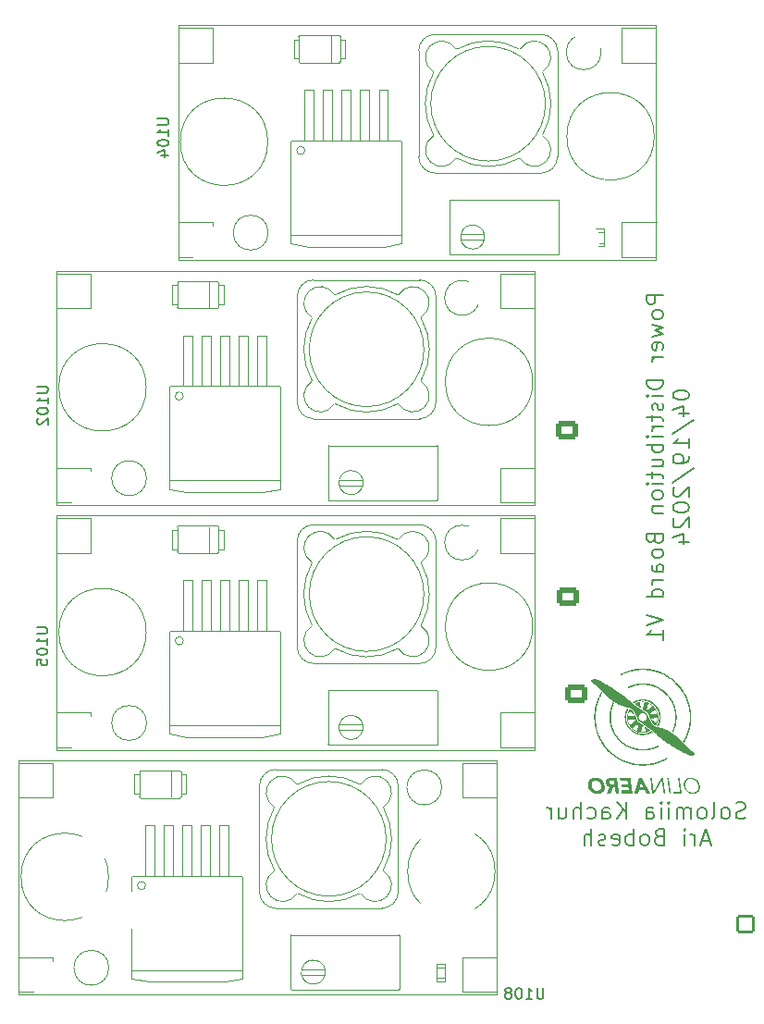
<source format=gbo>
G04 #@! TF.GenerationSoftware,KiCad,Pcbnew,7.0.8*
G04 #@! TF.CreationDate,2024-04-19T19:44:49-04:00*
G04 #@! TF.ProjectId,Aero_PDB,4165726f-5f50-4444-922e-6b696361645f,rev?*
G04 #@! TF.SameCoordinates,Original*
G04 #@! TF.FileFunction,Legend,Bot*
G04 #@! TF.FilePolarity,Positive*
%FSLAX46Y46*%
G04 Gerber Fmt 4.6, Leading zero omitted, Abs format (unit mm)*
G04 Created by KiCad (PCBNEW 7.0.8) date 2024-04-19 19:44:49*
%MOMM*%
%LPD*%
G01*
G04 APERTURE LIST*
G04 Aperture macros list*
%AMRoundRect*
0 Rectangle with rounded corners*
0 $1 Rounding radius*
0 $2 $3 $4 $5 $6 $7 $8 $9 X,Y pos of 4 corners*
0 Add a 4 corners polygon primitive as box body*
4,1,4,$2,$3,$4,$5,$6,$7,$8,$9,$2,$3,0*
0 Add four circle primitives for the rounded corners*
1,1,$1+$1,$2,$3*
1,1,$1+$1,$4,$5*
1,1,$1+$1,$6,$7*
1,1,$1+$1,$8,$9*
0 Add four rect primitives between the rounded corners*
20,1,$1+$1,$2,$3,$4,$5,0*
20,1,$1+$1,$4,$5,$6,$7,0*
20,1,$1+$1,$6,$7,$8,$9,0*
20,1,$1+$1,$8,$9,$2,$3,0*%
G04 Aperture macros list end*
%ADD10C,0.150000*%
%ADD11C,0.120000*%
%ADD12R,2.540000X2.540000*%
%ADD13C,2.540000*%
%ADD14R,1.700000X1.700000*%
%ADD15O,1.700000X1.700000*%
%ADD16R,5.000000X3.500000*%
%ADD17O,4.604000X2.404000*%
%ADD18O,4.204000X2.204000*%
%ADD19O,2.204000X4.204000*%
%ADD20RoundRect,0.102000X0.714000X-0.714000X0.714000X0.714000X-0.714000X0.714000X-0.714000X-0.714000X0*%
%ADD21C,1.632000*%
%ADD22C,3.480000*%
%ADD23RoundRect,0.250000X0.750000X-0.600000X0.750000X0.600000X-0.750000X0.600000X-0.750000X-0.600000X0*%
%ADD24O,2.000000X1.700000*%
%ADD25RoundRect,0.102000X0.685000X-0.685000X0.685000X0.685000X-0.685000X0.685000X-0.685000X-0.685000X0*%
%ADD26C,1.574000*%
%ADD27RoundRect,0.250000X0.725000X-0.600000X0.725000X0.600000X-0.725000X0.600000X-0.725000X-0.600000X0*%
%ADD28O,1.950000X1.700000*%
%ADD29C,3.920000*%
%ADD30O,2.804000X1.504000*%
G04 APERTURE END LIST*
D10*
X119636828Y-77743999D02*
X118136828Y-77743999D01*
X118136828Y-77743999D02*
X118136828Y-78315428D01*
X118136828Y-78315428D02*
X118208257Y-78458285D01*
X118208257Y-78458285D02*
X118279685Y-78529714D01*
X118279685Y-78529714D02*
X118422542Y-78601142D01*
X118422542Y-78601142D02*
X118636828Y-78601142D01*
X118636828Y-78601142D02*
X118779685Y-78529714D01*
X118779685Y-78529714D02*
X118851114Y-78458285D01*
X118851114Y-78458285D02*
X118922542Y-78315428D01*
X118922542Y-78315428D02*
X118922542Y-77743999D01*
X119636828Y-79458285D02*
X119565400Y-79315428D01*
X119565400Y-79315428D02*
X119493971Y-79243999D01*
X119493971Y-79243999D02*
X119351114Y-79172571D01*
X119351114Y-79172571D02*
X118922542Y-79172571D01*
X118922542Y-79172571D02*
X118779685Y-79243999D01*
X118779685Y-79243999D02*
X118708257Y-79315428D01*
X118708257Y-79315428D02*
X118636828Y-79458285D01*
X118636828Y-79458285D02*
X118636828Y-79672571D01*
X118636828Y-79672571D02*
X118708257Y-79815428D01*
X118708257Y-79815428D02*
X118779685Y-79886857D01*
X118779685Y-79886857D02*
X118922542Y-79958285D01*
X118922542Y-79958285D02*
X119351114Y-79958285D01*
X119351114Y-79958285D02*
X119493971Y-79886857D01*
X119493971Y-79886857D02*
X119565400Y-79815428D01*
X119565400Y-79815428D02*
X119636828Y-79672571D01*
X119636828Y-79672571D02*
X119636828Y-79458285D01*
X118636828Y-80458285D02*
X119636828Y-80744000D01*
X119636828Y-80744000D02*
X118922542Y-81029714D01*
X118922542Y-81029714D02*
X119636828Y-81315428D01*
X119636828Y-81315428D02*
X118636828Y-81601142D01*
X119565400Y-82744000D02*
X119636828Y-82601143D01*
X119636828Y-82601143D02*
X119636828Y-82315429D01*
X119636828Y-82315429D02*
X119565400Y-82172571D01*
X119565400Y-82172571D02*
X119422542Y-82101143D01*
X119422542Y-82101143D02*
X118851114Y-82101143D01*
X118851114Y-82101143D02*
X118708257Y-82172571D01*
X118708257Y-82172571D02*
X118636828Y-82315429D01*
X118636828Y-82315429D02*
X118636828Y-82601143D01*
X118636828Y-82601143D02*
X118708257Y-82744000D01*
X118708257Y-82744000D02*
X118851114Y-82815429D01*
X118851114Y-82815429D02*
X118993971Y-82815429D01*
X118993971Y-82815429D02*
X119136828Y-82101143D01*
X119636828Y-83458285D02*
X118636828Y-83458285D01*
X118922542Y-83458285D02*
X118779685Y-83529714D01*
X118779685Y-83529714D02*
X118708257Y-83601143D01*
X118708257Y-83601143D02*
X118636828Y-83744000D01*
X118636828Y-83744000D02*
X118636828Y-83886857D01*
X119636828Y-85529713D02*
X118136828Y-85529713D01*
X118136828Y-85529713D02*
X118136828Y-85886856D01*
X118136828Y-85886856D02*
X118208257Y-86101142D01*
X118208257Y-86101142D02*
X118351114Y-86243999D01*
X118351114Y-86243999D02*
X118493971Y-86315428D01*
X118493971Y-86315428D02*
X118779685Y-86386856D01*
X118779685Y-86386856D02*
X118993971Y-86386856D01*
X118993971Y-86386856D02*
X119279685Y-86315428D01*
X119279685Y-86315428D02*
X119422542Y-86243999D01*
X119422542Y-86243999D02*
X119565400Y-86101142D01*
X119565400Y-86101142D02*
X119636828Y-85886856D01*
X119636828Y-85886856D02*
X119636828Y-85529713D01*
X119636828Y-87029713D02*
X118636828Y-87029713D01*
X118136828Y-87029713D02*
X118208257Y-86958285D01*
X118208257Y-86958285D02*
X118279685Y-87029713D01*
X118279685Y-87029713D02*
X118208257Y-87101142D01*
X118208257Y-87101142D02*
X118136828Y-87029713D01*
X118136828Y-87029713D02*
X118279685Y-87029713D01*
X119565400Y-87672571D02*
X119636828Y-87815428D01*
X119636828Y-87815428D02*
X119636828Y-88101142D01*
X119636828Y-88101142D02*
X119565400Y-88243999D01*
X119565400Y-88243999D02*
X119422542Y-88315428D01*
X119422542Y-88315428D02*
X119351114Y-88315428D01*
X119351114Y-88315428D02*
X119208257Y-88243999D01*
X119208257Y-88243999D02*
X119136828Y-88101142D01*
X119136828Y-88101142D02*
X119136828Y-87886857D01*
X119136828Y-87886857D02*
X119065400Y-87743999D01*
X119065400Y-87743999D02*
X118922542Y-87672571D01*
X118922542Y-87672571D02*
X118851114Y-87672571D01*
X118851114Y-87672571D02*
X118708257Y-87743999D01*
X118708257Y-87743999D02*
X118636828Y-87886857D01*
X118636828Y-87886857D02*
X118636828Y-88101142D01*
X118636828Y-88101142D02*
X118708257Y-88243999D01*
X118636828Y-88744000D02*
X118636828Y-89315428D01*
X118136828Y-88958285D02*
X119422542Y-88958285D01*
X119422542Y-88958285D02*
X119565400Y-89029714D01*
X119565400Y-89029714D02*
X119636828Y-89172571D01*
X119636828Y-89172571D02*
X119636828Y-89315428D01*
X119636828Y-89815428D02*
X118636828Y-89815428D01*
X118922542Y-89815428D02*
X118779685Y-89886857D01*
X118779685Y-89886857D02*
X118708257Y-89958286D01*
X118708257Y-89958286D02*
X118636828Y-90101143D01*
X118636828Y-90101143D02*
X118636828Y-90244000D01*
X119636828Y-90743999D02*
X118636828Y-90743999D01*
X118136828Y-90743999D02*
X118208257Y-90672571D01*
X118208257Y-90672571D02*
X118279685Y-90743999D01*
X118279685Y-90743999D02*
X118208257Y-90815428D01*
X118208257Y-90815428D02*
X118136828Y-90743999D01*
X118136828Y-90743999D02*
X118279685Y-90743999D01*
X119636828Y-91458285D02*
X118136828Y-91458285D01*
X118708257Y-91458285D02*
X118636828Y-91601143D01*
X118636828Y-91601143D02*
X118636828Y-91886857D01*
X118636828Y-91886857D02*
X118708257Y-92029714D01*
X118708257Y-92029714D02*
X118779685Y-92101143D01*
X118779685Y-92101143D02*
X118922542Y-92172571D01*
X118922542Y-92172571D02*
X119351114Y-92172571D01*
X119351114Y-92172571D02*
X119493971Y-92101143D01*
X119493971Y-92101143D02*
X119565400Y-92029714D01*
X119565400Y-92029714D02*
X119636828Y-91886857D01*
X119636828Y-91886857D02*
X119636828Y-91601143D01*
X119636828Y-91601143D02*
X119565400Y-91458285D01*
X118636828Y-93458286D02*
X119636828Y-93458286D01*
X118636828Y-92815428D02*
X119422542Y-92815428D01*
X119422542Y-92815428D02*
X119565400Y-92886857D01*
X119565400Y-92886857D02*
X119636828Y-93029714D01*
X119636828Y-93029714D02*
X119636828Y-93244000D01*
X119636828Y-93244000D02*
X119565400Y-93386857D01*
X119565400Y-93386857D02*
X119493971Y-93458286D01*
X118636828Y-93958286D02*
X118636828Y-94529714D01*
X118136828Y-94172571D02*
X119422542Y-94172571D01*
X119422542Y-94172571D02*
X119565400Y-94244000D01*
X119565400Y-94244000D02*
X119636828Y-94386857D01*
X119636828Y-94386857D02*
X119636828Y-94529714D01*
X119636828Y-95029714D02*
X118636828Y-95029714D01*
X118136828Y-95029714D02*
X118208257Y-94958286D01*
X118208257Y-94958286D02*
X118279685Y-95029714D01*
X118279685Y-95029714D02*
X118208257Y-95101143D01*
X118208257Y-95101143D02*
X118136828Y-95029714D01*
X118136828Y-95029714D02*
X118279685Y-95029714D01*
X119636828Y-95958286D02*
X119565400Y-95815429D01*
X119565400Y-95815429D02*
X119493971Y-95744000D01*
X119493971Y-95744000D02*
X119351114Y-95672572D01*
X119351114Y-95672572D02*
X118922542Y-95672572D01*
X118922542Y-95672572D02*
X118779685Y-95744000D01*
X118779685Y-95744000D02*
X118708257Y-95815429D01*
X118708257Y-95815429D02*
X118636828Y-95958286D01*
X118636828Y-95958286D02*
X118636828Y-96172572D01*
X118636828Y-96172572D02*
X118708257Y-96315429D01*
X118708257Y-96315429D02*
X118779685Y-96386858D01*
X118779685Y-96386858D02*
X118922542Y-96458286D01*
X118922542Y-96458286D02*
X119351114Y-96458286D01*
X119351114Y-96458286D02*
X119493971Y-96386858D01*
X119493971Y-96386858D02*
X119565400Y-96315429D01*
X119565400Y-96315429D02*
X119636828Y-96172572D01*
X119636828Y-96172572D02*
X119636828Y-95958286D01*
X118636828Y-97101143D02*
X119636828Y-97101143D01*
X118779685Y-97101143D02*
X118708257Y-97172572D01*
X118708257Y-97172572D02*
X118636828Y-97315429D01*
X118636828Y-97315429D02*
X118636828Y-97529715D01*
X118636828Y-97529715D02*
X118708257Y-97672572D01*
X118708257Y-97672572D02*
X118851114Y-97744001D01*
X118851114Y-97744001D02*
X119636828Y-97744001D01*
X118851114Y-100101143D02*
X118922542Y-100315429D01*
X118922542Y-100315429D02*
X118993971Y-100386858D01*
X118993971Y-100386858D02*
X119136828Y-100458286D01*
X119136828Y-100458286D02*
X119351114Y-100458286D01*
X119351114Y-100458286D02*
X119493971Y-100386858D01*
X119493971Y-100386858D02*
X119565400Y-100315429D01*
X119565400Y-100315429D02*
X119636828Y-100172572D01*
X119636828Y-100172572D02*
X119636828Y-99601143D01*
X119636828Y-99601143D02*
X118136828Y-99601143D01*
X118136828Y-99601143D02*
X118136828Y-100101143D01*
X118136828Y-100101143D02*
X118208257Y-100244001D01*
X118208257Y-100244001D02*
X118279685Y-100315429D01*
X118279685Y-100315429D02*
X118422542Y-100386858D01*
X118422542Y-100386858D02*
X118565400Y-100386858D01*
X118565400Y-100386858D02*
X118708257Y-100315429D01*
X118708257Y-100315429D02*
X118779685Y-100244001D01*
X118779685Y-100244001D02*
X118851114Y-100101143D01*
X118851114Y-100101143D02*
X118851114Y-99601143D01*
X119636828Y-101315429D02*
X119565400Y-101172572D01*
X119565400Y-101172572D02*
X119493971Y-101101143D01*
X119493971Y-101101143D02*
X119351114Y-101029715D01*
X119351114Y-101029715D02*
X118922542Y-101029715D01*
X118922542Y-101029715D02*
X118779685Y-101101143D01*
X118779685Y-101101143D02*
X118708257Y-101172572D01*
X118708257Y-101172572D02*
X118636828Y-101315429D01*
X118636828Y-101315429D02*
X118636828Y-101529715D01*
X118636828Y-101529715D02*
X118708257Y-101672572D01*
X118708257Y-101672572D02*
X118779685Y-101744001D01*
X118779685Y-101744001D02*
X118922542Y-101815429D01*
X118922542Y-101815429D02*
X119351114Y-101815429D01*
X119351114Y-101815429D02*
X119493971Y-101744001D01*
X119493971Y-101744001D02*
X119565400Y-101672572D01*
X119565400Y-101672572D02*
X119636828Y-101529715D01*
X119636828Y-101529715D02*
X119636828Y-101315429D01*
X119636828Y-103101144D02*
X118851114Y-103101144D01*
X118851114Y-103101144D02*
X118708257Y-103029715D01*
X118708257Y-103029715D02*
X118636828Y-102886858D01*
X118636828Y-102886858D02*
X118636828Y-102601144D01*
X118636828Y-102601144D02*
X118708257Y-102458286D01*
X119565400Y-103101144D02*
X119636828Y-102958286D01*
X119636828Y-102958286D02*
X119636828Y-102601144D01*
X119636828Y-102601144D02*
X119565400Y-102458286D01*
X119565400Y-102458286D02*
X119422542Y-102386858D01*
X119422542Y-102386858D02*
X119279685Y-102386858D01*
X119279685Y-102386858D02*
X119136828Y-102458286D01*
X119136828Y-102458286D02*
X119065400Y-102601144D01*
X119065400Y-102601144D02*
X119065400Y-102958286D01*
X119065400Y-102958286D02*
X118993971Y-103101144D01*
X119636828Y-103815429D02*
X118636828Y-103815429D01*
X118922542Y-103815429D02*
X118779685Y-103886858D01*
X118779685Y-103886858D02*
X118708257Y-103958287D01*
X118708257Y-103958287D02*
X118636828Y-104101144D01*
X118636828Y-104101144D02*
X118636828Y-104244001D01*
X119636828Y-105386858D02*
X118136828Y-105386858D01*
X119565400Y-105386858D02*
X119636828Y-105244000D01*
X119636828Y-105244000D02*
X119636828Y-104958286D01*
X119636828Y-104958286D02*
X119565400Y-104815429D01*
X119565400Y-104815429D02*
X119493971Y-104744000D01*
X119493971Y-104744000D02*
X119351114Y-104672572D01*
X119351114Y-104672572D02*
X118922542Y-104672572D01*
X118922542Y-104672572D02*
X118779685Y-104744000D01*
X118779685Y-104744000D02*
X118708257Y-104815429D01*
X118708257Y-104815429D02*
X118636828Y-104958286D01*
X118636828Y-104958286D02*
X118636828Y-105244000D01*
X118636828Y-105244000D02*
X118708257Y-105386858D01*
X118136828Y-107029715D02*
X119636828Y-107529715D01*
X119636828Y-107529715D02*
X118136828Y-108029715D01*
X119636828Y-109315429D02*
X119636828Y-108458286D01*
X119636828Y-108886857D02*
X118136828Y-108886857D01*
X118136828Y-108886857D02*
X118351114Y-108744000D01*
X118351114Y-108744000D02*
X118493971Y-108601143D01*
X118493971Y-108601143D02*
X118565400Y-108458286D01*
X120551828Y-86851144D02*
X120551828Y-86994001D01*
X120551828Y-86994001D02*
X120623257Y-87136858D01*
X120623257Y-87136858D02*
X120694685Y-87208287D01*
X120694685Y-87208287D02*
X120837542Y-87279715D01*
X120837542Y-87279715D02*
X121123257Y-87351144D01*
X121123257Y-87351144D02*
X121480400Y-87351144D01*
X121480400Y-87351144D02*
X121766114Y-87279715D01*
X121766114Y-87279715D02*
X121908971Y-87208287D01*
X121908971Y-87208287D02*
X121980400Y-87136858D01*
X121980400Y-87136858D02*
X122051828Y-86994001D01*
X122051828Y-86994001D02*
X122051828Y-86851144D01*
X122051828Y-86851144D02*
X121980400Y-86708287D01*
X121980400Y-86708287D02*
X121908971Y-86636858D01*
X121908971Y-86636858D02*
X121766114Y-86565429D01*
X121766114Y-86565429D02*
X121480400Y-86494001D01*
X121480400Y-86494001D02*
X121123257Y-86494001D01*
X121123257Y-86494001D02*
X120837542Y-86565429D01*
X120837542Y-86565429D02*
X120694685Y-86636858D01*
X120694685Y-86636858D02*
X120623257Y-86708287D01*
X120623257Y-86708287D02*
X120551828Y-86851144D01*
X121051828Y-88636858D02*
X122051828Y-88636858D01*
X120480400Y-88279715D02*
X121551828Y-87922572D01*
X121551828Y-87922572D02*
X121551828Y-88851143D01*
X120480400Y-90494000D02*
X122408971Y-89208286D01*
X122051828Y-91779715D02*
X122051828Y-90922572D01*
X122051828Y-91351143D02*
X120551828Y-91351143D01*
X120551828Y-91351143D02*
X120766114Y-91208286D01*
X120766114Y-91208286D02*
X120908971Y-91065429D01*
X120908971Y-91065429D02*
X120980400Y-90922572D01*
X122051828Y-92494000D02*
X122051828Y-92779714D01*
X122051828Y-92779714D02*
X121980400Y-92922571D01*
X121980400Y-92922571D02*
X121908971Y-92994000D01*
X121908971Y-92994000D02*
X121694685Y-93136857D01*
X121694685Y-93136857D02*
X121408971Y-93208286D01*
X121408971Y-93208286D02*
X120837542Y-93208286D01*
X120837542Y-93208286D02*
X120694685Y-93136857D01*
X120694685Y-93136857D02*
X120623257Y-93065429D01*
X120623257Y-93065429D02*
X120551828Y-92922571D01*
X120551828Y-92922571D02*
X120551828Y-92636857D01*
X120551828Y-92636857D02*
X120623257Y-92494000D01*
X120623257Y-92494000D02*
X120694685Y-92422571D01*
X120694685Y-92422571D02*
X120837542Y-92351143D01*
X120837542Y-92351143D02*
X121194685Y-92351143D01*
X121194685Y-92351143D02*
X121337542Y-92422571D01*
X121337542Y-92422571D02*
X121408971Y-92494000D01*
X121408971Y-92494000D02*
X121480400Y-92636857D01*
X121480400Y-92636857D02*
X121480400Y-92922571D01*
X121480400Y-92922571D02*
X121408971Y-93065429D01*
X121408971Y-93065429D02*
X121337542Y-93136857D01*
X121337542Y-93136857D02*
X121194685Y-93208286D01*
X120480400Y-94922571D02*
X122408971Y-93636857D01*
X120694685Y-95351143D02*
X120623257Y-95422571D01*
X120623257Y-95422571D02*
X120551828Y-95565429D01*
X120551828Y-95565429D02*
X120551828Y-95922571D01*
X120551828Y-95922571D02*
X120623257Y-96065429D01*
X120623257Y-96065429D02*
X120694685Y-96136857D01*
X120694685Y-96136857D02*
X120837542Y-96208286D01*
X120837542Y-96208286D02*
X120980400Y-96208286D01*
X120980400Y-96208286D02*
X121194685Y-96136857D01*
X121194685Y-96136857D02*
X122051828Y-95279714D01*
X122051828Y-95279714D02*
X122051828Y-96208286D01*
X120551828Y-97136857D02*
X120551828Y-97279714D01*
X120551828Y-97279714D02*
X120623257Y-97422571D01*
X120623257Y-97422571D02*
X120694685Y-97494000D01*
X120694685Y-97494000D02*
X120837542Y-97565428D01*
X120837542Y-97565428D02*
X121123257Y-97636857D01*
X121123257Y-97636857D02*
X121480400Y-97636857D01*
X121480400Y-97636857D02*
X121766114Y-97565428D01*
X121766114Y-97565428D02*
X121908971Y-97494000D01*
X121908971Y-97494000D02*
X121980400Y-97422571D01*
X121980400Y-97422571D02*
X122051828Y-97279714D01*
X122051828Y-97279714D02*
X122051828Y-97136857D01*
X122051828Y-97136857D02*
X121980400Y-96994000D01*
X121980400Y-96994000D02*
X121908971Y-96922571D01*
X121908971Y-96922571D02*
X121766114Y-96851142D01*
X121766114Y-96851142D02*
X121480400Y-96779714D01*
X121480400Y-96779714D02*
X121123257Y-96779714D01*
X121123257Y-96779714D02*
X120837542Y-96851142D01*
X120837542Y-96851142D02*
X120694685Y-96922571D01*
X120694685Y-96922571D02*
X120623257Y-96994000D01*
X120623257Y-96994000D02*
X120551828Y-97136857D01*
X120694685Y-98208285D02*
X120623257Y-98279713D01*
X120623257Y-98279713D02*
X120551828Y-98422571D01*
X120551828Y-98422571D02*
X120551828Y-98779713D01*
X120551828Y-98779713D02*
X120623257Y-98922571D01*
X120623257Y-98922571D02*
X120694685Y-98993999D01*
X120694685Y-98993999D02*
X120837542Y-99065428D01*
X120837542Y-99065428D02*
X120980400Y-99065428D01*
X120980400Y-99065428D02*
X121194685Y-98993999D01*
X121194685Y-98993999D02*
X122051828Y-98136856D01*
X122051828Y-98136856D02*
X122051828Y-99065428D01*
X121051828Y-100351142D02*
X122051828Y-100351142D01*
X120480400Y-99993999D02*
X121551828Y-99636856D01*
X121551828Y-99636856D02*
X121551828Y-100565427D01*
X127171113Y-125643000D02*
X126956828Y-125714428D01*
X126956828Y-125714428D02*
X126599685Y-125714428D01*
X126599685Y-125714428D02*
X126456828Y-125643000D01*
X126456828Y-125643000D02*
X126385399Y-125571571D01*
X126385399Y-125571571D02*
X126313970Y-125428714D01*
X126313970Y-125428714D02*
X126313970Y-125285857D01*
X126313970Y-125285857D02*
X126385399Y-125143000D01*
X126385399Y-125143000D02*
X126456828Y-125071571D01*
X126456828Y-125071571D02*
X126599685Y-125000142D01*
X126599685Y-125000142D02*
X126885399Y-124928714D01*
X126885399Y-124928714D02*
X127028256Y-124857285D01*
X127028256Y-124857285D02*
X127099685Y-124785857D01*
X127099685Y-124785857D02*
X127171113Y-124643000D01*
X127171113Y-124643000D02*
X127171113Y-124500142D01*
X127171113Y-124500142D02*
X127099685Y-124357285D01*
X127099685Y-124357285D02*
X127028256Y-124285857D01*
X127028256Y-124285857D02*
X126885399Y-124214428D01*
X126885399Y-124214428D02*
X126528256Y-124214428D01*
X126528256Y-124214428D02*
X126313970Y-124285857D01*
X125456828Y-125714428D02*
X125599685Y-125643000D01*
X125599685Y-125643000D02*
X125671114Y-125571571D01*
X125671114Y-125571571D02*
X125742542Y-125428714D01*
X125742542Y-125428714D02*
X125742542Y-125000142D01*
X125742542Y-125000142D02*
X125671114Y-124857285D01*
X125671114Y-124857285D02*
X125599685Y-124785857D01*
X125599685Y-124785857D02*
X125456828Y-124714428D01*
X125456828Y-124714428D02*
X125242542Y-124714428D01*
X125242542Y-124714428D02*
X125099685Y-124785857D01*
X125099685Y-124785857D02*
X125028257Y-124857285D01*
X125028257Y-124857285D02*
X124956828Y-125000142D01*
X124956828Y-125000142D02*
X124956828Y-125428714D01*
X124956828Y-125428714D02*
X125028257Y-125571571D01*
X125028257Y-125571571D02*
X125099685Y-125643000D01*
X125099685Y-125643000D02*
X125242542Y-125714428D01*
X125242542Y-125714428D02*
X125456828Y-125714428D01*
X124099685Y-125714428D02*
X124242542Y-125643000D01*
X124242542Y-125643000D02*
X124313971Y-125500142D01*
X124313971Y-125500142D02*
X124313971Y-124214428D01*
X123313971Y-125714428D02*
X123456828Y-125643000D01*
X123456828Y-125643000D02*
X123528257Y-125571571D01*
X123528257Y-125571571D02*
X123599685Y-125428714D01*
X123599685Y-125428714D02*
X123599685Y-125000142D01*
X123599685Y-125000142D02*
X123528257Y-124857285D01*
X123528257Y-124857285D02*
X123456828Y-124785857D01*
X123456828Y-124785857D02*
X123313971Y-124714428D01*
X123313971Y-124714428D02*
X123099685Y-124714428D01*
X123099685Y-124714428D02*
X122956828Y-124785857D01*
X122956828Y-124785857D02*
X122885400Y-124857285D01*
X122885400Y-124857285D02*
X122813971Y-125000142D01*
X122813971Y-125000142D02*
X122813971Y-125428714D01*
X122813971Y-125428714D02*
X122885400Y-125571571D01*
X122885400Y-125571571D02*
X122956828Y-125643000D01*
X122956828Y-125643000D02*
X123099685Y-125714428D01*
X123099685Y-125714428D02*
X123313971Y-125714428D01*
X122171114Y-125714428D02*
X122171114Y-124714428D01*
X122171114Y-124857285D02*
X122099685Y-124785857D01*
X122099685Y-124785857D02*
X121956828Y-124714428D01*
X121956828Y-124714428D02*
X121742542Y-124714428D01*
X121742542Y-124714428D02*
X121599685Y-124785857D01*
X121599685Y-124785857D02*
X121528257Y-124928714D01*
X121528257Y-124928714D02*
X121528257Y-125714428D01*
X121528257Y-124928714D02*
X121456828Y-124785857D01*
X121456828Y-124785857D02*
X121313971Y-124714428D01*
X121313971Y-124714428D02*
X121099685Y-124714428D01*
X121099685Y-124714428D02*
X120956828Y-124785857D01*
X120956828Y-124785857D02*
X120885399Y-124928714D01*
X120885399Y-124928714D02*
X120885399Y-125714428D01*
X120171114Y-125714428D02*
X120171114Y-124714428D01*
X120171114Y-124214428D02*
X120242542Y-124285857D01*
X120242542Y-124285857D02*
X120171114Y-124357285D01*
X120171114Y-124357285D02*
X120099685Y-124285857D01*
X120099685Y-124285857D02*
X120171114Y-124214428D01*
X120171114Y-124214428D02*
X120171114Y-124357285D01*
X119456828Y-125714428D02*
X119456828Y-124714428D01*
X119456828Y-124214428D02*
X119528256Y-124285857D01*
X119528256Y-124285857D02*
X119456828Y-124357285D01*
X119456828Y-124357285D02*
X119385399Y-124285857D01*
X119385399Y-124285857D02*
X119456828Y-124214428D01*
X119456828Y-124214428D02*
X119456828Y-124357285D01*
X118099685Y-125714428D02*
X118099685Y-124928714D01*
X118099685Y-124928714D02*
X118171113Y-124785857D01*
X118171113Y-124785857D02*
X118313970Y-124714428D01*
X118313970Y-124714428D02*
X118599685Y-124714428D01*
X118599685Y-124714428D02*
X118742542Y-124785857D01*
X118099685Y-125643000D02*
X118242542Y-125714428D01*
X118242542Y-125714428D02*
X118599685Y-125714428D01*
X118599685Y-125714428D02*
X118742542Y-125643000D01*
X118742542Y-125643000D02*
X118813970Y-125500142D01*
X118813970Y-125500142D02*
X118813970Y-125357285D01*
X118813970Y-125357285D02*
X118742542Y-125214428D01*
X118742542Y-125214428D02*
X118599685Y-125143000D01*
X118599685Y-125143000D02*
X118242542Y-125143000D01*
X118242542Y-125143000D02*
X118099685Y-125071571D01*
X116242542Y-125714428D02*
X116242542Y-124214428D01*
X115385399Y-125714428D02*
X116028256Y-124857285D01*
X115385399Y-124214428D02*
X116242542Y-125071571D01*
X114099685Y-125714428D02*
X114099685Y-124928714D01*
X114099685Y-124928714D02*
X114171113Y-124785857D01*
X114171113Y-124785857D02*
X114313970Y-124714428D01*
X114313970Y-124714428D02*
X114599685Y-124714428D01*
X114599685Y-124714428D02*
X114742542Y-124785857D01*
X114099685Y-125643000D02*
X114242542Y-125714428D01*
X114242542Y-125714428D02*
X114599685Y-125714428D01*
X114599685Y-125714428D02*
X114742542Y-125643000D01*
X114742542Y-125643000D02*
X114813970Y-125500142D01*
X114813970Y-125500142D02*
X114813970Y-125357285D01*
X114813970Y-125357285D02*
X114742542Y-125214428D01*
X114742542Y-125214428D02*
X114599685Y-125143000D01*
X114599685Y-125143000D02*
X114242542Y-125143000D01*
X114242542Y-125143000D02*
X114099685Y-125071571D01*
X112742542Y-125643000D02*
X112885399Y-125714428D01*
X112885399Y-125714428D02*
X113171113Y-125714428D01*
X113171113Y-125714428D02*
X113313970Y-125643000D01*
X113313970Y-125643000D02*
X113385399Y-125571571D01*
X113385399Y-125571571D02*
X113456827Y-125428714D01*
X113456827Y-125428714D02*
X113456827Y-125000142D01*
X113456827Y-125000142D02*
X113385399Y-124857285D01*
X113385399Y-124857285D02*
X113313970Y-124785857D01*
X113313970Y-124785857D02*
X113171113Y-124714428D01*
X113171113Y-124714428D02*
X112885399Y-124714428D01*
X112885399Y-124714428D02*
X112742542Y-124785857D01*
X112099685Y-125714428D02*
X112099685Y-124214428D01*
X111456828Y-125714428D02*
X111456828Y-124928714D01*
X111456828Y-124928714D02*
X111528256Y-124785857D01*
X111528256Y-124785857D02*
X111671113Y-124714428D01*
X111671113Y-124714428D02*
X111885399Y-124714428D01*
X111885399Y-124714428D02*
X112028256Y-124785857D01*
X112028256Y-124785857D02*
X112099685Y-124857285D01*
X110099685Y-124714428D02*
X110099685Y-125714428D01*
X110742542Y-124714428D02*
X110742542Y-125500142D01*
X110742542Y-125500142D02*
X110671113Y-125643000D01*
X110671113Y-125643000D02*
X110528256Y-125714428D01*
X110528256Y-125714428D02*
X110313970Y-125714428D01*
X110313970Y-125714428D02*
X110171113Y-125643000D01*
X110171113Y-125643000D02*
X110099685Y-125571571D01*
X109385399Y-125714428D02*
X109385399Y-124714428D01*
X109385399Y-125000142D02*
X109313970Y-124857285D01*
X109313970Y-124857285D02*
X109242542Y-124785857D01*
X109242542Y-124785857D02*
X109099684Y-124714428D01*
X109099684Y-124714428D02*
X108956827Y-124714428D01*
X123921113Y-127700857D02*
X123206828Y-127700857D01*
X124063970Y-128129428D02*
X123563970Y-126629428D01*
X123563970Y-126629428D02*
X123063970Y-128129428D01*
X122563971Y-128129428D02*
X122563971Y-127129428D01*
X122563971Y-127415142D02*
X122492542Y-127272285D01*
X122492542Y-127272285D02*
X122421114Y-127200857D01*
X122421114Y-127200857D02*
X122278256Y-127129428D01*
X122278256Y-127129428D02*
X122135399Y-127129428D01*
X121635400Y-128129428D02*
X121635400Y-127129428D01*
X121635400Y-126629428D02*
X121706828Y-126700857D01*
X121706828Y-126700857D02*
X121635400Y-126772285D01*
X121635400Y-126772285D02*
X121563971Y-126700857D01*
X121563971Y-126700857D02*
X121635400Y-126629428D01*
X121635400Y-126629428D02*
X121635400Y-126772285D01*
X119278257Y-127343714D02*
X119063971Y-127415142D01*
X119063971Y-127415142D02*
X118992542Y-127486571D01*
X118992542Y-127486571D02*
X118921114Y-127629428D01*
X118921114Y-127629428D02*
X118921114Y-127843714D01*
X118921114Y-127843714D02*
X118992542Y-127986571D01*
X118992542Y-127986571D02*
X119063971Y-128058000D01*
X119063971Y-128058000D02*
X119206828Y-128129428D01*
X119206828Y-128129428D02*
X119778257Y-128129428D01*
X119778257Y-128129428D02*
X119778257Y-126629428D01*
X119778257Y-126629428D02*
X119278257Y-126629428D01*
X119278257Y-126629428D02*
X119135400Y-126700857D01*
X119135400Y-126700857D02*
X119063971Y-126772285D01*
X119063971Y-126772285D02*
X118992542Y-126915142D01*
X118992542Y-126915142D02*
X118992542Y-127058000D01*
X118992542Y-127058000D02*
X119063971Y-127200857D01*
X119063971Y-127200857D02*
X119135400Y-127272285D01*
X119135400Y-127272285D02*
X119278257Y-127343714D01*
X119278257Y-127343714D02*
X119778257Y-127343714D01*
X118063971Y-128129428D02*
X118206828Y-128058000D01*
X118206828Y-128058000D02*
X118278257Y-127986571D01*
X118278257Y-127986571D02*
X118349685Y-127843714D01*
X118349685Y-127843714D02*
X118349685Y-127415142D01*
X118349685Y-127415142D02*
X118278257Y-127272285D01*
X118278257Y-127272285D02*
X118206828Y-127200857D01*
X118206828Y-127200857D02*
X118063971Y-127129428D01*
X118063971Y-127129428D02*
X117849685Y-127129428D01*
X117849685Y-127129428D02*
X117706828Y-127200857D01*
X117706828Y-127200857D02*
X117635400Y-127272285D01*
X117635400Y-127272285D02*
X117563971Y-127415142D01*
X117563971Y-127415142D02*
X117563971Y-127843714D01*
X117563971Y-127843714D02*
X117635400Y-127986571D01*
X117635400Y-127986571D02*
X117706828Y-128058000D01*
X117706828Y-128058000D02*
X117849685Y-128129428D01*
X117849685Y-128129428D02*
X118063971Y-128129428D01*
X116921114Y-128129428D02*
X116921114Y-126629428D01*
X116921114Y-127200857D02*
X116778257Y-127129428D01*
X116778257Y-127129428D02*
X116492542Y-127129428D01*
X116492542Y-127129428D02*
X116349685Y-127200857D01*
X116349685Y-127200857D02*
X116278257Y-127272285D01*
X116278257Y-127272285D02*
X116206828Y-127415142D01*
X116206828Y-127415142D02*
X116206828Y-127843714D01*
X116206828Y-127843714D02*
X116278257Y-127986571D01*
X116278257Y-127986571D02*
X116349685Y-128058000D01*
X116349685Y-128058000D02*
X116492542Y-128129428D01*
X116492542Y-128129428D02*
X116778257Y-128129428D01*
X116778257Y-128129428D02*
X116921114Y-128058000D01*
X114992542Y-128058000D02*
X115135399Y-128129428D01*
X115135399Y-128129428D02*
X115421114Y-128129428D01*
X115421114Y-128129428D02*
X115563971Y-128058000D01*
X115563971Y-128058000D02*
X115635399Y-127915142D01*
X115635399Y-127915142D02*
X115635399Y-127343714D01*
X115635399Y-127343714D02*
X115563971Y-127200857D01*
X115563971Y-127200857D02*
X115421114Y-127129428D01*
X115421114Y-127129428D02*
X115135399Y-127129428D01*
X115135399Y-127129428D02*
X114992542Y-127200857D01*
X114992542Y-127200857D02*
X114921114Y-127343714D01*
X114921114Y-127343714D02*
X114921114Y-127486571D01*
X114921114Y-127486571D02*
X115635399Y-127629428D01*
X114349685Y-128058000D02*
X114206828Y-128129428D01*
X114206828Y-128129428D02*
X113921114Y-128129428D01*
X113921114Y-128129428D02*
X113778257Y-128058000D01*
X113778257Y-128058000D02*
X113706828Y-127915142D01*
X113706828Y-127915142D02*
X113706828Y-127843714D01*
X113706828Y-127843714D02*
X113778257Y-127700857D01*
X113778257Y-127700857D02*
X113921114Y-127629428D01*
X113921114Y-127629428D02*
X114135400Y-127629428D01*
X114135400Y-127629428D02*
X114278257Y-127558000D01*
X114278257Y-127558000D02*
X114349685Y-127415142D01*
X114349685Y-127415142D02*
X114349685Y-127343714D01*
X114349685Y-127343714D02*
X114278257Y-127200857D01*
X114278257Y-127200857D02*
X114135400Y-127129428D01*
X114135400Y-127129428D02*
X113921114Y-127129428D01*
X113921114Y-127129428D02*
X113778257Y-127200857D01*
X113063971Y-128129428D02*
X113063971Y-126629428D01*
X112421114Y-128129428D02*
X112421114Y-127343714D01*
X112421114Y-127343714D02*
X112492542Y-127200857D01*
X112492542Y-127200857D02*
X112635399Y-127129428D01*
X112635399Y-127129428D02*
X112849685Y-127129428D01*
X112849685Y-127129428D02*
X112992542Y-127200857D01*
X112992542Y-127200857D02*
X113063971Y-127272285D01*
X62345219Y-86144314D02*
X63154742Y-86144314D01*
X63154742Y-86144314D02*
X63249980Y-86191933D01*
X63249980Y-86191933D02*
X63297600Y-86239552D01*
X63297600Y-86239552D02*
X63345219Y-86334790D01*
X63345219Y-86334790D02*
X63345219Y-86525266D01*
X63345219Y-86525266D02*
X63297600Y-86620504D01*
X63297600Y-86620504D02*
X63249980Y-86668123D01*
X63249980Y-86668123D02*
X63154742Y-86715742D01*
X63154742Y-86715742D02*
X62345219Y-86715742D01*
X63345219Y-87715742D02*
X63345219Y-87144314D01*
X63345219Y-87430028D02*
X62345219Y-87430028D01*
X62345219Y-87430028D02*
X62488076Y-87334790D01*
X62488076Y-87334790D02*
X62583314Y-87239552D01*
X62583314Y-87239552D02*
X62630933Y-87144314D01*
X62345219Y-88334790D02*
X62345219Y-88430028D01*
X62345219Y-88430028D02*
X62392838Y-88525266D01*
X62392838Y-88525266D02*
X62440457Y-88572885D01*
X62440457Y-88572885D02*
X62535695Y-88620504D01*
X62535695Y-88620504D02*
X62726171Y-88668123D01*
X62726171Y-88668123D02*
X62964266Y-88668123D01*
X62964266Y-88668123D02*
X63154742Y-88620504D01*
X63154742Y-88620504D02*
X63249980Y-88572885D01*
X63249980Y-88572885D02*
X63297600Y-88525266D01*
X63297600Y-88525266D02*
X63345219Y-88430028D01*
X63345219Y-88430028D02*
X63345219Y-88334790D01*
X63345219Y-88334790D02*
X63297600Y-88239552D01*
X63297600Y-88239552D02*
X63249980Y-88191933D01*
X63249980Y-88191933D02*
X63154742Y-88144314D01*
X63154742Y-88144314D02*
X62964266Y-88096695D01*
X62964266Y-88096695D02*
X62726171Y-88096695D01*
X62726171Y-88096695D02*
X62535695Y-88144314D01*
X62535695Y-88144314D02*
X62440457Y-88191933D01*
X62440457Y-88191933D02*
X62392838Y-88239552D01*
X62392838Y-88239552D02*
X62345219Y-88334790D01*
X62440457Y-89049076D02*
X62392838Y-89096695D01*
X62392838Y-89096695D02*
X62345219Y-89191933D01*
X62345219Y-89191933D02*
X62345219Y-89430028D01*
X62345219Y-89430028D02*
X62392838Y-89525266D01*
X62392838Y-89525266D02*
X62440457Y-89572885D01*
X62440457Y-89572885D02*
X62535695Y-89620504D01*
X62535695Y-89620504D02*
X62630933Y-89620504D01*
X62630933Y-89620504D02*
X62773790Y-89572885D01*
X62773790Y-89572885D02*
X63345219Y-89001457D01*
X63345219Y-89001457D02*
X63345219Y-89620504D01*
X62294419Y-108191514D02*
X63103942Y-108191514D01*
X63103942Y-108191514D02*
X63199180Y-108239133D01*
X63199180Y-108239133D02*
X63246800Y-108286752D01*
X63246800Y-108286752D02*
X63294419Y-108381990D01*
X63294419Y-108381990D02*
X63294419Y-108572466D01*
X63294419Y-108572466D02*
X63246800Y-108667704D01*
X63246800Y-108667704D02*
X63199180Y-108715323D01*
X63199180Y-108715323D02*
X63103942Y-108762942D01*
X63103942Y-108762942D02*
X62294419Y-108762942D01*
X63294419Y-109762942D02*
X63294419Y-109191514D01*
X63294419Y-109477228D02*
X62294419Y-109477228D01*
X62294419Y-109477228D02*
X62437276Y-109381990D01*
X62437276Y-109381990D02*
X62532514Y-109286752D01*
X62532514Y-109286752D02*
X62580133Y-109191514D01*
X62294419Y-110381990D02*
X62294419Y-110477228D01*
X62294419Y-110477228D02*
X62342038Y-110572466D01*
X62342038Y-110572466D02*
X62389657Y-110620085D01*
X62389657Y-110620085D02*
X62484895Y-110667704D01*
X62484895Y-110667704D02*
X62675371Y-110715323D01*
X62675371Y-110715323D02*
X62913466Y-110715323D01*
X62913466Y-110715323D02*
X63103942Y-110667704D01*
X63103942Y-110667704D02*
X63199180Y-110620085D01*
X63199180Y-110620085D02*
X63246800Y-110572466D01*
X63246800Y-110572466D02*
X63294419Y-110477228D01*
X63294419Y-110477228D02*
X63294419Y-110381990D01*
X63294419Y-110381990D02*
X63246800Y-110286752D01*
X63246800Y-110286752D02*
X63199180Y-110239133D01*
X63199180Y-110239133D02*
X63103942Y-110191514D01*
X63103942Y-110191514D02*
X62913466Y-110143895D01*
X62913466Y-110143895D02*
X62675371Y-110143895D01*
X62675371Y-110143895D02*
X62484895Y-110191514D01*
X62484895Y-110191514D02*
X62389657Y-110239133D01*
X62389657Y-110239133D02*
X62342038Y-110286752D01*
X62342038Y-110286752D02*
X62294419Y-110381990D01*
X62294419Y-111620085D02*
X62294419Y-111143895D01*
X62294419Y-111143895D02*
X62770609Y-111096276D01*
X62770609Y-111096276D02*
X62722990Y-111143895D01*
X62722990Y-111143895D02*
X62675371Y-111239133D01*
X62675371Y-111239133D02*
X62675371Y-111477228D01*
X62675371Y-111477228D02*
X62722990Y-111572466D01*
X62722990Y-111572466D02*
X62770609Y-111620085D01*
X62770609Y-111620085D02*
X62865847Y-111667704D01*
X62865847Y-111667704D02*
X63103942Y-111667704D01*
X63103942Y-111667704D02*
X63199180Y-111620085D01*
X63199180Y-111620085D02*
X63246800Y-111572466D01*
X63246800Y-111572466D02*
X63294419Y-111477228D01*
X63294419Y-111477228D02*
X63294419Y-111239133D01*
X63294419Y-111239133D02*
X63246800Y-111143895D01*
X63246800Y-111143895D02*
X63199180Y-111096276D01*
X73368819Y-61607914D02*
X74178342Y-61607914D01*
X74178342Y-61607914D02*
X74273580Y-61655533D01*
X74273580Y-61655533D02*
X74321200Y-61703152D01*
X74321200Y-61703152D02*
X74368819Y-61798390D01*
X74368819Y-61798390D02*
X74368819Y-61988866D01*
X74368819Y-61988866D02*
X74321200Y-62084104D01*
X74321200Y-62084104D02*
X74273580Y-62131723D01*
X74273580Y-62131723D02*
X74178342Y-62179342D01*
X74178342Y-62179342D02*
X73368819Y-62179342D01*
X74368819Y-63179342D02*
X74368819Y-62607914D01*
X74368819Y-62893628D02*
X73368819Y-62893628D01*
X73368819Y-62893628D02*
X73511676Y-62798390D01*
X73511676Y-62798390D02*
X73606914Y-62703152D01*
X73606914Y-62703152D02*
X73654533Y-62607914D01*
X73368819Y-63798390D02*
X73368819Y-63893628D01*
X73368819Y-63893628D02*
X73416438Y-63988866D01*
X73416438Y-63988866D02*
X73464057Y-64036485D01*
X73464057Y-64036485D02*
X73559295Y-64084104D01*
X73559295Y-64084104D02*
X73749771Y-64131723D01*
X73749771Y-64131723D02*
X73987866Y-64131723D01*
X73987866Y-64131723D02*
X74178342Y-64084104D01*
X74178342Y-64084104D02*
X74273580Y-64036485D01*
X74273580Y-64036485D02*
X74321200Y-63988866D01*
X74321200Y-63988866D02*
X74368819Y-63893628D01*
X74368819Y-63893628D02*
X74368819Y-63798390D01*
X74368819Y-63798390D02*
X74321200Y-63703152D01*
X74321200Y-63703152D02*
X74273580Y-63655533D01*
X74273580Y-63655533D02*
X74178342Y-63607914D01*
X74178342Y-63607914D02*
X73987866Y-63560295D01*
X73987866Y-63560295D02*
X73749771Y-63560295D01*
X73749771Y-63560295D02*
X73559295Y-63607914D01*
X73559295Y-63607914D02*
X73464057Y-63655533D01*
X73464057Y-63655533D02*
X73416438Y-63703152D01*
X73416438Y-63703152D02*
X73368819Y-63798390D01*
X73702152Y-64988866D02*
X74368819Y-64988866D01*
X73321200Y-64750771D02*
X74035485Y-64512676D01*
X74035485Y-64512676D02*
X74035485Y-65131723D01*
X108673685Y-141186819D02*
X108673685Y-141996342D01*
X108673685Y-141996342D02*
X108626066Y-142091580D01*
X108626066Y-142091580D02*
X108578447Y-142139200D01*
X108578447Y-142139200D02*
X108483209Y-142186819D01*
X108483209Y-142186819D02*
X108292733Y-142186819D01*
X108292733Y-142186819D02*
X108197495Y-142139200D01*
X108197495Y-142139200D02*
X108149876Y-142091580D01*
X108149876Y-142091580D02*
X108102257Y-141996342D01*
X108102257Y-141996342D02*
X108102257Y-141186819D01*
X107102257Y-142186819D02*
X107673685Y-142186819D01*
X107387971Y-142186819D02*
X107387971Y-141186819D01*
X107387971Y-141186819D02*
X107483209Y-141329676D01*
X107483209Y-141329676D02*
X107578447Y-141424914D01*
X107578447Y-141424914D02*
X107673685Y-141472533D01*
X106483209Y-141186819D02*
X106387971Y-141186819D01*
X106387971Y-141186819D02*
X106292733Y-141234438D01*
X106292733Y-141234438D02*
X106245114Y-141282057D01*
X106245114Y-141282057D02*
X106197495Y-141377295D01*
X106197495Y-141377295D02*
X106149876Y-141567771D01*
X106149876Y-141567771D02*
X106149876Y-141805866D01*
X106149876Y-141805866D02*
X106197495Y-141996342D01*
X106197495Y-141996342D02*
X106245114Y-142091580D01*
X106245114Y-142091580D02*
X106292733Y-142139200D01*
X106292733Y-142139200D02*
X106387971Y-142186819D01*
X106387971Y-142186819D02*
X106483209Y-142186819D01*
X106483209Y-142186819D02*
X106578447Y-142139200D01*
X106578447Y-142139200D02*
X106626066Y-142091580D01*
X106626066Y-142091580D02*
X106673685Y-141996342D01*
X106673685Y-141996342D02*
X106721304Y-141805866D01*
X106721304Y-141805866D02*
X106721304Y-141567771D01*
X106721304Y-141567771D02*
X106673685Y-141377295D01*
X106673685Y-141377295D02*
X106626066Y-141282057D01*
X106626066Y-141282057D02*
X106578447Y-141234438D01*
X106578447Y-141234438D02*
X106483209Y-141186819D01*
X105578447Y-141615390D02*
X105673685Y-141567771D01*
X105673685Y-141567771D02*
X105721304Y-141520152D01*
X105721304Y-141520152D02*
X105768923Y-141424914D01*
X105768923Y-141424914D02*
X105768923Y-141377295D01*
X105768923Y-141377295D02*
X105721304Y-141282057D01*
X105721304Y-141282057D02*
X105673685Y-141234438D01*
X105673685Y-141234438D02*
X105578447Y-141186819D01*
X105578447Y-141186819D02*
X105387971Y-141186819D01*
X105387971Y-141186819D02*
X105292733Y-141234438D01*
X105292733Y-141234438D02*
X105245114Y-141282057D01*
X105245114Y-141282057D02*
X105197495Y-141377295D01*
X105197495Y-141377295D02*
X105197495Y-141424914D01*
X105197495Y-141424914D02*
X105245114Y-141520152D01*
X105245114Y-141520152D02*
X105292733Y-141567771D01*
X105292733Y-141567771D02*
X105387971Y-141615390D01*
X105387971Y-141615390D02*
X105578447Y-141615390D01*
X105578447Y-141615390D02*
X105673685Y-141663009D01*
X105673685Y-141663009D02*
X105721304Y-141710628D01*
X105721304Y-141710628D02*
X105768923Y-141805866D01*
X105768923Y-141805866D02*
X105768923Y-141996342D01*
X105768923Y-141996342D02*
X105721304Y-142091580D01*
X105721304Y-142091580D02*
X105673685Y-142139200D01*
X105673685Y-142139200D02*
X105578447Y-142186819D01*
X105578447Y-142186819D02*
X105387971Y-142186819D01*
X105387971Y-142186819D02*
X105292733Y-142139200D01*
X105292733Y-142139200D02*
X105245114Y-142091580D01*
X105245114Y-142091580D02*
X105197495Y-141996342D01*
X105197495Y-141996342D02*
X105197495Y-141805866D01*
X105197495Y-141805866D02*
X105245114Y-141710628D01*
X105245114Y-141710628D02*
X105292733Y-141663009D01*
X105292733Y-141663009D02*
X105387971Y-141615390D01*
D11*
X64129400Y-75558800D02*
X107879400Y-75558800D01*
X64129400Y-97008800D02*
X64129400Y-75558800D01*
X64134400Y-75813800D02*
X67264400Y-75813800D01*
X64134400Y-78973800D02*
X67264400Y-78973800D01*
X64134400Y-93598800D02*
X67264400Y-93593800D01*
X64134400Y-96753800D02*
X65434400Y-96753800D01*
X67264400Y-78973800D02*
X67264400Y-75813800D01*
X67264400Y-93903800D02*
X67264400Y-93593800D01*
X74433633Y-94169651D02*
X74433633Y-94008113D01*
X74434633Y-86184694D02*
X74434633Y-95536190D01*
X74434633Y-86184694D02*
X74512197Y-86107130D01*
X74434633Y-95536190D02*
X76084633Y-95827129D01*
X74512197Y-86107130D02*
X84517070Y-86107130D01*
X74716036Y-76865583D02*
X74716036Y-78615583D01*
X74716036Y-78615583D02*
X75166036Y-78615583D01*
X75166036Y-76590583D02*
X75166036Y-78890583D01*
X75166036Y-76865583D02*
X74716036Y-76865583D01*
X75266036Y-78990583D02*
X78866036Y-78990583D01*
X75694633Y-81477130D02*
X75694633Y-86107130D01*
X75694633Y-81477130D02*
X76534633Y-81477130D01*
X76084633Y-95827129D02*
X82944633Y-95827129D01*
X76534633Y-81477130D02*
X76534633Y-86107130D01*
X77394633Y-81477130D02*
X77394633Y-86107130D01*
X77394633Y-81477130D02*
X78234633Y-81477130D01*
X78095758Y-78890583D02*
X78095758Y-76590583D01*
X78234633Y-81477130D02*
X78234633Y-86107130D01*
X78866036Y-76490583D02*
X75266036Y-76490583D01*
X78966036Y-78615583D02*
X79416036Y-78615583D01*
X78966036Y-78890583D02*
X78966036Y-76590583D01*
X78967036Y-78379104D02*
X78967036Y-78473656D01*
X79094633Y-81477130D02*
X79094633Y-86107130D01*
X79094633Y-81477130D02*
X79934633Y-81477130D01*
X79416036Y-76865583D02*
X78966036Y-76865583D01*
X79416036Y-78615583D02*
X79416036Y-76865583D01*
X79934633Y-81477130D02*
X79934633Y-86107130D01*
X80794633Y-81477130D02*
X80794633Y-86107130D01*
X80794633Y-81477130D02*
X81634633Y-81477130D01*
X81634633Y-81477130D02*
X81634633Y-86107130D01*
X82494633Y-81477130D02*
X82494633Y-86107130D01*
X82494633Y-81477130D02*
X83334633Y-81477130D01*
X82944633Y-95827129D02*
X84594633Y-95536190D01*
X83334633Y-81477130D02*
X83334633Y-86107130D01*
X84517070Y-86107130D02*
X84594633Y-86184694D01*
X84594633Y-86184694D02*
X84594633Y-95536190D01*
X84594633Y-94747130D02*
X74434633Y-94747130D01*
X86151797Y-87588004D02*
X86151797Y-77888004D01*
X87651797Y-76388004D02*
X97351797Y-76388004D01*
X88984183Y-91591506D02*
X88984183Y-96491505D01*
X89034183Y-96541505D02*
X98934183Y-96541505D01*
X90020785Y-95222900D02*
X90044953Y-95191505D01*
X90032994Y-95166506D02*
X90008547Y-95171738D01*
X90032994Y-95166506D02*
X90040164Y-95197725D01*
X90032994Y-95166506D02*
X90044953Y-95191505D01*
X90044953Y-94691506D02*
X92123414Y-94691506D01*
X92123414Y-95191505D02*
X90044953Y-95191505D01*
X97351797Y-89088004D02*
X87651797Y-89088004D01*
X97543378Y-96542505D02*
X97498506Y-96542505D01*
X97626712Y-96542505D02*
X97592757Y-96542505D01*
X98851797Y-77888004D02*
X98851797Y-87588004D01*
X98934183Y-91541506D02*
X89034183Y-91541506D01*
X98984183Y-96491505D02*
X98984183Y-91591506D01*
X102333081Y-94193505D02*
X102333081Y-95793504D01*
X102333081Y-95473504D02*
X103133081Y-95473504D01*
X103133081Y-94193505D02*
X102333081Y-94193505D01*
X103133081Y-94513505D02*
X102333081Y-94513505D01*
X103133081Y-95793504D02*
X102333081Y-95793504D01*
X103133081Y-95793504D02*
X103133081Y-94193505D01*
X104744400Y-75813800D02*
X104744400Y-78973800D01*
X104744400Y-75813800D02*
X107859400Y-75813800D01*
X104744400Y-78973800D02*
X107859400Y-78973800D01*
X104744400Y-93593800D02*
X104744400Y-96753800D01*
X104744400Y-93593800D02*
X107904400Y-93593800D01*
X104744400Y-96753800D02*
X107859400Y-96753800D01*
X107879400Y-75558800D02*
X107879400Y-97008800D01*
X107879400Y-97008800D02*
X64129400Y-97008800D01*
X75266036Y-76490636D02*
G75*
G03*
X75166036Y-76590583I-36J-99964D01*
G01*
X75166017Y-78890583D02*
G75*
G03*
X75266036Y-78990583I99983J-17D01*
G01*
X78966017Y-76590583D02*
G75*
G03*
X78866036Y-76490583I-100017J-17D01*
G01*
X78866036Y-78990636D02*
G75*
G03*
X78966036Y-78890583I-36J100036D01*
G01*
X87651797Y-76387997D02*
G75*
G03*
X86151797Y-77888004I3J-1500003D01*
G01*
X87499639Y-79902403D02*
G75*
G03*
X87465532Y-79768219I-87039J49303D01*
G01*
X89532018Y-77701733D02*
G75*
G03*
X87465532Y-79768218I-1272818J-793667D01*
G01*
X87465530Y-85707788D02*
G75*
G03*
X87499617Y-85573617I-53030J84888D01*
G01*
X87499615Y-79902388D02*
G75*
G03*
X87499618Y-85573617I5002185J-2835612D01*
G01*
X86151796Y-87588004D02*
G75*
G03*
X87651797Y-89088004I1500004J4D01*
G01*
X89034183Y-91541483D02*
G75*
G03*
X88984183Y-91591506I17J-50017D01*
G01*
X88984195Y-96491505D02*
G75*
G03*
X89034183Y-96541505I50005J5D01*
G01*
X87465532Y-85707789D02*
G75*
G03*
X89532011Y-87774269I793668J-1272811D01*
G01*
X89666168Y-87740210D02*
G75*
G03*
X89532011Y-87774269I-49368J-86790D01*
G01*
X89532011Y-77701738D02*
G75*
G03*
X89666183Y-77735823I84889J53038D01*
G01*
X95337411Y-77735824D02*
G75*
G03*
X89666183Y-77735824I-2835614J-5002180D01*
G01*
X90008548Y-94711273D02*
G75*
G03*
X90020785Y-94660110I1075652J-230227D01*
G01*
X89666185Y-87740182D02*
G75*
G03*
X95337411Y-87740182I2835613J5002177D01*
G01*
X95471588Y-87774266D02*
G75*
G03*
X95337411Y-87740184I-84888J-53034D01*
G01*
X95337399Y-77735845D02*
G75*
G03*
X95471582Y-77701738I49301J87045D01*
G01*
X97538061Y-79768217D02*
G75*
G03*
X95471583Y-77701738I-793661J1272817D01*
G01*
X98851796Y-77888004D02*
G75*
G03*
X97351797Y-76388004I-1499996J4D01*
G01*
X97503973Y-85573615D02*
G75*
G03*
X97503976Y-79902390I-5002173J2835615D01*
G01*
X97538076Y-79768238D02*
G75*
G03*
X97503976Y-79902390I52924J-84862D01*
G01*
X95471591Y-87774264D02*
G75*
G03*
X97538062Y-85707789I1272809J793664D01*
G01*
X97503949Y-85573600D02*
G75*
G03*
X97538062Y-85707788I87051J-49300D01*
G01*
X97351797Y-89087997D02*
G75*
G03*
X98851797Y-87588004I3J1499997D01*
G01*
X98984194Y-91591506D02*
G75*
G03*
X98934183Y-91541506I-49994J6D01*
G01*
X98934183Y-96541483D02*
G75*
G03*
X98984183Y-96491505I17J49983D01*
G01*
X72331066Y-86216382D02*
G75*
G03*
X72331066Y-86216382I-4000000J0D01*
G01*
X72363399Y-94538800D02*
G75*
G03*
X72363399Y-94538800I-1598999J0D01*
G01*
X75732579Y-87019206D02*
G75*
G03*
X75732579Y-87019206I-375000J0D01*
G01*
X97751797Y-82738004D02*
G75*
G03*
X97751797Y-82738004I-5250000J0D01*
G01*
X102843400Y-78028800D02*
G75*
G03*
X102843400Y-78028800I-1599000J0D01*
G01*
X107713707Y-85718594D02*
G75*
G03*
X107713707Y-85718594I-4000000J0D01*
G01*
X64129400Y-97961600D02*
X107879400Y-97961600D01*
X64129400Y-119411600D02*
X64129400Y-97961600D01*
X64134400Y-98216600D02*
X67264400Y-98216600D01*
X64134400Y-101376600D02*
X67264400Y-101376600D01*
X64134400Y-116001600D02*
X67264400Y-115996600D01*
X64134400Y-119156600D02*
X65434400Y-119156600D01*
X67264400Y-101376600D02*
X67264400Y-98216600D01*
X67264400Y-116306600D02*
X67264400Y-115996600D01*
X74433633Y-116572451D02*
X74433633Y-116410913D01*
X74434633Y-108587494D02*
X74434633Y-117938990D01*
X74434633Y-108587494D02*
X74512197Y-108509930D01*
X74434633Y-117938990D02*
X76084633Y-118229929D01*
X74512197Y-108509930D02*
X84517070Y-108509930D01*
X74716036Y-99268383D02*
X74716036Y-101018383D01*
X74716036Y-101018383D02*
X75166036Y-101018383D01*
X75166036Y-98993383D02*
X75166036Y-101293383D01*
X75166036Y-99268383D02*
X74716036Y-99268383D01*
X75266036Y-101393383D02*
X78866036Y-101393383D01*
X75694633Y-103879930D02*
X75694633Y-108509930D01*
X75694633Y-103879930D02*
X76534633Y-103879930D01*
X76084633Y-118229929D02*
X82944633Y-118229929D01*
X76534633Y-103879930D02*
X76534633Y-108509930D01*
X77394633Y-103879930D02*
X77394633Y-108509930D01*
X77394633Y-103879930D02*
X78234633Y-103879930D01*
X78095758Y-101293383D02*
X78095758Y-98993383D01*
X78234633Y-103879930D02*
X78234633Y-108509930D01*
X78866036Y-98893383D02*
X75266036Y-98893383D01*
X78966036Y-101018383D02*
X79416036Y-101018383D01*
X78966036Y-101293383D02*
X78966036Y-98993383D01*
X78967036Y-100781904D02*
X78967036Y-100876456D01*
X79094633Y-103879930D02*
X79094633Y-108509930D01*
X79094633Y-103879930D02*
X79934633Y-103879930D01*
X79416036Y-99268383D02*
X78966036Y-99268383D01*
X79416036Y-101018383D02*
X79416036Y-99268383D01*
X79934633Y-103879930D02*
X79934633Y-108509930D01*
X80794633Y-103879930D02*
X80794633Y-108509930D01*
X80794633Y-103879930D02*
X81634633Y-103879930D01*
X81634633Y-103879930D02*
X81634633Y-108509930D01*
X82494633Y-103879930D02*
X82494633Y-108509930D01*
X82494633Y-103879930D02*
X83334633Y-103879930D01*
X82944633Y-118229929D02*
X84594633Y-117938990D01*
X83334633Y-103879930D02*
X83334633Y-108509930D01*
X84517070Y-108509930D02*
X84594633Y-108587494D01*
X84594633Y-108587494D02*
X84594633Y-117938990D01*
X84594633Y-117149930D02*
X74434633Y-117149930D01*
X86151797Y-109990804D02*
X86151797Y-100290804D01*
X87651797Y-98790804D02*
X97351797Y-98790804D01*
X88984183Y-113994306D02*
X88984183Y-118894305D01*
X89034183Y-118944305D02*
X98934183Y-118944305D01*
X90020785Y-117625700D02*
X90044953Y-117594305D01*
X90032994Y-117569306D02*
X90008547Y-117574538D01*
X90032994Y-117569306D02*
X90040164Y-117600525D01*
X90032994Y-117569306D02*
X90044953Y-117594305D01*
X90044953Y-117094306D02*
X92123414Y-117094306D01*
X92123414Y-117594305D02*
X90044953Y-117594305D01*
X97351797Y-111490804D02*
X87651797Y-111490804D01*
X97543378Y-118945305D02*
X97498506Y-118945305D01*
X97626712Y-118945305D02*
X97592757Y-118945305D01*
X98851797Y-100290804D02*
X98851797Y-109990804D01*
X98934183Y-113944306D02*
X89034183Y-113944306D01*
X98984183Y-118894305D02*
X98984183Y-113994306D01*
X102333081Y-116596305D02*
X102333081Y-118196304D01*
X102333081Y-117876304D02*
X103133081Y-117876304D01*
X103133081Y-116596305D02*
X102333081Y-116596305D01*
X103133081Y-116916305D02*
X102333081Y-116916305D01*
X103133081Y-118196304D02*
X102333081Y-118196304D01*
X103133081Y-118196304D02*
X103133081Y-116596305D01*
X104744400Y-98216600D02*
X104744400Y-101376600D01*
X104744400Y-98216600D02*
X107859400Y-98216600D01*
X104744400Y-101376600D02*
X107859400Y-101376600D01*
X104744400Y-115996600D02*
X104744400Y-119156600D01*
X104744400Y-115996600D02*
X107904400Y-115996600D01*
X104744400Y-119156600D02*
X107859400Y-119156600D01*
X107879400Y-97961600D02*
X107879400Y-119411600D01*
X107879400Y-119411600D02*
X64129400Y-119411600D01*
X75266036Y-98893436D02*
G75*
G03*
X75166036Y-98993383I-36J-99964D01*
G01*
X75166017Y-101293383D02*
G75*
G03*
X75266036Y-101393383I99983J-17D01*
G01*
X78966017Y-98993383D02*
G75*
G03*
X78866036Y-98893383I-100017J-17D01*
G01*
X78866036Y-101393436D02*
G75*
G03*
X78966036Y-101293383I-36J100036D01*
G01*
X87651797Y-98790797D02*
G75*
G03*
X86151797Y-100290804I3J-1500003D01*
G01*
X87499639Y-102305203D02*
G75*
G03*
X87465532Y-102171019I-87039J49303D01*
G01*
X89532018Y-100104533D02*
G75*
G03*
X87465532Y-102171018I-1272818J-793667D01*
G01*
X87465530Y-108110588D02*
G75*
G03*
X87499617Y-107976417I-53030J84888D01*
G01*
X87499615Y-102305188D02*
G75*
G03*
X87499618Y-107976417I5002185J-2835612D01*
G01*
X86151796Y-109990804D02*
G75*
G03*
X87651797Y-111490804I1500004J4D01*
G01*
X89034183Y-113944283D02*
G75*
G03*
X88984183Y-113994306I17J-50017D01*
G01*
X88984195Y-118894305D02*
G75*
G03*
X89034183Y-118944305I50005J5D01*
G01*
X87465532Y-108110589D02*
G75*
G03*
X89532011Y-110177069I793668J-1272811D01*
G01*
X89666168Y-110143010D02*
G75*
G03*
X89532011Y-110177069I-49368J-86790D01*
G01*
X89532011Y-100104538D02*
G75*
G03*
X89666183Y-100138623I84889J53038D01*
G01*
X95337411Y-100138624D02*
G75*
G03*
X89666183Y-100138624I-2835614J-5002180D01*
G01*
X90008548Y-117114073D02*
G75*
G03*
X90020785Y-117062910I1075652J-230227D01*
G01*
X89666185Y-110142982D02*
G75*
G03*
X95337411Y-110142982I2835613J5002177D01*
G01*
X95471588Y-110177066D02*
G75*
G03*
X95337411Y-110142984I-84888J-53034D01*
G01*
X95337399Y-100138645D02*
G75*
G03*
X95471582Y-100104538I49301J87045D01*
G01*
X97538061Y-102171017D02*
G75*
G03*
X95471583Y-100104538I-793661J1272817D01*
G01*
X98851796Y-100290804D02*
G75*
G03*
X97351797Y-98790804I-1499996J4D01*
G01*
X97503973Y-107976415D02*
G75*
G03*
X97503976Y-102305190I-5002173J2835615D01*
G01*
X97538076Y-102171038D02*
G75*
G03*
X97503976Y-102305190I52924J-84862D01*
G01*
X95471591Y-110177064D02*
G75*
G03*
X97538062Y-108110589I1272809J793664D01*
G01*
X97503949Y-107976400D02*
G75*
G03*
X97538062Y-108110588I87051J-49300D01*
G01*
X97351797Y-111490797D02*
G75*
G03*
X98851797Y-109990804I3J1499997D01*
G01*
X98984194Y-113994306D02*
G75*
G03*
X98934183Y-113944306I-49994J6D01*
G01*
X98934183Y-118944283D02*
G75*
G03*
X98984183Y-118894305I17J49983D01*
G01*
X72331066Y-108619182D02*
G75*
G03*
X72331066Y-108619182I-4000000J0D01*
G01*
X72363399Y-116941600D02*
G75*
G03*
X72363399Y-116941600I-1598999J0D01*
G01*
X75732579Y-109422006D02*
G75*
G03*
X75732579Y-109422006I-375000J0D01*
G01*
X97751797Y-105140804D02*
G75*
G03*
X97751797Y-105140804I-5250000J0D01*
G01*
X102843400Y-100431600D02*
G75*
G03*
X102843400Y-100431600I-1599000J0D01*
G01*
X107713707Y-108121394D02*
G75*
G03*
X107713707Y-108121394I-4000000J0D01*
G01*
X75254600Y-53079800D02*
X119004600Y-53079800D01*
X75254600Y-74529800D02*
X75254600Y-53079800D01*
X75259600Y-53334800D02*
X78389600Y-53334800D01*
X75259600Y-56494800D02*
X78389600Y-56494800D01*
X75259600Y-71119800D02*
X78389600Y-71114800D01*
X75259600Y-74274800D02*
X76559600Y-74274800D01*
X78389600Y-56494800D02*
X78389600Y-53334800D01*
X78389600Y-71424800D02*
X78389600Y-71114800D01*
X85558833Y-71690651D02*
X85558833Y-71529113D01*
X85559833Y-63705694D02*
X85559833Y-73057190D01*
X85559833Y-63705694D02*
X85637397Y-63628130D01*
X85559833Y-73057190D02*
X87209833Y-73348129D01*
X85637397Y-63628130D02*
X95642270Y-63628130D01*
X85841236Y-54386583D02*
X85841236Y-56136583D01*
X85841236Y-56136583D02*
X86291236Y-56136583D01*
X86291236Y-54111583D02*
X86291236Y-56411583D01*
X86291236Y-54386583D02*
X85841236Y-54386583D01*
X86391236Y-56511583D02*
X89991236Y-56511583D01*
X86819833Y-58998130D02*
X86819833Y-63628130D01*
X86819833Y-58998130D02*
X87659833Y-58998130D01*
X87209833Y-73348129D02*
X94069833Y-73348129D01*
X87659833Y-58998130D02*
X87659833Y-63628130D01*
X88519833Y-58998130D02*
X88519833Y-63628130D01*
X88519833Y-58998130D02*
X89359833Y-58998130D01*
X89220958Y-56411583D02*
X89220958Y-54111583D01*
X89359833Y-58998130D02*
X89359833Y-63628130D01*
X89991236Y-54011583D02*
X86391236Y-54011583D01*
X90091236Y-56136583D02*
X90541236Y-56136583D01*
X90091236Y-56411583D02*
X90091236Y-54111583D01*
X90092236Y-55900104D02*
X90092236Y-55994656D01*
X90219833Y-58998130D02*
X90219833Y-63628130D01*
X90219833Y-58998130D02*
X91059833Y-58998130D01*
X90541236Y-54386583D02*
X90091236Y-54386583D01*
X90541236Y-56136583D02*
X90541236Y-54386583D01*
X91059833Y-58998130D02*
X91059833Y-63628130D01*
X91919833Y-58998130D02*
X91919833Y-63628130D01*
X91919833Y-58998130D02*
X92759833Y-58998130D01*
X92759833Y-58998130D02*
X92759833Y-63628130D01*
X93619833Y-58998130D02*
X93619833Y-63628130D01*
X93619833Y-58998130D02*
X94459833Y-58998130D01*
X94069833Y-73348129D02*
X95719833Y-73057190D01*
X94459833Y-58998130D02*
X94459833Y-63628130D01*
X95642270Y-63628130D02*
X95719833Y-63705694D01*
X95719833Y-63705694D02*
X95719833Y-73057190D01*
X95719833Y-72268130D02*
X85559833Y-72268130D01*
X97276997Y-65109004D02*
X97276997Y-55409004D01*
X98776997Y-53909004D02*
X108476997Y-53909004D01*
X100109383Y-69112506D02*
X100109383Y-74012505D01*
X100159383Y-74062505D02*
X110059383Y-74062505D01*
X101145985Y-72743900D02*
X101170153Y-72712505D01*
X101158194Y-72687506D02*
X101133747Y-72692738D01*
X101158194Y-72687506D02*
X101165364Y-72718725D01*
X101158194Y-72687506D02*
X101170153Y-72712505D01*
X101170153Y-72212506D02*
X103248614Y-72212506D01*
X103248614Y-72712505D02*
X101170153Y-72712505D01*
X108476997Y-66609004D02*
X98776997Y-66609004D01*
X108668578Y-74063505D02*
X108623706Y-74063505D01*
X108751912Y-74063505D02*
X108717957Y-74063505D01*
X109976997Y-55409004D02*
X109976997Y-65109004D01*
X110059383Y-69062506D02*
X100159383Y-69062506D01*
X110109383Y-74012505D02*
X110109383Y-69112506D01*
X113458281Y-71714505D02*
X113458281Y-73314504D01*
X113458281Y-72994504D02*
X114258281Y-72994504D01*
X114258281Y-71714505D02*
X113458281Y-71714505D01*
X114258281Y-72034505D02*
X113458281Y-72034505D01*
X114258281Y-73314504D02*
X113458281Y-73314504D01*
X114258281Y-73314504D02*
X114258281Y-71714505D01*
X115869600Y-53334800D02*
X115869600Y-56494800D01*
X115869600Y-53334800D02*
X118984600Y-53334800D01*
X115869600Y-56494800D02*
X118984600Y-56494800D01*
X115869600Y-71114800D02*
X115869600Y-74274800D01*
X115869600Y-71114800D02*
X119029600Y-71114800D01*
X115869600Y-74274800D02*
X118984600Y-74274800D01*
X119004600Y-53079800D02*
X119004600Y-74529800D01*
X119004600Y-74529800D02*
X75254600Y-74529800D01*
X86391236Y-54011636D02*
G75*
G03*
X86291236Y-54111583I-36J-99964D01*
G01*
X86291217Y-56411583D02*
G75*
G03*
X86391236Y-56511583I99983J-17D01*
G01*
X90091217Y-54111583D02*
G75*
G03*
X89991236Y-54011583I-100017J-17D01*
G01*
X89991236Y-56511636D02*
G75*
G03*
X90091236Y-56411583I-36J100036D01*
G01*
X98776997Y-53908997D02*
G75*
G03*
X97276997Y-55409004I3J-1500003D01*
G01*
X98624839Y-57423403D02*
G75*
G03*
X98590732Y-57289219I-87039J49303D01*
G01*
X100657218Y-55222733D02*
G75*
G03*
X98590732Y-57289218I-1272818J-793667D01*
G01*
X98590730Y-63228788D02*
G75*
G03*
X98624817Y-63094617I-53030J84888D01*
G01*
X98624815Y-57423388D02*
G75*
G03*
X98624818Y-63094617I5002185J-2835612D01*
G01*
X97276996Y-65109004D02*
G75*
G03*
X98776997Y-66609004I1500004J4D01*
G01*
X100159383Y-69062483D02*
G75*
G03*
X100109383Y-69112506I17J-50017D01*
G01*
X100109395Y-74012505D02*
G75*
G03*
X100159383Y-74062505I50005J5D01*
G01*
X98590732Y-63228789D02*
G75*
G03*
X100657211Y-65295269I793668J-1272811D01*
G01*
X100791368Y-65261210D02*
G75*
G03*
X100657211Y-65295269I-49368J-86790D01*
G01*
X100657211Y-55222738D02*
G75*
G03*
X100791383Y-55256823I84889J53038D01*
G01*
X106462611Y-55256824D02*
G75*
G03*
X100791383Y-55256824I-2835614J-5002180D01*
G01*
X101133748Y-72232273D02*
G75*
G03*
X101145985Y-72181110I1075652J-230227D01*
G01*
X100791385Y-65261182D02*
G75*
G03*
X106462611Y-65261182I2835613J5002177D01*
G01*
X106596788Y-65295266D02*
G75*
G03*
X106462611Y-65261184I-84888J-53034D01*
G01*
X106462599Y-55256845D02*
G75*
G03*
X106596782Y-55222738I49301J87045D01*
G01*
X108663261Y-57289217D02*
G75*
G03*
X106596783Y-55222738I-793661J1272817D01*
G01*
X109976996Y-55409004D02*
G75*
G03*
X108476997Y-53909004I-1499996J4D01*
G01*
X108629173Y-63094615D02*
G75*
G03*
X108629176Y-57423390I-5002173J2835615D01*
G01*
X108663276Y-57289238D02*
G75*
G03*
X108629176Y-57423390I52924J-84862D01*
G01*
X106596791Y-65295264D02*
G75*
G03*
X108663262Y-63228789I1272809J793664D01*
G01*
X108629149Y-63094600D02*
G75*
G03*
X108663262Y-63228788I87051J-49300D01*
G01*
X108476997Y-66608997D02*
G75*
G03*
X109976997Y-65109004I3J1499997D01*
G01*
X110109394Y-69112506D02*
G75*
G03*
X110059383Y-69062506I-49994J6D01*
G01*
X110059383Y-74062483D02*
G75*
G03*
X110109383Y-74012505I17J49983D01*
G01*
X83456266Y-63737382D02*
G75*
G03*
X83456266Y-63737382I-4000000J0D01*
G01*
X83488599Y-72059800D02*
G75*
G03*
X83488599Y-72059800I-1598999J0D01*
G01*
X86857779Y-64540206D02*
G75*
G03*
X86857779Y-64540206I-375000J0D01*
G01*
X108876997Y-60259004D02*
G75*
G03*
X108876997Y-60259004I-5250000J0D01*
G01*
X113968600Y-55549800D02*
G75*
G03*
X113968600Y-55549800I-1599000J0D01*
G01*
X118838907Y-63239594D02*
G75*
G03*
X118838907Y-63239594I-4000000J0D01*
G01*
G36*
X120162576Y-121979979D02*
G01*
X120162585Y-121980026D01*
X120163012Y-121982879D01*
X120164003Y-121989778D01*
X120165535Y-122000565D01*
X120167587Y-122015084D01*
X120170136Y-122033176D01*
X120173160Y-122054686D01*
X120176639Y-122079455D01*
X120180549Y-122107327D01*
X120184868Y-122138145D01*
X120189575Y-122171751D01*
X120194648Y-122207988D01*
X120200064Y-122246699D01*
X120205802Y-122287728D01*
X120211839Y-122330916D01*
X120218154Y-122376107D01*
X120224725Y-122423144D01*
X120231529Y-122471869D01*
X120238544Y-122522125D01*
X120245750Y-122573756D01*
X120253123Y-122626603D01*
X120260641Y-122680511D01*
X120261244Y-122684838D01*
X120268750Y-122738654D01*
X120276109Y-122791392D01*
X120283297Y-122842895D01*
X120290293Y-122893006D01*
X120297076Y-122941568D01*
X120303622Y-122988425D01*
X120309911Y-123033419D01*
X120315921Y-123076395D01*
X120321628Y-123117194D01*
X120327012Y-123155661D01*
X120332051Y-123191638D01*
X120336721Y-123224968D01*
X120341003Y-123255496D01*
X120344873Y-123283063D01*
X120348309Y-123307513D01*
X120351290Y-123328690D01*
X120353794Y-123346436D01*
X120355798Y-123360595D01*
X120357281Y-123371009D01*
X120358221Y-123377523D01*
X120358595Y-123379979D01*
X120359676Y-123384766D01*
X120292615Y-123384766D01*
X120279558Y-123384754D01*
X120262918Y-123384679D01*
X120249895Y-123384522D01*
X120240105Y-123384267D01*
X120233160Y-123383898D01*
X120228677Y-123383398D01*
X120226270Y-123382752D01*
X120225553Y-123381942D01*
X120225544Y-123381843D01*
X120225154Y-123378834D01*
X120224200Y-123371794D01*
X120222703Y-123360877D01*
X120220685Y-123346239D01*
X120218168Y-123328036D01*
X120215174Y-123306423D01*
X120211724Y-123281557D01*
X120207839Y-123253591D01*
X120203542Y-123222683D01*
X120198854Y-123188987D01*
X120193797Y-123152660D01*
X120188392Y-123113857D01*
X120182661Y-123072733D01*
X120176626Y-123029443D01*
X120170308Y-122984145D01*
X120163730Y-122936992D01*
X120156912Y-122888142D01*
X120149876Y-122837749D01*
X120142645Y-122785968D01*
X120135239Y-122732956D01*
X120127680Y-122678868D01*
X120126360Y-122669419D01*
X120118827Y-122615514D01*
X120111450Y-122562714D01*
X120104252Y-122511177D01*
X120097253Y-122461056D01*
X120090475Y-122412507D01*
X120083941Y-122365686D01*
X120077671Y-122320748D01*
X120071688Y-122277849D01*
X120066012Y-122237143D01*
X120060666Y-122198787D01*
X120055671Y-122162935D01*
X120051050Y-122129744D01*
X120046823Y-122099368D01*
X120043012Y-122071964D01*
X120039638Y-122047685D01*
X120036725Y-122026689D01*
X120034293Y-122009130D01*
X120032363Y-121995163D01*
X120030958Y-121984944D01*
X120030099Y-121978629D01*
X120029808Y-121976373D01*
X120030965Y-121975799D01*
X120035876Y-121975190D01*
X120044712Y-121974721D01*
X120057557Y-121974390D01*
X120074491Y-121974193D01*
X120095596Y-121974128D01*
X120161385Y-121974128D01*
X120162576Y-121979979D01*
G37*
G36*
X121158321Y-121979979D02*
G01*
X121158330Y-121980026D01*
X121158757Y-121982879D01*
X121159747Y-121989778D01*
X121161280Y-122000565D01*
X121163331Y-122015084D01*
X121165880Y-122033176D01*
X121168905Y-122054686D01*
X121172383Y-122079455D01*
X121176293Y-122107327D01*
X121180613Y-122138145D01*
X121185320Y-122171751D01*
X121190392Y-122207988D01*
X121195809Y-122246699D01*
X121201546Y-122287728D01*
X121207584Y-122330916D01*
X121213899Y-122376107D01*
X121220469Y-122423144D01*
X121227273Y-122471869D01*
X121234289Y-122522125D01*
X121241494Y-122573756D01*
X121248867Y-122626603D01*
X121256386Y-122680511D01*
X121256989Y-122684838D01*
X121264495Y-122738654D01*
X121271853Y-122791392D01*
X121279042Y-122842895D01*
X121286038Y-122893006D01*
X121292820Y-122941568D01*
X121299367Y-122988425D01*
X121305656Y-123033419D01*
X121311665Y-123076395D01*
X121317373Y-123117194D01*
X121322757Y-123155661D01*
X121327795Y-123191638D01*
X121332466Y-123224968D01*
X121336747Y-123255496D01*
X121340617Y-123283063D01*
X121344054Y-123307513D01*
X121347035Y-123328690D01*
X121349538Y-123346436D01*
X121351543Y-123360595D01*
X121353026Y-123371009D01*
X121353965Y-123377523D01*
X121354340Y-123379979D01*
X121355421Y-123384766D01*
X120960063Y-123384766D01*
X120564705Y-123384766D01*
X120557693Y-123331043D01*
X120556130Y-123319139D01*
X120554254Y-123305029D01*
X120552570Y-123292563D01*
X120551167Y-123282384D01*
X120550131Y-123275138D01*
X120549553Y-123271468D01*
X120548425Y-123265617D01*
X120877583Y-123265617D01*
X121206742Y-123265617D01*
X121205547Y-123259766D01*
X121205414Y-123258938D01*
X121204728Y-123254258D01*
X121203495Y-123245678D01*
X121201745Y-123233396D01*
X121199505Y-123217609D01*
X121196803Y-123198517D01*
X121193667Y-123176316D01*
X121190123Y-123151204D01*
X121186201Y-123123380D01*
X121181928Y-123093042D01*
X121177331Y-123060386D01*
X121172439Y-123025612D01*
X121167278Y-122988917D01*
X121161878Y-122950499D01*
X121156265Y-122910555D01*
X121150467Y-122869285D01*
X121144513Y-122826885D01*
X121138429Y-122783553D01*
X121132244Y-122739488D01*
X121125985Y-122694888D01*
X121119681Y-122649949D01*
X121113358Y-122604871D01*
X121107045Y-122559850D01*
X121100770Y-122515086D01*
X121094559Y-122470775D01*
X121088442Y-122427117D01*
X121082445Y-122384307D01*
X121076596Y-122342546D01*
X121070924Y-122302029D01*
X121065456Y-122262956D01*
X121060219Y-122225524D01*
X121055242Y-122189932D01*
X121050552Y-122156376D01*
X121046177Y-122125055D01*
X121042144Y-122096167D01*
X121038482Y-122069910D01*
X121035218Y-122046481D01*
X121032381Y-122026078D01*
X121029997Y-122008901D01*
X121028094Y-121995145D01*
X121026701Y-121985009D01*
X121025844Y-121978692D01*
X121025553Y-121976391D01*
X121026898Y-121975763D01*
X121031923Y-121975165D01*
X121040773Y-121974706D01*
X121053554Y-121974382D01*
X121070374Y-121974191D01*
X121091341Y-121974128D01*
X121157129Y-121974128D01*
X121158321Y-121979979D01*
G37*
G36*
X117796481Y-114762815D02*
G01*
X117823258Y-114763049D01*
X117847335Y-114763562D01*
X117869727Y-114764405D01*
X117891449Y-114765631D01*
X117913514Y-114767291D01*
X117936938Y-114769438D01*
X117962734Y-114772124D01*
X117969924Y-114772922D01*
X118052042Y-114784292D01*
X118132835Y-114799680D01*
X118212398Y-114819115D01*
X118290824Y-114842625D01*
X118368209Y-114870238D01*
X118444648Y-114901982D01*
X118520234Y-114937885D01*
X118532225Y-114943977D01*
X118559993Y-114958400D01*
X118585232Y-114972048D01*
X118608954Y-114985503D01*
X118632174Y-114999348D01*
X118655903Y-115014168D01*
X118681156Y-115030545D01*
X118682965Y-115031737D01*
X118730520Y-115064125D01*
X118775056Y-115096636D01*
X118817506Y-115130032D01*
X118858802Y-115165073D01*
X118899875Y-115202518D01*
X118941657Y-115243130D01*
X118943208Y-115244681D01*
X118983690Y-115286421D01*
X119021034Y-115327486D01*
X119056001Y-115368808D01*
X119089351Y-115411318D01*
X119121845Y-115455948D01*
X119154243Y-115503631D01*
X119160990Y-115513937D01*
X119176677Y-115538462D01*
X119191038Y-115561867D01*
X119204658Y-115585165D01*
X119218120Y-115609370D01*
X119232006Y-115635495D01*
X119246902Y-115664553D01*
X119250182Y-115671080D01*
X119285724Y-115746736D01*
X119317108Y-115823253D01*
X119344364Y-115900725D01*
X119367519Y-115979246D01*
X119386602Y-116058912D01*
X119401641Y-116139816D01*
X119412663Y-116222053D01*
X119414155Y-116236063D01*
X119416549Y-116260477D01*
X119418432Y-116283055D01*
X119419856Y-116304812D01*
X119420872Y-116326762D01*
X119421534Y-116349920D01*
X119421893Y-116375299D01*
X119422001Y-116403915D01*
X119421598Y-116447341D01*
X119420212Y-116491091D01*
X119417753Y-116532967D01*
X119414133Y-116574152D01*
X119409264Y-116615829D01*
X119403058Y-116659181D01*
X119399005Y-116684014D01*
X119383348Y-116763083D01*
X119363615Y-116841782D01*
X119339943Y-116919724D01*
X119312467Y-116996520D01*
X119281323Y-117071781D01*
X119246647Y-117145121D01*
X119208573Y-117216149D01*
X119204452Y-117223290D01*
X119198956Y-117232506D01*
X119194358Y-117239852D01*
X119191047Y-117244711D01*
X119189415Y-117246468D01*
X119188863Y-117246415D01*
X119184691Y-117245611D01*
X119177285Y-117243956D01*
X119167258Y-117241605D01*
X119155224Y-117238711D01*
X119141800Y-117235429D01*
X119127598Y-117231911D01*
X119113233Y-117228311D01*
X119099319Y-117224784D01*
X119086472Y-117221482D01*
X119075304Y-117218560D01*
X119066431Y-117216170D01*
X119060467Y-117214468D01*
X119058027Y-117213605D01*
X119058020Y-117213581D01*
X119059070Y-117211441D01*
X119061965Y-117206271D01*
X119066380Y-117198636D01*
X119071986Y-117189101D01*
X119078458Y-117178233D01*
X119099420Y-117142171D01*
X119136436Y-117072375D01*
X119169447Y-117001367D01*
X119198569Y-116928869D01*
X119223918Y-116854605D01*
X119245610Y-116778296D01*
X119256658Y-116732266D01*
X119271847Y-116654547D01*
X119282917Y-116576092D01*
X119289864Y-116497130D01*
X119292681Y-116417895D01*
X119291363Y-116338618D01*
X119285904Y-116259530D01*
X119276298Y-116180864D01*
X119262539Y-116102851D01*
X119245137Y-116027467D01*
X119223181Y-115950815D01*
X119197255Y-115875596D01*
X119167415Y-115801936D01*
X119133722Y-115729957D01*
X119096233Y-115659786D01*
X119055006Y-115591547D01*
X119010101Y-115525364D01*
X118961576Y-115461362D01*
X118946886Y-115443289D01*
X118894187Y-115382735D01*
X118838649Y-115325277D01*
X118780398Y-115270997D01*
X118719565Y-115219978D01*
X118656275Y-115172303D01*
X118590659Y-115128055D01*
X118522842Y-115087317D01*
X118452955Y-115050172D01*
X118381124Y-115016702D01*
X118307478Y-114986991D01*
X118232145Y-114961122D01*
X118155253Y-114939177D01*
X118113107Y-114928998D01*
X118035333Y-114913572D01*
X117956892Y-114902285D01*
X117877990Y-114895137D01*
X117798835Y-114892129D01*
X117719633Y-114893260D01*
X117640591Y-114898530D01*
X117561915Y-114907940D01*
X117483813Y-114921489D01*
X117406491Y-114939177D01*
X117362464Y-114951174D01*
X117287902Y-114974753D01*
X117215241Y-115001994D01*
X117144148Y-115033035D01*
X117074292Y-115068015D01*
X117005343Y-115107073D01*
X116969175Y-115128763D01*
X116939385Y-115106358D01*
X116927502Y-115097381D01*
X116911947Y-115085503D01*
X116897917Y-115074642D01*
X116885730Y-115065049D01*
X116875701Y-115056977D01*
X116868146Y-115050678D01*
X116863381Y-115046403D01*
X116861723Y-115044405D01*
X116861776Y-115044241D01*
X116864090Y-115042081D01*
X116869477Y-115038095D01*
X116877447Y-115032600D01*
X116887512Y-115025914D01*
X116899182Y-115018354D01*
X116911970Y-115010236D01*
X116925386Y-115001879D01*
X116938941Y-114993600D01*
X116952148Y-114985715D01*
X116966098Y-114977717D01*
X116985398Y-114967131D01*
X117007036Y-114955663D01*
X117030161Y-114943739D01*
X117053922Y-114931788D01*
X117077469Y-114920236D01*
X117099951Y-114909511D01*
X117120518Y-114900039D01*
X117138319Y-114892248D01*
X117195514Y-114869318D01*
X117274541Y-114841537D01*
X117354410Y-114817925D01*
X117435116Y-114798485D01*
X117516651Y-114783217D01*
X117599010Y-114772124D01*
X117613019Y-114770632D01*
X117637433Y-114768238D01*
X117660012Y-114766355D01*
X117681769Y-114764931D01*
X117703719Y-114763915D01*
X117726877Y-114763253D01*
X117752256Y-114762894D01*
X117780872Y-114762786D01*
X117796481Y-114762815D01*
G37*
G36*
X116360278Y-115587975D02*
G01*
X116363612Y-115588734D01*
X116370346Y-115590240D01*
X116379279Y-115592224D01*
X116389382Y-115594456D01*
X116392847Y-115595223D01*
X116406293Y-115598229D01*
X116420474Y-115601445D01*
X116434780Y-115604728D01*
X116448600Y-115607934D01*
X116461323Y-115610921D01*
X116472339Y-115613545D01*
X116481037Y-115615663D01*
X116486804Y-115617131D01*
X116489032Y-115617808D01*
X116489050Y-115617865D01*
X116488064Y-115620218D01*
X116485315Y-115625418D01*
X116481191Y-115632752D01*
X116476082Y-115641508D01*
X116465771Y-115659227D01*
X116435019Y-115716137D01*
X116406161Y-115775738D01*
X116379650Y-115836999D01*
X116355941Y-115898892D01*
X116335487Y-115960385D01*
X116325676Y-115993774D01*
X116306093Y-116071107D01*
X116290638Y-116149158D01*
X116279317Y-116227752D01*
X116272132Y-116306711D01*
X116269089Y-116385861D01*
X116270190Y-116465025D01*
X116275442Y-116544026D01*
X116284847Y-116622689D01*
X116298409Y-116700838D01*
X116316134Y-116778296D01*
X116316170Y-116778437D01*
X116338220Y-116855716D01*
X116364189Y-116931356D01*
X116394039Y-117005279D01*
X116427732Y-117077409D01*
X116465230Y-117147670D01*
X116506494Y-117215984D01*
X116551486Y-117282276D01*
X116600168Y-117346468D01*
X116614891Y-117364582D01*
X116667586Y-117425125D01*
X116723122Y-117482576D01*
X116781372Y-117536850D01*
X116842206Y-117587864D01*
X116905496Y-117635537D01*
X116971113Y-117679783D01*
X117038929Y-117720520D01*
X117108815Y-117757664D01*
X117180643Y-117791133D01*
X117254284Y-117820843D01*
X117329610Y-117846711D01*
X117406491Y-117868653D01*
X117448636Y-117878832D01*
X117526411Y-117894259D01*
X117604852Y-117905545D01*
X117683753Y-117912693D01*
X117762908Y-117915701D01*
X117842110Y-117914570D01*
X117921153Y-117909300D01*
X117999828Y-117899890D01*
X118077931Y-117886341D01*
X118155253Y-117868653D01*
X118197076Y-117857289D01*
X118271420Y-117833904D01*
X118343914Y-117806870D01*
X118414906Y-117776040D01*
X118484746Y-117741270D01*
X118553782Y-117702415D01*
X118563101Y-117696969D01*
X118573336Y-117691272D01*
X118581581Y-117687015D01*
X118587299Y-117684473D01*
X118589952Y-117683920D01*
X118590702Y-117684391D01*
X118594679Y-117687174D01*
X118601183Y-117691903D01*
X118609717Y-117698204D01*
X118619788Y-117705704D01*
X118630900Y-117714028D01*
X118642558Y-117722803D01*
X118654268Y-117731655D01*
X118665534Y-117740210D01*
X118675860Y-117748095D01*
X118684753Y-117754934D01*
X118691718Y-117760355D01*
X118696258Y-117763983D01*
X118697880Y-117765444D01*
X118697714Y-117765727D01*
X118694976Y-117767987D01*
X118689271Y-117772020D01*
X118681115Y-117777496D01*
X118671023Y-117784085D01*
X118659512Y-117791453D01*
X118647098Y-117799272D01*
X118634296Y-117807208D01*
X118621623Y-117814932D01*
X118609595Y-117822111D01*
X118595613Y-117830128D01*
X118576318Y-117840712D01*
X118554687Y-117852178D01*
X118531569Y-117864098D01*
X118507814Y-117876046D01*
X118484272Y-117887596D01*
X118461793Y-117898319D01*
X118441227Y-117907791D01*
X118423425Y-117915583D01*
X118398946Y-117925683D01*
X118321227Y-117954781D01*
X118242206Y-117979954D01*
X118162130Y-118001146D01*
X118081244Y-118018303D01*
X117999795Y-118031372D01*
X117918028Y-118040297D01*
X117836191Y-118045025D01*
X117762635Y-118045797D01*
X117678754Y-118042778D01*
X117595658Y-118035596D01*
X117513414Y-118024264D01*
X117432086Y-118008797D01*
X117351741Y-117989209D01*
X117272445Y-117965516D01*
X117194264Y-117937731D01*
X117117264Y-117905869D01*
X117041510Y-117869945D01*
X117015879Y-117856840D01*
X116990637Y-117843515D01*
X116967404Y-117830715D01*
X116945177Y-117817855D01*
X116922951Y-117804355D01*
X116899723Y-117789632D01*
X116874489Y-117773105D01*
X116855316Y-117760239D01*
X116812752Y-117730438D01*
X116772721Y-117700492D01*
X116734330Y-117669672D01*
X116696688Y-117637248D01*
X116658904Y-117602488D01*
X116620086Y-117564664D01*
X116619912Y-117564490D01*
X116579149Y-117522561D01*
X116541554Y-117481304D01*
X116506358Y-117439779D01*
X116472795Y-117397046D01*
X116440098Y-117352166D01*
X116407501Y-117304200D01*
X116400754Y-117293893D01*
X116385067Y-117269369D01*
X116370706Y-117245964D01*
X116357086Y-117222665D01*
X116343624Y-117198460D01*
X116329737Y-117172335D01*
X116314842Y-117143277D01*
X116301198Y-117115687D01*
X116268721Y-117044457D01*
X116240039Y-116972761D01*
X116215057Y-116900254D01*
X116193679Y-116826591D01*
X116175812Y-116751429D01*
X116161362Y-116674421D01*
X116150233Y-116595223D01*
X116142331Y-116513490D01*
X116141969Y-116507980D01*
X116141368Y-116495382D01*
X116140834Y-116479803D01*
X116140386Y-116462054D01*
X116140041Y-116442948D01*
X116139821Y-116423298D01*
X116139743Y-116403915D01*
X116139772Y-116388306D01*
X116140006Y-116361529D01*
X116140519Y-116337452D01*
X116141362Y-116315060D01*
X116142588Y-116293338D01*
X116144248Y-116271273D01*
X116146395Y-116247849D01*
X116149081Y-116222053D01*
X116157414Y-116157642D01*
X116171724Y-116076403D01*
X116190147Y-115995915D01*
X116212612Y-115916405D01*
X116239047Y-115838100D01*
X116269380Y-115761227D01*
X116303540Y-115686013D01*
X116341455Y-115612684D01*
X116344955Y-115606363D01*
X116349816Y-115597895D01*
X116353369Y-115592361D01*
X116356022Y-115589223D01*
X116358188Y-115587941D01*
X116360278Y-115587975D01*
G37*
G36*
X114305917Y-122782668D02*
G01*
X114305979Y-122803809D01*
X114305667Y-122825575D01*
X114305002Y-122846992D01*
X114304006Y-122867085D01*
X114302700Y-122884880D01*
X114301104Y-122899403D01*
X114295026Y-122936313D01*
X114283377Y-122986559D01*
X114268217Y-123034476D01*
X114249624Y-123079986D01*
X114227676Y-123123012D01*
X114202452Y-123163475D01*
X114174031Y-123201298D01*
X114142489Y-123236402D01*
X114107907Y-123268711D01*
X114070362Y-123298146D01*
X114029932Y-123324629D01*
X113986696Y-123348083D01*
X113940732Y-123368429D01*
X113892118Y-123385591D01*
X113840933Y-123399489D01*
X113787255Y-123410047D01*
X113781195Y-123411008D01*
X113771542Y-123412450D01*
X113761800Y-123413762D01*
X113751139Y-123415043D01*
X113738729Y-123416390D01*
X113723739Y-123417900D01*
X113705340Y-123419672D01*
X113704999Y-123419703D01*
X113697103Y-123420129D01*
X113685687Y-123420367D01*
X113671442Y-123420433D01*
X113655058Y-123420341D01*
X113637225Y-123420107D01*
X113618634Y-123419746D01*
X113599974Y-123419274D01*
X113581936Y-123418706D01*
X113565210Y-123418058D01*
X113550487Y-123417343D01*
X113538456Y-123416579D01*
X113529808Y-123415780D01*
X113486514Y-123409600D01*
X113425873Y-123397603D01*
X113367024Y-123381964D01*
X113310102Y-123362748D01*
X113255243Y-123340017D01*
X113202584Y-123313836D01*
X113152261Y-123284268D01*
X113104409Y-123251377D01*
X113059166Y-123215227D01*
X113016667Y-123175881D01*
X112993434Y-123151772D01*
X112955127Y-123107257D01*
X112920147Y-123060172D01*
X112888553Y-123010645D01*
X112860409Y-122958805D01*
X112835775Y-122904782D01*
X112814714Y-122848702D01*
X112797288Y-122790696D01*
X112783557Y-122730892D01*
X112773584Y-122669418D01*
X112770823Y-122645681D01*
X112767360Y-122599617D01*
X113093638Y-122599617D01*
X113094131Y-122623973D01*
X113098006Y-122671757D01*
X113105634Y-122718442D01*
X113116900Y-122763799D01*
X113131688Y-122807602D01*
X113149881Y-122849623D01*
X113171365Y-122889635D01*
X113196023Y-122927410D01*
X113223740Y-122962723D01*
X113254399Y-122995344D01*
X113287884Y-123025048D01*
X113324081Y-123051606D01*
X113346296Y-123065522D01*
X113386104Y-123086549D01*
X113427568Y-123103657D01*
X113470689Y-123116845D01*
X113515465Y-123126113D01*
X113561895Y-123131461D01*
X113572937Y-123132213D01*
X113587241Y-123132978D01*
X113599732Y-123133276D01*
X113611872Y-123133105D01*
X113625123Y-123132462D01*
X113640945Y-123131346D01*
X113650082Y-123130555D01*
X113691258Y-123124669D01*
X113730172Y-123115235D01*
X113766713Y-123102361D01*
X113800767Y-123086154D01*
X113832221Y-123066724D01*
X113860965Y-123044180D01*
X113886883Y-123018628D01*
X113909865Y-122990178D01*
X113929797Y-122958938D01*
X113946566Y-122925017D01*
X113960060Y-122888522D01*
X113970167Y-122849563D01*
X113976773Y-122808248D01*
X113977610Y-122798191D01*
X113978223Y-122782731D01*
X113978391Y-122764955D01*
X113978139Y-122745922D01*
X113977494Y-122726691D01*
X113976484Y-122708318D01*
X113975135Y-122691863D01*
X113973474Y-122678383D01*
X113972139Y-122670126D01*
X113962098Y-122621785D01*
X113948645Y-122575495D01*
X113931891Y-122531401D01*
X113911949Y-122489648D01*
X113888929Y-122450381D01*
X113862943Y-122413747D01*
X113834103Y-122379891D01*
X113802520Y-122348958D01*
X113768305Y-122321094D01*
X113731570Y-122296445D01*
X113692427Y-122275156D01*
X113650986Y-122257372D01*
X113623329Y-122247982D01*
X113584266Y-122237821D01*
X113544320Y-122230786D01*
X113503976Y-122226863D01*
X113463722Y-122226039D01*
X113424041Y-122228299D01*
X113385420Y-122233629D01*
X113348345Y-122242016D01*
X113313302Y-122253446D01*
X113280775Y-122267905D01*
X113257605Y-122280792D01*
X113227309Y-122301278D01*
X113200167Y-122324382D01*
X113175880Y-122350366D01*
X113154148Y-122379492D01*
X113153729Y-122380122D01*
X113135143Y-122411582D01*
X113120057Y-122444828D01*
X113108417Y-122480058D01*
X113100170Y-122517469D01*
X113095262Y-122557256D01*
X113093638Y-122599617D01*
X112767360Y-122599617D01*
X112767069Y-122595749D01*
X112766121Y-122546603D01*
X112767964Y-122498857D01*
X112772582Y-122453130D01*
X112779962Y-122410037D01*
X112788217Y-122375575D01*
X112802845Y-122328574D01*
X112820885Y-122283472D01*
X112842196Y-122240545D01*
X112866636Y-122200072D01*
X112894063Y-122162330D01*
X112924336Y-122127597D01*
X112938437Y-122113362D01*
X112974433Y-122081286D01*
X113013249Y-122052370D01*
X113054844Y-122026631D01*
X113099177Y-122004088D01*
X113146207Y-121984758D01*
X113195894Y-121968658D01*
X113248197Y-121955805D01*
X113303075Y-121946218D01*
X113360488Y-121939914D01*
X113364675Y-121939612D01*
X113380798Y-121938846D01*
X113399874Y-121938408D01*
X113421003Y-121938282D01*
X113443283Y-121938452D01*
X113465814Y-121938903D01*
X113487697Y-121939616D01*
X113508030Y-121940577D01*
X113525913Y-121941769D01*
X113540446Y-121943175D01*
X113558769Y-121945540D01*
X113620346Y-121955980D01*
X113680064Y-121970011D01*
X113737779Y-121987581D01*
X113793349Y-122008638D01*
X113846631Y-122033128D01*
X113897485Y-122061001D01*
X113945765Y-122092203D01*
X113989297Y-122124939D01*
X114033222Y-122163022D01*
X114074493Y-122204217D01*
X114112902Y-122248268D01*
X114148239Y-122294916D01*
X114180297Y-122343905D01*
X114208868Y-122394978D01*
X114233742Y-122447875D01*
X114254952Y-122502671D01*
X114272899Y-122560434D01*
X114287162Y-122620096D01*
X114297696Y-122681462D01*
X114304454Y-122744341D01*
X114304588Y-122746158D01*
X114305460Y-122763126D01*
X114305503Y-122764955D01*
X114305917Y-122782668D01*
G37*
G36*
X123018005Y-122841016D02*
G01*
X123013591Y-122893357D01*
X123005675Y-122944186D01*
X122994292Y-122993306D01*
X122979474Y-123040524D01*
X122961253Y-123085643D01*
X122939663Y-123128470D01*
X122914738Y-123168809D01*
X122887531Y-123205488D01*
X122856086Y-123241109D01*
X122821774Y-123273610D01*
X122784542Y-123303039D01*
X122744332Y-123329445D01*
X122701091Y-123352874D01*
X122696695Y-123355012D01*
X122658708Y-123371927D01*
X122620324Y-123386138D01*
X122580850Y-123397829D01*
X122539592Y-123407182D01*
X122495859Y-123414381D01*
X122448957Y-123419610D01*
X122447568Y-123419696D01*
X122441485Y-123419862D01*
X122432010Y-123419972D01*
X122419752Y-123420022D01*
X122405318Y-123420013D01*
X122389318Y-123419941D01*
X122372361Y-123419806D01*
X122348057Y-123419423D01*
X122320338Y-123418491D01*
X122295213Y-123416956D01*
X122271766Y-123414711D01*
X122249078Y-123411646D01*
X122226233Y-123407651D01*
X122202314Y-123402616D01*
X122176402Y-123396433D01*
X122163747Y-123393163D01*
X122108432Y-123376226D01*
X122054480Y-123355398D01*
X122002140Y-123330839D01*
X121951662Y-123302711D01*
X121903296Y-123271173D01*
X121857292Y-123236384D01*
X121813900Y-123198506D01*
X121773370Y-123157699D01*
X121735952Y-123114122D01*
X121706927Y-123075638D01*
X121673557Y-123025245D01*
X121643952Y-122972959D01*
X121618099Y-122918740D01*
X121595982Y-122862548D01*
X121577584Y-122804343D01*
X121562892Y-122744084D01*
X121551888Y-122681733D01*
X121544559Y-122617248D01*
X121544363Y-122614797D01*
X121543375Y-122596885D01*
X121543224Y-122590714D01*
X121677043Y-122590714D01*
X121679870Y-122640873D01*
X121686128Y-122692138D01*
X121695866Y-122744341D01*
X121708731Y-122794742D01*
X121725802Y-122846128D01*
X121746406Y-122895893D01*
X121770383Y-122943789D01*
X121797572Y-122989566D01*
X121827812Y-123032975D01*
X121860940Y-123073766D01*
X121896798Y-123111690D01*
X121935222Y-123146497D01*
X121976052Y-123177940D01*
X121977818Y-123179184D01*
X122022734Y-123208241D01*
X122069095Y-123233315D01*
X122116956Y-123254426D01*
X122166371Y-123271592D01*
X122217395Y-123284832D01*
X122270083Y-123294166D01*
X122324489Y-123299612D01*
X122372041Y-123301129D01*
X122422305Y-123299263D01*
X122470699Y-123293737D01*
X122517143Y-123284574D01*
X122561560Y-123271798D01*
X122603869Y-123255430D01*
X122643994Y-123235495D01*
X122681854Y-123212014D01*
X122717371Y-123185012D01*
X122744318Y-123160330D01*
X122772355Y-123129364D01*
X122797391Y-123095645D01*
X122819379Y-123059358D01*
X122838274Y-123020688D01*
X122854032Y-122979817D01*
X122866607Y-122936932D01*
X122875955Y-122892214D01*
X122882029Y-122845850D01*
X122884785Y-122798023D01*
X122884178Y-122748916D01*
X122880163Y-122698716D01*
X122872694Y-122647605D01*
X122861726Y-122595767D01*
X122856220Y-122574581D01*
X122840025Y-122523176D01*
X122820289Y-122473344D01*
X122797181Y-122425326D01*
X122770872Y-122379366D01*
X122741533Y-122335704D01*
X122709333Y-122294583D01*
X122674444Y-122256245D01*
X122637035Y-122220932D01*
X122597277Y-122188886D01*
X122555340Y-122160350D01*
X122528973Y-122144745D01*
X122481154Y-122120235D01*
X122431915Y-122099736D01*
X122381244Y-122083243D01*
X122329128Y-122070753D01*
X122275553Y-122062259D01*
X122272800Y-122061946D01*
X122256849Y-122060586D01*
X122238008Y-122059571D01*
X122217296Y-122058910D01*
X122195731Y-122058609D01*
X122174330Y-122058676D01*
X122154113Y-122059118D01*
X122136096Y-122059942D01*
X122121297Y-122061156D01*
X122111056Y-122062362D01*
X122062697Y-122070365D01*
X122016615Y-122081923D01*
X121972838Y-122097027D01*
X121931394Y-122115666D01*
X121892312Y-122137828D01*
X121855618Y-122163503D01*
X121827206Y-122187601D01*
X121798296Y-122217295D01*
X121772347Y-122249803D01*
X121749409Y-122284955D01*
X121729526Y-122322581D01*
X121712747Y-122362509D01*
X121699118Y-122404570D01*
X121688686Y-122448591D01*
X121681498Y-122494403D01*
X121677602Y-122541834D01*
X121677043Y-122590714D01*
X121543224Y-122590714D01*
X121542872Y-122576339D01*
X121542829Y-122554140D01*
X121543222Y-122531273D01*
X121544026Y-122508719D01*
X121545217Y-122487461D01*
X121546769Y-122468482D01*
X121548660Y-122452764D01*
X121549198Y-122449210D01*
X121559099Y-122397426D01*
X121572480Y-122347864D01*
X121589281Y-122300617D01*
X121609440Y-122255777D01*
X121632895Y-122213438D01*
X121659583Y-122173691D01*
X121689445Y-122136629D01*
X121722417Y-122102344D01*
X121758439Y-122070929D01*
X121797448Y-122042477D01*
X121839382Y-122017079D01*
X121845676Y-122013670D01*
X121888578Y-121992953D01*
X121933651Y-121975483D01*
X121981111Y-121961191D01*
X122031176Y-121950011D01*
X122084063Y-121941877D01*
X122092057Y-121941083D01*
X122106701Y-121940154D01*
X122124272Y-121939483D01*
X122143991Y-121939066D01*
X122165077Y-121938898D01*
X122186751Y-121938976D01*
X122208231Y-121939295D01*
X122228738Y-121939851D01*
X122247492Y-121940640D01*
X122263711Y-121941658D01*
X122276617Y-121942901D01*
X122309227Y-121947545D01*
X122367786Y-121959145D01*
X122424913Y-121974749D01*
X122480568Y-121994343D01*
X122534714Y-122017912D01*
X122587310Y-122045442D01*
X122638319Y-122076918D01*
X122670671Y-122099621D01*
X122716549Y-122136095D01*
X122759663Y-122175661D01*
X122799896Y-122218138D01*
X122837131Y-122263346D01*
X122871253Y-122311105D01*
X122902143Y-122361236D01*
X122929685Y-122413557D01*
X122953764Y-122467889D01*
X122974261Y-122524051D01*
X122991060Y-122581865D01*
X123004045Y-122641149D01*
X123009911Y-122676863D01*
X123016198Y-122732573D01*
X123018885Y-122787356D01*
X123018710Y-122798023D01*
X123018005Y-122841016D01*
G37*
G36*
X117983456Y-113317159D02*
G01*
X118096762Y-113325235D01*
X118209518Y-113337439D01*
X118321617Y-113353757D01*
X118432953Y-113374176D01*
X118543421Y-113398682D01*
X118652914Y-113427261D01*
X118761327Y-113459900D01*
X118868554Y-113496585D01*
X118974489Y-113537303D01*
X119007463Y-113550946D01*
X119087085Y-113585914D01*
X119167278Y-113623902D01*
X119247023Y-113664399D01*
X119325299Y-113706894D01*
X119401085Y-113750876D01*
X119426039Y-113766023D01*
X119521888Y-113827317D01*
X119615304Y-113892063D01*
X119706193Y-113960167D01*
X119794459Y-114031533D01*
X119880008Y-114106067D01*
X119962745Y-114183673D01*
X120042575Y-114264258D01*
X120119403Y-114347725D01*
X120193134Y-114433980D01*
X120263672Y-114522927D01*
X120330924Y-114614473D01*
X120394794Y-114708522D01*
X120455188Y-114804979D01*
X120496385Y-114875670D01*
X120550776Y-114976158D01*
X120601276Y-115078289D01*
X120647854Y-115181979D01*
X120690481Y-115287143D01*
X120729125Y-115393696D01*
X120763758Y-115501553D01*
X120794348Y-115610631D01*
X120820866Y-115720845D01*
X120843281Y-115832110D01*
X120861563Y-115944341D01*
X120866114Y-115977219D01*
X120879136Y-116091054D01*
X120887960Y-116205025D01*
X120892596Y-116319013D01*
X120893057Y-116432899D01*
X120889355Y-116546565D01*
X120881502Y-116659891D01*
X120869510Y-116772759D01*
X120853390Y-116885051D01*
X120833156Y-116996647D01*
X120808818Y-117107429D01*
X120780388Y-117217278D01*
X120747880Y-117326075D01*
X120711304Y-117433702D01*
X120694237Y-117479657D01*
X120674177Y-117530867D01*
X120652871Y-117582672D01*
X120630728Y-117634118D01*
X120608161Y-117684251D01*
X120585581Y-117732116D01*
X120563400Y-117776758D01*
X120562794Y-117777941D01*
X120556487Y-117789813D01*
X120551518Y-117798318D01*
X120548000Y-117803274D01*
X120546046Y-117804501D01*
X120544659Y-117803630D01*
X120539607Y-117800375D01*
X120532087Y-117795475D01*
X120522646Y-117789292D01*
X120511833Y-117782187D01*
X120500195Y-117774523D01*
X120488279Y-117766660D01*
X120476635Y-117758961D01*
X120465810Y-117751788D01*
X120456351Y-117745501D01*
X120448807Y-117740463D01*
X120443725Y-117737036D01*
X120441654Y-117735581D01*
X120441609Y-117735516D01*
X120442144Y-117732817D01*
X120444461Y-117726697D01*
X120448413Y-117717491D01*
X120453852Y-117705533D01*
X120460629Y-117691157D01*
X120468598Y-117674697D01*
X120502430Y-117603051D01*
X120545727Y-117502825D01*
X120585247Y-117400769D01*
X120620940Y-117297047D01*
X120652758Y-117191826D01*
X120680653Y-117085269D01*
X120704574Y-116977542D01*
X120724474Y-116868808D01*
X120740303Y-116759234D01*
X120749738Y-116674053D01*
X120758382Y-116562264D01*
X120762818Y-116450395D01*
X120763055Y-116338573D01*
X120759103Y-116226926D01*
X120750972Y-116115579D01*
X120738673Y-116004662D01*
X120722214Y-115894301D01*
X120701606Y-115784623D01*
X120676858Y-115675757D01*
X120647980Y-115567828D01*
X120636793Y-115529972D01*
X120602801Y-115425099D01*
X120564817Y-115321573D01*
X120522913Y-115219531D01*
X120477166Y-115119111D01*
X120427649Y-115020450D01*
X120374436Y-114923686D01*
X120317604Y-114828957D01*
X120257225Y-114736401D01*
X120193375Y-114646155D01*
X120126128Y-114558357D01*
X120055558Y-114473144D01*
X119992306Y-114401949D01*
X119915304Y-114320969D01*
X119835558Y-114243010D01*
X119753277Y-114168269D01*
X119668666Y-114096940D01*
X119581936Y-114029217D01*
X119509727Y-113976685D01*
X119417316Y-113914135D01*
X119322929Y-113855329D01*
X119226648Y-113800298D01*
X119128555Y-113749072D01*
X119028731Y-113701684D01*
X118927259Y-113658165D01*
X118824221Y-113618544D01*
X118719699Y-113582854D01*
X118613774Y-113551126D01*
X118506528Y-113523391D01*
X118398044Y-113499680D01*
X118288403Y-113480024D01*
X118177687Y-113464454D01*
X118065978Y-113453002D01*
X118056005Y-113452176D01*
X118028488Y-113450012D01*
X118003064Y-113448217D01*
X117978939Y-113446761D01*
X117955319Y-113445613D01*
X117931411Y-113444743D01*
X117906423Y-113444121D01*
X117879561Y-113443715D01*
X117850032Y-113443497D01*
X117817042Y-113443434D01*
X117773230Y-113443630D01*
X117729869Y-113444285D01*
X117689024Y-113445445D01*
X117649808Y-113447156D01*
X117611335Y-113449466D01*
X117572719Y-113452419D01*
X117533073Y-113456063D01*
X117491510Y-113460444D01*
X117392954Y-113473026D01*
X117282233Y-113491107D01*
X117172887Y-113513213D01*
X117064898Y-113539349D01*
X116958249Y-113569520D01*
X116852923Y-113603731D01*
X116748901Y-113641987D01*
X116646166Y-113684293D01*
X116544702Y-113730654D01*
X116537806Y-113733972D01*
X116524323Y-113740506D01*
X116511773Y-113746648D01*
X116500884Y-113752037D01*
X116492381Y-113756316D01*
X116486994Y-113759125D01*
X116485071Y-113760159D01*
X116478795Y-113763151D01*
X116475030Y-113764014D01*
X116472964Y-113762971D01*
X116471633Y-113760962D01*
X116468400Y-113755650D01*
X116463756Y-113747790D01*
X116458023Y-113737950D01*
X116451523Y-113726696D01*
X116444581Y-113714593D01*
X116437517Y-113702207D01*
X116430654Y-113690105D01*
X116424316Y-113678852D01*
X116418825Y-113669014D01*
X116414504Y-113661158D01*
X116411674Y-113655850D01*
X116410659Y-113653655D01*
X116410715Y-113653437D01*
X116412237Y-113651984D01*
X116416013Y-113649584D01*
X116422273Y-113646120D01*
X116431249Y-113641474D01*
X116443171Y-113635529D01*
X116458270Y-113628168D01*
X116476777Y-113619272D01*
X116498924Y-113608724D01*
X116553863Y-113583309D01*
X116658020Y-113538673D01*
X116763690Y-113497937D01*
X116870709Y-113461151D01*
X116978910Y-113428362D01*
X117088128Y-113399620D01*
X117198198Y-113374972D01*
X117308955Y-113354468D01*
X117420234Y-113338155D01*
X117526842Y-113326401D01*
X117641292Y-113317831D01*
X117755615Y-113313443D01*
X117869705Y-113313223D01*
X117983456Y-113317159D01*
G37*
G36*
X116197872Y-121974129D02*
G01*
X116242260Y-121974136D01*
X116285427Y-121974151D01*
X116327183Y-121974173D01*
X116367340Y-121974202D01*
X116405706Y-121974237D01*
X116442093Y-121974278D01*
X116476311Y-121974325D01*
X116508171Y-121974377D01*
X116537482Y-121974434D01*
X116564054Y-121974495D01*
X116587700Y-121974561D01*
X116608227Y-121974631D01*
X116625448Y-121974704D01*
X116639172Y-121974781D01*
X116649210Y-121974860D01*
X116655372Y-121974942D01*
X116657468Y-121975026D01*
X116657477Y-121975105D01*
X116657871Y-121977991D01*
X116658828Y-121984908D01*
X116660327Y-121995702D01*
X116662347Y-122010217D01*
X116664866Y-122028299D01*
X116667861Y-122049793D01*
X116671312Y-122074544D01*
X116675198Y-122102396D01*
X116679495Y-122133194D01*
X116684183Y-122166784D01*
X116689240Y-122203011D01*
X116694644Y-122241720D01*
X116700374Y-122282754D01*
X116706407Y-122325961D01*
X116712724Y-122371184D01*
X116719301Y-122418268D01*
X116726117Y-122467059D01*
X116733151Y-122517401D01*
X116740380Y-122569140D01*
X116747784Y-122622120D01*
X116755340Y-122676186D01*
X116756614Y-122685305D01*
X116764150Y-122739240D01*
X116771530Y-122792081D01*
X116778732Y-122843671D01*
X116785734Y-122893854D01*
X116792514Y-122942475D01*
X116799052Y-122989377D01*
X116805324Y-123034405D01*
X116811311Y-123077401D01*
X116816989Y-123118212D01*
X116822338Y-123156679D01*
X116827335Y-123192648D01*
X116831959Y-123225963D01*
X116836188Y-123256467D01*
X116840001Y-123284005D01*
X116843376Y-123308421D01*
X116846291Y-123329557D01*
X116848725Y-123347260D01*
X116850656Y-123361372D01*
X116852062Y-123371738D01*
X116852921Y-123378202D01*
X116853212Y-123380607D01*
X116853211Y-123380692D01*
X116853136Y-123381140D01*
X116852825Y-123381553D01*
X116852117Y-123381934D01*
X116850852Y-123382284D01*
X116848868Y-123382603D01*
X116846006Y-123382894D01*
X116842104Y-123383158D01*
X116837001Y-123383395D01*
X116830537Y-123383608D01*
X116822551Y-123383798D01*
X116812882Y-123383966D01*
X116801369Y-123384113D01*
X116787852Y-123384241D01*
X116772170Y-123384351D01*
X116754161Y-123384444D01*
X116733666Y-123384523D01*
X116710524Y-123384587D01*
X116684573Y-123384639D01*
X116655653Y-123384680D01*
X116623603Y-123384711D01*
X116588262Y-123384733D01*
X116549470Y-123384749D01*
X116507066Y-123384758D01*
X116460889Y-123384764D01*
X116410778Y-123384766D01*
X116356573Y-123384766D01*
X115859933Y-123384766D01*
X115858745Y-123378915D01*
X115858708Y-123378716D01*
X115858133Y-123375032D01*
X115857042Y-123367565D01*
X115855487Y-123356694D01*
X115853522Y-123342796D01*
X115851199Y-123326250D01*
X115848572Y-123307435D01*
X115845694Y-123286727D01*
X115842617Y-123264506D01*
X115839396Y-123241149D01*
X115838918Y-123237683D01*
X115835714Y-123214469D01*
X115832663Y-123192445D01*
X115829817Y-123171990D01*
X115827229Y-123153482D01*
X115824954Y-123137299D01*
X115823043Y-123123820D01*
X115821551Y-123113422D01*
X115820530Y-123106484D01*
X115820033Y-123103383D01*
X115818832Y-123097532D01*
X116160768Y-123097532D01*
X116502705Y-123097532D01*
X116501609Y-123090617D01*
X116501536Y-123090137D01*
X116500909Y-123085794D01*
X116499765Y-123077713D01*
X116498156Y-123066270D01*
X116496134Y-123051841D01*
X116493752Y-123034802D01*
X116491062Y-123015528D01*
X116488118Y-122994397D01*
X116484971Y-122971784D01*
X116481675Y-122948064D01*
X116462836Y-122812426D01*
X116156960Y-122812426D01*
X116115171Y-122812420D01*
X116075442Y-122812399D01*
X116039628Y-122812363D01*
X116007554Y-122812310D01*
X115979046Y-122812237D01*
X115953930Y-122812145D01*
X115932031Y-122812030D01*
X115913176Y-122811892D01*
X115897189Y-122811730D01*
X115883898Y-122811541D01*
X115873127Y-122811323D01*
X115864702Y-122811077D01*
X115858449Y-122810799D01*
X115854194Y-122810490D01*
X115851763Y-122810146D01*
X115850981Y-122809766D01*
X115850904Y-122809057D01*
X115850331Y-122804637D01*
X115849240Y-122796526D01*
X115847680Y-122785080D01*
X115845700Y-122770651D01*
X115843348Y-122753594D01*
X115840672Y-122734261D01*
X115837723Y-122713007D01*
X115834547Y-122690185D01*
X115831195Y-122666149D01*
X115811513Y-122525192D01*
X116117416Y-122525192D01*
X116423319Y-122525192D01*
X116422262Y-122519341D01*
X116421928Y-122517208D01*
X116421036Y-122511214D01*
X116419666Y-122501892D01*
X116417884Y-122489686D01*
X116415752Y-122475039D01*
X116413336Y-122458394D01*
X116410699Y-122440196D01*
X116407906Y-122420887D01*
X116405019Y-122400911D01*
X116402104Y-122380712D01*
X116399223Y-122360732D01*
X116396442Y-122341416D01*
X116393824Y-122323207D01*
X116391434Y-122306548D01*
X116389334Y-122291883D01*
X116387589Y-122279656D01*
X116386264Y-122270309D01*
X116385422Y-122264286D01*
X116385127Y-122262032D01*
X116384905Y-122262007D01*
X116381487Y-122261931D01*
X116374120Y-122261859D01*
X116363034Y-122261789D01*
X116348461Y-122261723D01*
X116330632Y-122261661D01*
X116309778Y-122261603D01*
X116286129Y-122261551D01*
X116259918Y-122261503D01*
X116231374Y-122261462D01*
X116200729Y-122261427D01*
X116168215Y-122261400D01*
X116134062Y-122261379D01*
X116098501Y-122261366D01*
X116061763Y-122261362D01*
X115738400Y-122261362D01*
X115737327Y-122256575D01*
X115737280Y-122256334D01*
X115736706Y-122252667D01*
X115735620Y-122245226D01*
X115734074Y-122234385D01*
X115732121Y-122220517D01*
X115729813Y-122203995D01*
X115727201Y-122185190D01*
X115724338Y-122164475D01*
X115721276Y-122142224D01*
X115718067Y-122118809D01*
X115717472Y-122114458D01*
X115714281Y-122091185D01*
X115711245Y-122069116D01*
X115708415Y-122048628D01*
X115705845Y-122030097D01*
X115703586Y-122013899D01*
X115701692Y-122000413D01*
X115700214Y-121990013D01*
X115699205Y-121983076D01*
X115698718Y-121979979D01*
X115697555Y-121974128D01*
X116177511Y-121974128D01*
X116197872Y-121974129D01*
G37*
G36*
X119645550Y-121979955D02*
G01*
X119645559Y-121980002D01*
X119645986Y-121982857D01*
X119646977Y-121989757D01*
X119648509Y-122000546D01*
X119650561Y-122015066D01*
X119653111Y-122033160D01*
X119656136Y-122054671D01*
X119659615Y-122079442D01*
X119663525Y-122107315D01*
X119667845Y-122138134D01*
X119672552Y-122171741D01*
X119677625Y-122207980D01*
X119683041Y-122246693D01*
X119688779Y-122287722D01*
X119694817Y-122330912D01*
X119701132Y-122376104D01*
X119707703Y-122423141D01*
X119714507Y-122471867D01*
X119721523Y-122522124D01*
X119728728Y-122573755D01*
X119736101Y-122626603D01*
X119743620Y-122680511D01*
X119744223Y-122684838D01*
X119751729Y-122738654D01*
X119759087Y-122791392D01*
X119766276Y-122842895D01*
X119773272Y-122893006D01*
X119780054Y-122941568D01*
X119786601Y-122988425D01*
X119792890Y-123033419D01*
X119798899Y-123076395D01*
X119804607Y-123117194D01*
X119809991Y-123155661D01*
X119815029Y-123191638D01*
X119819700Y-123224968D01*
X119823981Y-123255496D01*
X119827851Y-123283063D01*
X119831288Y-123307513D01*
X119834269Y-123328690D01*
X119836772Y-123346436D01*
X119838777Y-123360595D01*
X119840260Y-123371009D01*
X119841199Y-123377523D01*
X119841574Y-123379979D01*
X119842655Y-123384766D01*
X119775593Y-123384766D01*
X119759302Y-123384747D01*
X119743453Y-123384664D01*
X119731131Y-123384500D01*
X119721937Y-123384237D01*
X119715478Y-123383859D01*
X119711354Y-123383347D01*
X119709171Y-123382685D01*
X119708531Y-123381856D01*
X119708477Y-123381371D01*
X119707939Y-123377324D01*
X119706850Y-123369352D01*
X119705240Y-123357659D01*
X119703135Y-123342448D01*
X119700565Y-123323920D01*
X119697558Y-123302280D01*
X119694141Y-123277728D01*
X119690345Y-123250468D01*
X119686196Y-123220703D01*
X119681723Y-123188634D01*
X119676955Y-123154465D01*
X119671920Y-123118399D01*
X119666647Y-123080637D01*
X119661163Y-123041383D01*
X119655497Y-123000838D01*
X119649677Y-122959207D01*
X119643732Y-122916690D01*
X119637690Y-122873492D01*
X119631579Y-122829814D01*
X119625429Y-122785859D01*
X119619266Y-122741829D01*
X119613120Y-122697928D01*
X119607019Y-122654358D01*
X119600991Y-122611321D01*
X119595065Y-122569020D01*
X119589268Y-122527658D01*
X119583630Y-122487437D01*
X119578178Y-122448560D01*
X119572942Y-122411230D01*
X119567949Y-122375649D01*
X119563227Y-122342019D01*
X119558806Y-122310544D01*
X119554712Y-122281425D01*
X119550976Y-122254866D01*
X119547625Y-122231069D01*
X119544687Y-122210237D01*
X119542192Y-122192572D01*
X119540166Y-122178278D01*
X119538639Y-122167555D01*
X119537639Y-122160608D01*
X119537194Y-122157639D01*
X119537094Y-122157090D01*
X119535788Y-122152576D01*
X119534345Y-122150724D01*
X119534300Y-122150769D01*
X119532839Y-122153174D01*
X119529404Y-122159143D01*
X119524071Y-122168540D01*
X119516916Y-122181227D01*
X119508017Y-122197068D01*
X119497449Y-122215926D01*
X119485288Y-122237663D01*
X119471610Y-122262144D01*
X119456493Y-122289231D01*
X119440012Y-122318787D01*
X119422243Y-122350675D01*
X119403262Y-122384760D01*
X119383147Y-122420903D01*
X119361973Y-122458968D01*
X119339816Y-122498819D01*
X119316753Y-122540317D01*
X119292860Y-122583327D01*
X119268213Y-122627712D01*
X119242889Y-122673334D01*
X119216963Y-122720058D01*
X119190512Y-122767745D01*
X118848333Y-123384766D01*
X118763007Y-123384764D01*
X118677680Y-123384761D01*
X118580077Y-122686359D01*
X118579091Y-122679304D01*
X118571553Y-122625368D01*
X118564164Y-122572506D01*
X118556948Y-122520875D01*
X118549925Y-122470633D01*
X118543117Y-122421936D01*
X118536547Y-122374940D01*
X118530237Y-122329804D01*
X118524208Y-122286685D01*
X118518482Y-122245738D01*
X118513081Y-122207122D01*
X118508028Y-122170993D01*
X118503345Y-122137508D01*
X118499052Y-122106824D01*
X118495173Y-122079099D01*
X118491728Y-122054489D01*
X118488741Y-122033151D01*
X118486233Y-122015243D01*
X118484226Y-122000921D01*
X118482742Y-121990342D01*
X118481803Y-121983664D01*
X118481431Y-121981043D01*
X118480389Y-121974128D01*
X118546588Y-121974128D01*
X118554548Y-121974132D01*
X118570224Y-121974163D01*
X118584208Y-121974223D01*
X118595986Y-121974306D01*
X118605046Y-121974410D01*
X118610876Y-121974529D01*
X118612963Y-121974660D01*
X118613193Y-121976244D01*
X118613991Y-121981865D01*
X118615338Y-121991392D01*
X118617210Y-122004661D01*
X118619585Y-122021505D01*
X118622438Y-122041761D01*
X118625748Y-122065262D01*
X118629490Y-122091844D01*
X118633641Y-122121341D01*
X118638178Y-122153588D01*
X118643078Y-122188421D01*
X118648317Y-122225672D01*
X118653873Y-122265179D01*
X118659722Y-122306774D01*
X118665841Y-122350294D01*
X118672206Y-122395573D01*
X118678795Y-122442445D01*
X118685584Y-122490746D01*
X118692550Y-122540311D01*
X118699669Y-122590973D01*
X118705807Y-122634614D01*
X118712813Y-122684345D01*
X118719659Y-122732837D01*
X118726319Y-122779924D01*
X118732771Y-122825441D01*
X118738990Y-122869221D01*
X118744952Y-122911101D01*
X118750635Y-122950915D01*
X118756013Y-122988498D01*
X118761064Y-123023684D01*
X118765763Y-123056308D01*
X118770088Y-123086205D01*
X118774013Y-123113209D01*
X118777515Y-123137156D01*
X118780571Y-123157880D01*
X118783157Y-123175216D01*
X118785249Y-123188999D01*
X118786823Y-123199063D01*
X118787855Y-123205243D01*
X118788322Y-123207374D01*
X118788368Y-123207343D01*
X118789843Y-123205025D01*
X118793290Y-123199141D01*
X118798634Y-123189827D01*
X118805799Y-123177220D01*
X118814707Y-123161456D01*
X118825283Y-123142673D01*
X118837449Y-123121007D01*
X118851131Y-123096595D01*
X118866251Y-123069574D01*
X118882732Y-123040080D01*
X118900500Y-123008251D01*
X118919477Y-122974223D01*
X118939586Y-122938133D01*
X118960752Y-122900118D01*
X118982899Y-122860314D01*
X119005949Y-122818858D01*
X119029827Y-122775888D01*
X119054456Y-122731539D01*
X119079759Y-122685950D01*
X119105661Y-122639255D01*
X119132085Y-122591593D01*
X119473724Y-121975192D01*
X119559038Y-121974636D01*
X119644353Y-121974080D01*
X119645550Y-121979955D01*
G37*
G36*
X118187680Y-122858837D02*
G01*
X118214377Y-122905547D01*
X118240269Y-122950853D01*
X118265283Y-122994627D01*
X118289348Y-123036742D01*
X118312389Y-123077070D01*
X118334335Y-123115485D01*
X118355114Y-123151859D01*
X118374651Y-123186065D01*
X118392875Y-123217976D01*
X118409713Y-123247464D01*
X118425093Y-123274404D01*
X118438941Y-123298666D01*
X118451186Y-123320125D01*
X118461754Y-123338653D01*
X118470573Y-123354122D01*
X118477570Y-123366407D01*
X118482673Y-123375378D01*
X118485808Y-123380911D01*
X118486904Y-123382876D01*
X118484996Y-123383193D01*
X118479071Y-123383480D01*
X118469366Y-123383728D01*
X118456122Y-123383937D01*
X118439578Y-123384104D01*
X118419974Y-123384227D01*
X118397549Y-123384305D01*
X118372542Y-123384336D01*
X118345194Y-123384317D01*
X118315744Y-123384247D01*
X118143871Y-123383702D01*
X118064777Y-123235830D01*
X117985683Y-123087958D01*
X117712001Y-123087418D01*
X117705926Y-123087406D01*
X117672367Y-123087349D01*
X117640049Y-123087308D01*
X117609224Y-123087282D01*
X117580143Y-123087271D01*
X117553056Y-123087274D01*
X117528216Y-123087291D01*
X117505872Y-123087323D01*
X117486277Y-123087368D01*
X117469682Y-123087426D01*
X117456337Y-123087497D01*
X117446494Y-123087581D01*
X117440404Y-123087676D01*
X117438319Y-123087784D01*
X117437953Y-123089276D01*
X117436574Y-123094571D01*
X117434254Y-123103378D01*
X117431079Y-123115369D01*
X117427136Y-123130218D01*
X117422513Y-123147594D01*
X117417296Y-123167172D01*
X117411573Y-123188622D01*
X117405431Y-123211617D01*
X117398957Y-123235830D01*
X117393598Y-123255872D01*
X117387391Y-123279104D01*
X117381588Y-123300849D01*
X117376277Y-123320778D01*
X117371543Y-123338564D01*
X117367474Y-123353879D01*
X117364158Y-123366394D01*
X117361681Y-123375783D01*
X117360131Y-123381717D01*
X117359595Y-123383868D01*
X117358952Y-123383945D01*
X117354657Y-123384079D01*
X117346593Y-123384206D01*
X117335075Y-123384325D01*
X117320415Y-123384432D01*
X117302929Y-123384528D01*
X117282929Y-123384609D01*
X117260728Y-123384676D01*
X117236642Y-123384725D01*
X117210982Y-123384756D01*
X117184063Y-123384766D01*
X117168489Y-123384761D01*
X117136004Y-123384714D01*
X117106959Y-123384619D01*
X117081457Y-123384477D01*
X117059599Y-123384288D01*
X117041486Y-123384055D01*
X117027221Y-123383778D01*
X117016906Y-123383459D01*
X117010642Y-123383098D01*
X117008531Y-123382698D01*
X117008531Y-123382697D01*
X117009129Y-123380556D01*
X117010878Y-123374514D01*
X117013724Y-123364751D01*
X117017615Y-123351448D01*
X117022498Y-123334785D01*
X117028319Y-123314943D01*
X117035025Y-123292100D01*
X117042564Y-123266437D01*
X117050882Y-123238135D01*
X117059927Y-123207374D01*
X117069645Y-123174333D01*
X117079982Y-123139194D01*
X117090887Y-123102135D01*
X117102305Y-123063337D01*
X117114185Y-123022981D01*
X117126471Y-122981247D01*
X117139113Y-122938313D01*
X117152056Y-122894362D01*
X117165248Y-122849573D01*
X117174011Y-122819824D01*
X117509297Y-122819824D01*
X117509627Y-122820437D01*
X117510700Y-122820967D01*
X117512785Y-122821421D01*
X117516154Y-122821805D01*
X117521075Y-122822124D01*
X117527820Y-122822384D01*
X117536658Y-122822592D01*
X117547860Y-122822752D01*
X117561695Y-122822872D01*
X117578435Y-122822957D01*
X117598350Y-122823013D01*
X117621709Y-122823045D01*
X117648783Y-122823060D01*
X117679842Y-122823064D01*
X117691659Y-122823060D01*
X117717725Y-122823021D01*
X117742375Y-122822943D01*
X117765292Y-122822830D01*
X117786163Y-122822685D01*
X117804671Y-122822511D01*
X117820501Y-122822311D01*
X117833337Y-122822089D01*
X117842864Y-122821847D01*
X117848767Y-122821589D01*
X117850730Y-122821319D01*
X117850658Y-122821159D01*
X117849120Y-122818141D01*
X117845779Y-122811749D01*
X117840786Y-122802268D01*
X117834292Y-122789985D01*
X117826451Y-122775183D01*
X117817414Y-122758148D01*
X117807334Y-122739165D01*
X117796361Y-122718521D01*
X117784649Y-122696499D01*
X117772350Y-122673385D01*
X117759614Y-122649465D01*
X117746595Y-122625024D01*
X117733445Y-122600347D01*
X117720315Y-122575719D01*
X117707358Y-122551425D01*
X117694725Y-122527751D01*
X117682569Y-122504982D01*
X117671042Y-122483404D01*
X117660295Y-122463301D01*
X117650481Y-122444959D01*
X117641752Y-122428663D01*
X117634260Y-122414698D01*
X117628156Y-122403350D01*
X117623594Y-122394903D01*
X117620724Y-122389644D01*
X117619699Y-122387857D01*
X117619289Y-122389283D01*
X117617893Y-122394556D01*
X117615576Y-122403458D01*
X117612409Y-122415716D01*
X117608461Y-122431059D01*
X117603802Y-122449214D01*
X117598502Y-122469909D01*
X117592631Y-122492872D01*
X117586257Y-122517832D01*
X117579452Y-122544515D01*
X117572284Y-122572651D01*
X117564824Y-122601967D01*
X117558793Y-122625675D01*
X117551536Y-122654187D01*
X117544620Y-122681351D01*
X117538115Y-122706888D01*
X117532092Y-122730522D01*
X117526621Y-122751975D01*
X117521773Y-122770969D01*
X117517619Y-122787226D01*
X117514231Y-122800469D01*
X117511678Y-122810421D01*
X117510032Y-122816804D01*
X117509363Y-122819341D01*
X117509297Y-122819824D01*
X117174011Y-122819824D01*
X117178635Y-122804126D01*
X117192164Y-122758200D01*
X117205783Y-122711978D01*
X117219437Y-122665637D01*
X117233075Y-122619360D01*
X117246643Y-122573325D01*
X117260087Y-122527713D01*
X117273356Y-122482705D01*
X117286395Y-122438479D01*
X117299152Y-122395217D01*
X117311573Y-122353098D01*
X117323606Y-122312303D01*
X117335197Y-122273012D01*
X117346294Y-122235405D01*
X117356842Y-122199662D01*
X117366790Y-122165963D01*
X117376084Y-122134489D01*
X117384671Y-122105419D01*
X117392498Y-122078934D01*
X117399512Y-122055214D01*
X117405659Y-122034439D01*
X117410887Y-122016789D01*
X117415143Y-122002444D01*
X117418373Y-121991585D01*
X117420525Y-121984391D01*
X117421545Y-121981043D01*
X117423755Y-121974128D01*
X117552845Y-121974155D01*
X117681936Y-121974182D01*
X118084063Y-122677571D01*
X118103487Y-122711546D01*
X118132162Y-122761709D01*
X118160251Y-122810848D01*
X118166236Y-122821319D01*
X118187680Y-122858837D01*
G37*
G36*
X115511435Y-122672448D02*
G01*
X115512430Y-122679571D01*
X115519966Y-122733509D01*
X115527353Y-122786373D01*
X115534568Y-122838006D01*
X115541590Y-122888250D01*
X115548397Y-122936949D01*
X115554967Y-122983946D01*
X115561278Y-123029083D01*
X115567307Y-123072204D01*
X115573034Y-123113152D01*
X115578435Y-123151769D01*
X115583490Y-123187899D01*
X115588175Y-123221384D01*
X115592470Y-123252068D01*
X115596352Y-123279794D01*
X115599798Y-123304404D01*
X115602788Y-123325742D01*
X115605300Y-123343651D01*
X115607310Y-123357973D01*
X115608798Y-123368552D01*
X115609741Y-123375230D01*
X115610117Y-123377851D01*
X115611216Y-123384766D01*
X115455086Y-123384762D01*
X115298957Y-123384757D01*
X115260961Y-123107634D01*
X115259569Y-123097485D01*
X115254957Y-123063876D01*
X115250502Y-123031462D01*
X115246240Y-123000493D01*
X115242205Y-122971221D01*
X115238433Y-122943899D01*
X115234959Y-122918778D01*
X115231817Y-122896111D01*
X115229043Y-122876148D01*
X115226670Y-122859142D01*
X115224735Y-122845345D01*
X115223272Y-122835008D01*
X115222315Y-122828384D01*
X115221901Y-122825724D01*
X115220836Y-122820936D01*
X115145003Y-122820956D01*
X115069170Y-122820976D01*
X114960725Y-123102871D01*
X114852280Y-123384766D01*
X114665558Y-123384766D01*
X114478835Y-123384766D01*
X114481439Y-123378915D01*
X114481560Y-123378646D01*
X114483145Y-123375187D01*
X114486388Y-123368131D01*
X114491190Y-123357695D01*
X114497451Y-123344095D01*
X114505072Y-123327547D01*
X114513953Y-123308268D01*
X114523994Y-123286474D01*
X114535096Y-123262381D01*
X114547160Y-123236206D01*
X114560084Y-123208164D01*
X114573770Y-123178473D01*
X114588119Y-123147348D01*
X114603029Y-123115005D01*
X114618403Y-123081662D01*
X114752763Y-122790260D01*
X114721440Y-122782401D01*
X114687264Y-122772531D01*
X114647417Y-122757342D01*
X114610252Y-122738850D01*
X114575757Y-122717046D01*
X114543920Y-122691920D01*
X114514728Y-122663462D01*
X114488171Y-122631663D01*
X114464235Y-122596513D01*
X114442910Y-122558003D01*
X114441770Y-122555702D01*
X114430892Y-122532236D01*
X114421760Y-122509230D01*
X114413800Y-122485112D01*
X114406435Y-122458309D01*
X114403415Y-122446125D01*
X114399305Y-122428144D01*
X114396138Y-122411771D01*
X114393801Y-122396030D01*
X114392182Y-122379946D01*
X114391712Y-122371870D01*
X114717042Y-122371870D01*
X114717219Y-122380503D01*
X114719755Y-122405690D01*
X114725129Y-122429727D01*
X114733123Y-122451957D01*
X114743515Y-122471723D01*
X114756084Y-122488367D01*
X114771174Y-122503147D01*
X114790186Y-122517419D01*
X114811602Y-122529123D01*
X114836191Y-122538743D01*
X114839100Y-122539691D01*
X114853311Y-122543869D01*
X114867632Y-122547224D01*
X114882890Y-122549881D01*
X114899914Y-122551968D01*
X114919533Y-122553609D01*
X114942574Y-122554931D01*
X114944257Y-122555010D01*
X114956365Y-122555465D01*
X114970939Y-122555864D01*
X114987531Y-122556206D01*
X115005693Y-122556489D01*
X115024977Y-122556713D01*
X115044935Y-122556879D01*
X115065118Y-122556985D01*
X115085079Y-122557032D01*
X115104370Y-122557017D01*
X115122543Y-122556942D01*
X115139149Y-122556806D01*
X115153740Y-122556607D01*
X115165869Y-122556347D01*
X115175087Y-122556023D01*
X115180947Y-122555637D01*
X115183000Y-122555186D01*
X115182744Y-122553031D01*
X115181953Y-122546967D01*
X115180669Y-122537340D01*
X115178939Y-122524484D01*
X115176808Y-122508734D01*
X115174321Y-122490424D01*
X115171524Y-122469889D01*
X115168461Y-122447463D01*
X115165179Y-122423481D01*
X115161723Y-122398278D01*
X115158457Y-122374455D01*
X115155162Y-122350345D01*
X115152084Y-122327753D01*
X115149269Y-122307015D01*
X115146763Y-122288469D01*
X115144610Y-122272453D01*
X115142857Y-122259303D01*
X115141548Y-122249357D01*
X115140729Y-122242952D01*
X115140446Y-122240425D01*
X115139943Y-122240086D01*
X115135958Y-122239480D01*
X115128357Y-122238985D01*
X115117566Y-122238598D01*
X115104014Y-122238314D01*
X115088129Y-122238130D01*
X115070337Y-122238041D01*
X115051067Y-122238044D01*
X115030746Y-122238135D01*
X115009802Y-122238309D01*
X114988661Y-122238563D01*
X114967753Y-122238893D01*
X114947504Y-122239295D01*
X114928342Y-122239764D01*
X114910694Y-122240298D01*
X114894989Y-122240891D01*
X114881653Y-122241540D01*
X114871115Y-122242242D01*
X114863801Y-122242991D01*
X114863110Y-122243087D01*
X114833782Y-122248266D01*
X114808187Y-122255096D01*
X114786097Y-122263683D01*
X114767284Y-122274131D01*
X114751522Y-122286547D01*
X114738582Y-122301035D01*
X114732924Y-122309150D01*
X114725465Y-122322797D01*
X114720558Y-122337052D01*
X114717864Y-122353036D01*
X114717042Y-122371870D01*
X114391712Y-122371870D01*
X114391170Y-122362542D01*
X114390651Y-122342843D01*
X114390514Y-122319873D01*
X114390536Y-122307834D01*
X114390637Y-122292856D01*
X114390862Y-122280942D01*
X114391255Y-122271376D01*
X114391862Y-122263445D01*
X114392727Y-122256432D01*
X114393897Y-122249624D01*
X114395415Y-122242305D01*
X114398364Y-122230213D01*
X114405170Y-122207762D01*
X114413437Y-122185511D01*
X114422451Y-122165488D01*
X114434959Y-122143563D01*
X114450631Y-122121170D01*
X114468341Y-122099868D01*
X114487222Y-122080698D01*
X114506404Y-122064704D01*
X114519181Y-122055712D01*
X114551379Y-122036466D01*
X114586641Y-122019879D01*
X114625058Y-122005918D01*
X114666721Y-121994546D01*
X114711723Y-121985728D01*
X114712695Y-121985571D01*
X114720969Y-121984228D01*
X114728559Y-121983010D01*
X114735701Y-121981911D01*
X114742629Y-121980925D01*
X114749578Y-121980044D01*
X114756785Y-121979262D01*
X114764484Y-121978572D01*
X114772910Y-121977967D01*
X114782299Y-121977442D01*
X114792885Y-121976988D01*
X114804904Y-121976600D01*
X114818592Y-121976271D01*
X114834183Y-121975994D01*
X114851912Y-121975763D01*
X114872015Y-121975570D01*
X114894727Y-121975410D01*
X114920283Y-121975275D01*
X114948918Y-121975158D01*
X114980868Y-121975054D01*
X115016368Y-121974956D01*
X115055652Y-121974856D01*
X115098957Y-121974749D01*
X115413851Y-121973960D01*
X115495053Y-122555186D01*
X115511435Y-122672448D01*
G37*
G36*
X117939975Y-111967416D02*
G01*
X118077078Y-111974279D01*
X118213549Y-111985304D01*
X118349330Y-112000484D01*
X118484364Y-112019809D01*
X118618595Y-112043270D01*
X118751964Y-112070857D01*
X118884413Y-112102562D01*
X119015887Y-112138376D01*
X119146327Y-112178290D01*
X119275676Y-112222294D01*
X119403877Y-112270380D01*
X119530872Y-112322538D01*
X119654657Y-112377899D01*
X119777117Y-112437274D01*
X119897504Y-112500303D01*
X120015742Y-112566913D01*
X120131754Y-112637033D01*
X120245465Y-112710592D01*
X120356797Y-112787517D01*
X120465676Y-112867736D01*
X120572025Y-112951178D01*
X120675767Y-113037771D01*
X120776826Y-113127442D01*
X120875127Y-113220121D01*
X120970593Y-113315735D01*
X121063147Y-113414213D01*
X121152715Y-113515482D01*
X121239218Y-113619471D01*
X121322583Y-113726108D01*
X121402731Y-113835321D01*
X121479587Y-113947038D01*
X121553075Y-114061188D01*
X121623119Y-114177698D01*
X121689642Y-114296497D01*
X121752568Y-114417513D01*
X121764570Y-114441682D01*
X121822753Y-114564502D01*
X121877115Y-114689024D01*
X121927616Y-114815108D01*
X121974219Y-114942619D01*
X122016883Y-115071417D01*
X122055570Y-115201367D01*
X122090240Y-115332330D01*
X122120854Y-115464168D01*
X122147374Y-115596745D01*
X122169760Y-115729923D01*
X122187973Y-115863565D01*
X122201974Y-115997532D01*
X122202995Y-116009216D01*
X122212881Y-116148287D01*
X122218569Y-116286954D01*
X122220065Y-116425158D01*
X122217380Y-116562843D01*
X122210523Y-116699953D01*
X122199501Y-116836430D01*
X122184325Y-116972218D01*
X122165003Y-117107260D01*
X122141544Y-117241499D01*
X122113958Y-117374878D01*
X122082252Y-117507340D01*
X122046436Y-117638830D01*
X122006519Y-117769288D01*
X121962510Y-117898660D01*
X121914418Y-118026888D01*
X121862252Y-118153915D01*
X121818128Y-118253437D01*
X121767590Y-118359881D01*
X121713986Y-118465281D01*
X121656962Y-118570331D01*
X121596164Y-118675724D01*
X121590401Y-118685386D01*
X121583478Y-118696865D01*
X121577486Y-118706655D01*
X121572732Y-118714259D01*
X121569522Y-118719185D01*
X121568162Y-118720936D01*
X121567164Y-118720139D01*
X121563553Y-118716741D01*
X121557759Y-118711095D01*
X121550235Y-118703659D01*
X121541437Y-118694890D01*
X121531820Y-118685246D01*
X121521838Y-118675184D01*
X121511946Y-118665162D01*
X121502600Y-118655638D01*
X121494253Y-118647069D01*
X121487360Y-118639912D01*
X121482377Y-118634626D01*
X121474390Y-118625975D01*
X121497670Y-118586495D01*
X121506644Y-118571202D01*
X121572122Y-118454875D01*
X121633907Y-118336499D01*
X121691958Y-118216201D01*
X121746234Y-118094111D01*
X121796694Y-117970356D01*
X121843296Y-117845065D01*
X121885998Y-117718367D01*
X121924760Y-117590390D01*
X121959541Y-117461261D01*
X121990298Y-117331111D01*
X122016990Y-117200066D01*
X122039577Y-117068255D01*
X122058016Y-116935808D01*
X122072266Y-116802851D01*
X122081911Y-116676583D01*
X122088139Y-116542284D01*
X122090289Y-116407567D01*
X122088360Y-116272838D01*
X122082353Y-116138506D01*
X122072266Y-116004979D01*
X122071504Y-115996707D01*
X122056948Y-115863267D01*
X122038237Y-115730606D01*
X122015410Y-115598819D01*
X121988509Y-115467997D01*
X121957575Y-115338233D01*
X121922650Y-115209619D01*
X121883776Y-115082250D01*
X121840993Y-114956216D01*
X121794342Y-114831612D01*
X121743866Y-114708530D01*
X121689605Y-114587062D01*
X121631601Y-114467301D01*
X121569894Y-114349341D01*
X121504528Y-114233273D01*
X121435541Y-114119191D01*
X121362977Y-114007188D01*
X121286877Y-113897355D01*
X121207280Y-113789786D01*
X121124230Y-113684574D01*
X121037768Y-113581811D01*
X120947933Y-113481591D01*
X120867876Y-113397289D01*
X120771353Y-113301293D01*
X120672233Y-113208635D01*
X120570574Y-113119354D01*
X120466436Y-113033486D01*
X120359876Y-112951067D01*
X120250953Y-112872135D01*
X120139726Y-112796727D01*
X120026254Y-112724880D01*
X119910596Y-112656630D01*
X119792810Y-112592016D01*
X119672956Y-112531073D01*
X119551090Y-112473838D01*
X119427274Y-112420350D01*
X119301564Y-112370644D01*
X119174021Y-112324758D01*
X119044702Y-112282729D01*
X118994974Y-112267761D01*
X118868567Y-112232744D01*
X118740576Y-112201560D01*
X118611298Y-112174266D01*
X118481030Y-112150916D01*
X118350069Y-112131565D01*
X118218712Y-112116268D01*
X118087255Y-112105080D01*
X118059680Y-112103253D01*
X117923559Y-112096752D01*
X117787784Y-112094445D01*
X117652433Y-112096316D01*
X117517584Y-112102350D01*
X117383315Y-112112531D01*
X117249704Y-112126843D01*
X117116831Y-112145271D01*
X116984772Y-112167799D01*
X116853607Y-112194412D01*
X116723414Y-112225094D01*
X116594270Y-112259829D01*
X116466255Y-112298602D01*
X116339446Y-112341397D01*
X116213922Y-112388198D01*
X116089760Y-112438990D01*
X115967040Y-112493758D01*
X115845840Y-112552485D01*
X115843911Y-112553457D01*
X115830172Y-112560349D01*
X115817731Y-112566540D01*
X115807089Y-112571785D01*
X115798743Y-112575838D01*
X115793194Y-112578455D01*
X115790940Y-112579392D01*
X115790656Y-112579164D01*
X115788537Y-112576195D01*
X115784682Y-112570142D01*
X115779366Y-112561457D01*
X115772861Y-112550593D01*
X115765444Y-112538000D01*
X115757387Y-112524131D01*
X115750464Y-112512113D01*
X115742844Y-112498786D01*
X115737035Y-112488427D01*
X115732840Y-112480632D01*
X115730064Y-112474996D01*
X115728511Y-112471115D01*
X115727985Y-112468584D01*
X115728291Y-112466999D01*
X115729234Y-112465956D01*
X115731758Y-112464483D01*
X115737698Y-112461314D01*
X115746562Y-112456713D01*
X115757894Y-112450911D01*
X115771239Y-112444143D01*
X115786142Y-112436641D01*
X115802148Y-112428638D01*
X115816923Y-112421309D01*
X115939968Y-112362905D01*
X116064658Y-112308357D01*
X116190866Y-112257702D01*
X116318469Y-112210975D01*
X116447341Y-112168211D01*
X116577358Y-112129446D01*
X116708393Y-112094715D01*
X116840324Y-112064054D01*
X116973023Y-112037497D01*
X117106367Y-112015081D01*
X117240231Y-111996842D01*
X117374489Y-111982813D01*
X117386389Y-111981774D01*
X117525447Y-111971895D01*
X117664102Y-111966215D01*
X117802297Y-111964725D01*
X117939975Y-111967416D01*
G37*
G36*
X115106817Y-115073377D02*
G01*
X115112090Y-115076843D01*
X115125161Y-115085442D01*
X115136880Y-115093159D01*
X115146805Y-115099703D01*
X115154495Y-115104785D01*
X115159510Y-115108112D01*
X115161409Y-115109395D01*
X115161042Y-115111262D01*
X115159234Y-115115959D01*
X115156370Y-115122396D01*
X115152422Y-115130864D01*
X115107337Y-115232214D01*
X115066409Y-115333346D01*
X115029569Y-115434495D01*
X114996751Y-115535897D01*
X114967886Y-115637790D01*
X114942908Y-115740408D01*
X114921749Y-115843988D01*
X114904342Y-115948766D01*
X114890620Y-116054979D01*
X114887618Y-116082702D01*
X114884217Y-116116680D01*
X114881370Y-116148821D01*
X114879024Y-116179994D01*
X114877129Y-116211069D01*
X114875632Y-116242916D01*
X114874482Y-116276405D01*
X114873628Y-116312406D01*
X114873018Y-116351788D01*
X114872911Y-116361352D01*
X114872697Y-116412809D01*
X114873174Y-116461203D01*
X114874381Y-116507501D01*
X114876361Y-116552676D01*
X114879154Y-116597695D01*
X114882800Y-116643530D01*
X114887342Y-116691149D01*
X114893752Y-116748308D01*
X114909384Y-116859182D01*
X114929100Y-116968940D01*
X114952863Y-117077501D01*
X114980638Y-117184781D01*
X115012386Y-117290698D01*
X115048073Y-117395170D01*
X115087662Y-117498114D01*
X115131117Y-117599447D01*
X115178401Y-117699087D01*
X115229477Y-117796950D01*
X115284311Y-117892956D01*
X115342864Y-117987020D01*
X115405102Y-118079060D01*
X115470987Y-118168994D01*
X115540483Y-118256739D01*
X115613554Y-118342213D01*
X115620138Y-118349605D01*
X115696214Y-118431597D01*
X115775003Y-118510393D01*
X115856403Y-118585939D01*
X115940314Y-118658183D01*
X116026636Y-118727070D01*
X116115268Y-118792547D01*
X116206109Y-118854561D01*
X116299059Y-118913058D01*
X116394018Y-118967984D01*
X116490884Y-119019287D01*
X116589558Y-119066913D01*
X116689938Y-119110807D01*
X116791924Y-119150917D01*
X116895416Y-119187190D01*
X117000312Y-119219571D01*
X117106513Y-119248008D01*
X117213917Y-119272446D01*
X117322425Y-119292833D01*
X117431936Y-119309115D01*
X117483614Y-119315402D01*
X117544942Y-119321741D01*
X117605121Y-119326641D01*
X117665200Y-119330162D01*
X117726230Y-119332363D01*
X117789260Y-119333304D01*
X117855340Y-119333043D01*
X117881166Y-119332669D01*
X117918588Y-119331887D01*
X117953200Y-119330817D01*
X117985882Y-119329408D01*
X118017512Y-119327605D01*
X118048968Y-119325359D01*
X118081130Y-119322615D01*
X118114876Y-119319322D01*
X118151085Y-119315427D01*
X118156091Y-119314863D01*
X118266665Y-119300190D01*
X118376412Y-119281350D01*
X118485248Y-119258366D01*
X118593087Y-119231261D01*
X118699845Y-119200058D01*
X118805438Y-119164781D01*
X118909780Y-119125451D01*
X119012787Y-119082092D01*
X119013134Y-119081938D01*
X119030878Y-119073929D01*
X119051017Y-119064611D01*
X119072767Y-119054363D01*
X119095343Y-119043567D01*
X119117959Y-119032602D01*
X119139830Y-119021850D01*
X119160171Y-119011692D01*
X119178197Y-119002506D01*
X119193122Y-118994676D01*
X119214948Y-118982981D01*
X119232714Y-119008874D01*
X119233292Y-119009717D01*
X119241601Y-119021901D01*
X119251046Y-119035850D01*
X119260508Y-119049906D01*
X119268869Y-119062416D01*
X119287258Y-119090065D01*
X119282516Y-119093642D01*
X119281993Y-119094009D01*
X119277520Y-119096663D01*
X119269805Y-119100878D01*
X119259326Y-119106411D01*
X119246560Y-119113025D01*
X119231984Y-119120479D01*
X119216076Y-119128533D01*
X119199313Y-119136947D01*
X119182172Y-119145482D01*
X119165131Y-119153897D01*
X119148667Y-119161953D01*
X119133258Y-119169411D01*
X119119380Y-119176029D01*
X119107512Y-119181569D01*
X119049236Y-119207668D01*
X118944314Y-119251216D01*
X118838672Y-119290645D01*
X118732188Y-119325986D01*
X118624745Y-119357267D01*
X118516222Y-119384518D01*
X118406498Y-119407766D01*
X118295455Y-119427043D01*
X118182973Y-119442375D01*
X118068932Y-119453793D01*
X117953212Y-119461325D01*
X117945118Y-119461636D01*
X117931082Y-119461974D01*
X117913854Y-119462229D01*
X117893968Y-119462403D01*
X117871954Y-119462499D01*
X117848344Y-119462521D01*
X117823671Y-119462472D01*
X117798466Y-119462356D01*
X117773262Y-119462175D01*
X117748589Y-119461934D01*
X117724980Y-119461635D01*
X117702967Y-119461281D01*
X117683082Y-119460877D01*
X117665856Y-119460424D01*
X117651821Y-119459928D01*
X117641510Y-119459390D01*
X117599431Y-119456348D01*
X117507732Y-119448181D01*
X117419053Y-119438058D01*
X117332815Y-119425876D01*
X117248445Y-119411531D01*
X117165365Y-119394922D01*
X117082999Y-119375946D01*
X117000771Y-119354499D01*
X116918106Y-119330480D01*
X116916319Y-119329935D01*
X116808215Y-119294671D01*
X116701664Y-119255463D01*
X116596753Y-119212359D01*
X116493566Y-119165407D01*
X116392190Y-119114658D01*
X116292709Y-119060160D01*
X116195211Y-119001962D01*
X116099780Y-118940113D01*
X116006503Y-118874662D01*
X115915464Y-118805658D01*
X115826750Y-118733150D01*
X115740446Y-118657187D01*
X115738352Y-118655272D01*
X115708074Y-118626976D01*
X115676019Y-118595979D01*
X115642861Y-118562977D01*
X115609272Y-118528664D01*
X115575925Y-118493736D01*
X115543492Y-118458889D01*
X115512646Y-118424816D01*
X115484060Y-118392213D01*
X115472319Y-118378492D01*
X115400553Y-118290868D01*
X115332214Y-118200818D01*
X115267352Y-118108462D01*
X115206016Y-118013920D01*
X115148257Y-117917309D01*
X115094125Y-117818750D01*
X115043668Y-117718362D01*
X114996937Y-117616264D01*
X114953982Y-117512574D01*
X114914852Y-117407413D01*
X114879597Y-117300899D01*
X114848268Y-117193152D01*
X114820913Y-117084290D01*
X114797582Y-116974434D01*
X114778326Y-116863701D01*
X114763194Y-116752212D01*
X114752236Y-116640085D01*
X114751757Y-116633991D01*
X114750037Y-116611493D01*
X114748592Y-116591331D01*
X114747391Y-116572773D01*
X114746404Y-116555087D01*
X114745599Y-116537540D01*
X114744947Y-116519399D01*
X114744416Y-116499933D01*
X114743975Y-116478408D01*
X114743594Y-116454094D01*
X114743241Y-116426256D01*
X114743221Y-116424492D01*
X114742903Y-116374851D01*
X114743146Y-116328490D01*
X114743991Y-116284495D01*
X114745476Y-116241954D01*
X114747641Y-116199953D01*
X114750524Y-116157580D01*
X114754165Y-116113922D01*
X114758603Y-116068066D01*
X114761716Y-116039103D01*
X114776383Y-115927372D01*
X114795186Y-115816180D01*
X114818071Y-115705722D01*
X114844983Y-115596194D01*
X114875867Y-115487792D01*
X114910668Y-115380711D01*
X114949333Y-115275148D01*
X114991805Y-115171298D01*
X115038031Y-115069357D01*
X115052976Y-115037991D01*
X115106817Y-115073377D01*
G37*
G36*
X114019498Y-114105192D02*
G01*
X114020674Y-114106361D01*
X114031497Y-114117252D01*
X114043631Y-114129655D01*
X114055676Y-114142130D01*
X114066234Y-114153239D01*
X114089592Y-114178095D01*
X114065276Y-114219305D01*
X114020311Y-114297424D01*
X113956982Y-114414529D01*
X113897273Y-114533726D01*
X113841248Y-114654850D01*
X113788967Y-114777732D01*
X113740491Y-114902204D01*
X113695882Y-115028100D01*
X113655200Y-115155251D01*
X113618509Y-115283491D01*
X113585867Y-115412651D01*
X113557338Y-115542565D01*
X113532983Y-115673064D01*
X113520497Y-115750258D01*
X113507276Y-115843302D01*
X113496257Y-115935534D01*
X113487354Y-116027891D01*
X113480477Y-116121311D01*
X113475538Y-116216730D01*
X113472448Y-116315085D01*
X113471456Y-116390552D01*
X113472976Y-116525356D01*
X113478701Y-116659748D01*
X113488604Y-116793637D01*
X113502661Y-116926932D01*
X113520843Y-117059541D01*
X113543126Y-117191375D01*
X113569481Y-117322342D01*
X113599884Y-117452352D01*
X113634306Y-117581313D01*
X113672723Y-117709135D01*
X113715107Y-117835727D01*
X113761432Y-117960998D01*
X113811671Y-118084857D01*
X113865799Y-118207214D01*
X113923788Y-118327977D01*
X113985613Y-118447055D01*
X114051246Y-118564359D01*
X114120662Y-118679796D01*
X114193834Y-118793277D01*
X114206021Y-118811441D01*
X114282553Y-118921110D01*
X114362523Y-119028385D01*
X114445822Y-119133166D01*
X114532344Y-119235354D01*
X114621981Y-119334849D01*
X114714624Y-119431551D01*
X114810168Y-119525359D01*
X114908502Y-119616175D01*
X115009522Y-119703898D01*
X115113117Y-119788429D01*
X115219182Y-119869666D01*
X115327608Y-119947512D01*
X115438288Y-120021865D01*
X115551114Y-120092625D01*
X115665978Y-120159694D01*
X115751895Y-120206778D01*
X115872282Y-120268618D01*
X115994260Y-120326545D01*
X116117749Y-120380535D01*
X116242670Y-120430563D01*
X116368941Y-120476605D01*
X116496483Y-120518636D01*
X116625215Y-120556630D01*
X116755057Y-120590564D01*
X116885929Y-120620413D01*
X117017750Y-120646152D01*
X117150440Y-120667756D01*
X117283919Y-120685200D01*
X117418106Y-120698461D01*
X117459598Y-120701704D01*
X117594146Y-120709491D01*
X117728774Y-120713131D01*
X117863331Y-120712639D01*
X117997667Y-120708027D01*
X118131632Y-120699311D01*
X118265073Y-120686503D01*
X118397842Y-120669617D01*
X118529787Y-120648667D01*
X118660757Y-120623667D01*
X118790601Y-120594631D01*
X118919170Y-120561572D01*
X118957005Y-120551007D01*
X119084210Y-120512697D01*
X119210459Y-120470371D01*
X119335504Y-120424134D01*
X119459093Y-120374090D01*
X119580978Y-120320345D01*
X119700907Y-120263001D01*
X119818631Y-120202164D01*
X119933899Y-120137939D01*
X119973425Y-120115087D01*
X120009062Y-120168543D01*
X120012477Y-120173671D01*
X120021119Y-120186695D01*
X120028837Y-120198395D01*
X120035343Y-120208328D01*
X120040349Y-120216054D01*
X120043564Y-120221128D01*
X120044700Y-120223109D01*
X120044209Y-120223584D01*
X120040678Y-120225946D01*
X120034118Y-120229993D01*
X120024982Y-120235465D01*
X120013717Y-120242100D01*
X120000773Y-120249638D01*
X119986601Y-120257815D01*
X119971650Y-120266373D01*
X119956369Y-120275049D01*
X119941208Y-120283582D01*
X119926617Y-120291711D01*
X119909384Y-120301198D01*
X119816800Y-120350356D01*
X119721344Y-120398113D01*
X119624115Y-120443947D01*
X119526215Y-120487336D01*
X119428744Y-120527758D01*
X119347974Y-120559145D01*
X119219959Y-120605168D01*
X119090549Y-120647205D01*
X118959864Y-120685231D01*
X118828027Y-120719221D01*
X118695156Y-120749152D01*
X118561373Y-120774998D01*
X118426799Y-120796735D01*
X118291554Y-120814338D01*
X118155759Y-120827784D01*
X118019533Y-120837046D01*
X117883000Y-120842102D01*
X117872688Y-120842324D01*
X117855340Y-120842699D01*
X117839107Y-120843051D01*
X117824619Y-120843367D01*
X117812502Y-120843632D01*
X117803384Y-120843833D01*
X117797893Y-120843956D01*
X117796214Y-120843987D01*
X117786859Y-120844018D01*
X117773930Y-120843907D01*
X117757972Y-120843667D01*
X117739530Y-120843315D01*
X117719149Y-120842864D01*
X117697375Y-120842330D01*
X117674753Y-120841729D01*
X117651828Y-120841073D01*
X117629146Y-120840380D01*
X117607250Y-120839663D01*
X117586687Y-120838937D01*
X117568001Y-120838218D01*
X117551739Y-120837520D01*
X117538444Y-120836858D01*
X117423445Y-120829107D01*
X117286243Y-120816047D01*
X117150172Y-120798894D01*
X117015186Y-120777642D01*
X116881237Y-120752280D01*
X116748276Y-120722801D01*
X116616255Y-120689196D01*
X116485127Y-120651457D01*
X116481195Y-120650257D01*
X116351224Y-120608316D01*
X116222707Y-120562395D01*
X116095739Y-120512545D01*
X115970413Y-120458816D01*
X115846824Y-120401260D01*
X115725066Y-120339928D01*
X115605233Y-120274870D01*
X115487419Y-120206139D01*
X115371719Y-120133784D01*
X115258226Y-120057858D01*
X115147035Y-119978411D01*
X115038240Y-119895494D01*
X114931936Y-119809158D01*
X114899587Y-119781785D01*
X114796655Y-119691094D01*
X114696838Y-119597583D01*
X114600180Y-119501334D01*
X114506727Y-119402428D01*
X114416524Y-119300947D01*
X114329615Y-119196972D01*
X114246046Y-119090586D01*
X114165862Y-118981870D01*
X114089108Y-118870906D01*
X114015828Y-118757775D01*
X113946069Y-118642560D01*
X113879874Y-118525341D01*
X113817289Y-118406201D01*
X113758358Y-118285221D01*
X113703128Y-118162483D01*
X113651642Y-118038069D01*
X113603947Y-117912060D01*
X113560086Y-117784539D01*
X113520105Y-117655586D01*
X113484049Y-117525283D01*
X113451963Y-117393713D01*
X113423891Y-117260957D01*
X113399880Y-117127096D01*
X113379974Y-116992213D01*
X113373988Y-116945052D01*
X113365600Y-116871207D01*
X113358580Y-116798248D01*
X113352851Y-116725170D01*
X113348340Y-116650969D01*
X113344969Y-116574638D01*
X113342665Y-116495174D01*
X113342184Y-116470227D01*
X113342046Y-116333247D01*
X113346129Y-116196596D01*
X113354410Y-116060365D01*
X113366866Y-115924646D01*
X113383475Y-115789530D01*
X113404215Y-115655111D01*
X113429062Y-115521478D01*
X113457994Y-115388724D01*
X113490989Y-115256940D01*
X113528023Y-115126218D01*
X113569073Y-114996649D01*
X113614118Y-114868326D01*
X113663135Y-114741340D01*
X113716100Y-114615782D01*
X113772991Y-114491744D01*
X113833786Y-114369319D01*
X113898462Y-114248596D01*
X113900885Y-114244250D01*
X113909301Y-114229290D01*
X113918716Y-114212733D01*
X113928786Y-114195169D01*
X113939168Y-114177185D01*
X113949519Y-114159372D01*
X113959496Y-114142318D01*
X113968755Y-114126614D01*
X113976953Y-114112849D01*
X113983747Y-114101611D01*
X113988794Y-114093490D01*
X113996120Y-114082001D01*
X114019498Y-114105192D01*
G37*
G36*
X118781053Y-115394339D02*
G01*
X118835045Y-115450300D01*
X118885644Y-115508826D01*
X118932860Y-115569929D01*
X118976700Y-115633619D01*
X119017175Y-115699909D01*
X119054294Y-115768809D01*
X119078781Y-115819444D01*
X119104088Y-115877580D01*
X119126274Y-115935722D01*
X119145719Y-115994874D01*
X119162803Y-116056043D01*
X119170438Y-116087321D01*
X119173608Y-116102894D01*
X119185597Y-116161787D01*
X119196772Y-116237043D01*
X119203976Y-116312829D01*
X119207221Y-116388887D01*
X119206521Y-116464957D01*
X119201889Y-116540779D01*
X119193338Y-116616095D01*
X119180880Y-116690645D01*
X119164529Y-116764170D01*
X119144298Y-116836410D01*
X119120199Y-116907107D01*
X119115533Y-116919449D01*
X119097363Y-116964613D01*
X119077610Y-117009605D01*
X119056673Y-117053611D01*
X119034949Y-117095819D01*
X119012836Y-117135417D01*
X118990732Y-117171591D01*
X118989428Y-117173650D01*
X118986160Y-117178880D01*
X118983454Y-117182543D01*
X118980663Y-117184643D01*
X118977141Y-117185180D01*
X118972241Y-117184158D01*
X118965317Y-117181578D01*
X118955723Y-117177443D01*
X118942813Y-117171755D01*
X118913643Y-117158118D01*
X118875805Y-117137307D01*
X118840901Y-117114094D01*
X118808499Y-117088122D01*
X118778166Y-117059034D01*
X118749467Y-117026474D01*
X118721968Y-116990085D01*
X118721624Y-116989596D01*
X118704668Y-116964674D01*
X118686296Y-116936198D01*
X118666718Y-116904534D01*
X118646143Y-116870050D01*
X118624783Y-116833115D01*
X118602845Y-116794096D01*
X118580541Y-116753360D01*
X118558079Y-116711277D01*
X118535670Y-116668213D01*
X118513523Y-116624537D01*
X118509649Y-116616790D01*
X118503131Y-116603689D01*
X118498299Y-116593803D01*
X118495000Y-116586739D01*
X118493083Y-116582106D01*
X118492393Y-116579512D01*
X118492777Y-116578564D01*
X118494084Y-116578870D01*
X118496159Y-116580038D01*
X118498602Y-116581525D01*
X118507579Y-116586969D01*
X118519437Y-116594136D01*
X118533932Y-116602881D01*
X118550825Y-116613060D01*
X118569872Y-116624527D01*
X118590832Y-116637138D01*
X118613464Y-116650746D01*
X118637525Y-116665209D01*
X118662774Y-116680379D01*
X118688970Y-116696113D01*
X118715869Y-116712264D01*
X118743232Y-116728689D01*
X118770815Y-116745242D01*
X118798377Y-116761779D01*
X118825677Y-116778153D01*
X118852472Y-116794221D01*
X118878521Y-116809836D01*
X118903583Y-116824854D01*
X118927414Y-116839131D01*
X118949775Y-116852520D01*
X118970422Y-116864878D01*
X118989114Y-116876058D01*
X119005610Y-116885916D01*
X119019667Y-116894307D01*
X119031045Y-116901085D01*
X119039500Y-116906107D01*
X119044792Y-116909226D01*
X119046678Y-116910298D01*
X119046771Y-116910292D01*
X119047496Y-116909836D01*
X119048449Y-116908343D01*
X119049793Y-116905387D01*
X119051689Y-116900538D01*
X119054298Y-116893370D01*
X119057781Y-116883453D01*
X119062301Y-116870360D01*
X119068017Y-116853663D01*
X119083912Y-116804577D01*
X119097760Y-116755998D01*
X119109504Y-116707727D01*
X119119320Y-116658888D01*
X119127384Y-116608604D01*
X119133872Y-116555997D01*
X119138961Y-116500192D01*
X119139822Y-116489022D01*
X119132371Y-116489022D01*
X119131610Y-116489047D01*
X119126934Y-116489294D01*
X119118420Y-116489789D01*
X119106354Y-116490514D01*
X119091021Y-116491451D01*
X119072707Y-116492581D01*
X119051696Y-116493887D01*
X119028274Y-116495350D01*
X119002727Y-116496952D01*
X118975340Y-116498675D01*
X118946398Y-116500501D01*
X118916187Y-116502411D01*
X118884992Y-116504387D01*
X118853098Y-116506412D01*
X118820792Y-116508467D01*
X118788357Y-116510534D01*
X118756081Y-116512594D01*
X118724247Y-116514630D01*
X118693142Y-116516623D01*
X118663051Y-116518555D01*
X118634259Y-116520408D01*
X118607052Y-116522164D01*
X118581715Y-116523804D01*
X118558533Y-116525311D01*
X118537792Y-116526666D01*
X118519777Y-116527851D01*
X118504774Y-116528848D01*
X118493068Y-116529639D01*
X118484944Y-116530205D01*
X118480688Y-116530529D01*
X118466675Y-116531764D01*
X118431123Y-116457127D01*
X118424715Y-116443668D01*
X118412397Y-116417740D01*
X118401730Y-116395176D01*
X118392577Y-116375661D01*
X118384803Y-116358876D01*
X118378272Y-116344506D01*
X118372847Y-116332232D01*
X118368392Y-116321738D01*
X118364771Y-116312706D01*
X118361848Y-116304819D01*
X118359487Y-116297761D01*
X118357552Y-116291213D01*
X118355907Y-116284860D01*
X118354416Y-116278383D01*
X118354412Y-116278368D01*
X118342801Y-116234587D01*
X118327402Y-116191105D01*
X118309903Y-116151659D01*
X118360669Y-116151659D01*
X118361723Y-116152523D01*
X118367876Y-116152155D01*
X118379571Y-116151434D01*
X118394591Y-116150490D01*
X118412677Y-116149340D01*
X118433567Y-116148002D01*
X118456999Y-116146492D01*
X118482713Y-116144828D01*
X118510448Y-116143028D01*
X118539942Y-116141107D01*
X118570934Y-116139085D01*
X118603163Y-116136977D01*
X118636369Y-116134801D01*
X118670290Y-116132575D01*
X118704664Y-116130315D01*
X118739231Y-116128038D01*
X118773730Y-116125763D01*
X118807899Y-116123506D01*
X118841477Y-116121284D01*
X118874204Y-116119115D01*
X118905818Y-116117016D01*
X118936057Y-116115004D01*
X118964662Y-116113096D01*
X118991370Y-116111310D01*
X119015921Y-116109663D01*
X119038054Y-116108171D01*
X119057507Y-116106853D01*
X119074019Y-116105725D01*
X119087329Y-116104805D01*
X119097177Y-116104109D01*
X119103300Y-116103656D01*
X119105438Y-116103462D01*
X119105507Y-116102894D01*
X119104867Y-116098932D01*
X119103248Y-116091743D01*
X119100807Y-116081920D01*
X119097701Y-116070058D01*
X119094087Y-116056750D01*
X119090123Y-116042590D01*
X119085965Y-116028171D01*
X119081771Y-116014087D01*
X119078381Y-116003126D01*
X119062906Y-115957371D01*
X119045036Y-115910376D01*
X119025331Y-115863490D01*
X119004350Y-115818060D01*
X118982653Y-115775437D01*
X118979946Y-115770423D01*
X118972712Y-115757293D01*
X118965120Y-115743840D01*
X118957473Y-115730571D01*
X118950074Y-115717991D01*
X118943225Y-115706606D01*
X118937229Y-115696921D01*
X118932388Y-115689441D01*
X118929005Y-115684671D01*
X118927382Y-115683118D01*
X118926683Y-115683637D01*
X118922942Y-115686635D01*
X118915980Y-115692304D01*
X118905793Y-115700646D01*
X118892378Y-115711662D01*
X118875732Y-115725357D01*
X118855853Y-115741733D01*
X118832736Y-115760792D01*
X118806378Y-115782537D01*
X118776776Y-115806971D01*
X118743927Y-115834096D01*
X118707828Y-115863916D01*
X118668475Y-115896432D01*
X118625865Y-115931647D01*
X118579995Y-115969565D01*
X118530862Y-116010187D01*
X118478463Y-116053517D01*
X118422793Y-116099557D01*
X118363851Y-116148310D01*
X118363215Y-116148847D01*
X118360669Y-116151659D01*
X118309903Y-116151659D01*
X118308545Y-116148599D01*
X118286562Y-116107745D01*
X118261785Y-116069220D01*
X118234546Y-116033702D01*
X118230904Y-116029428D01*
X118213781Y-116010640D01*
X118194357Y-115991066D01*
X118173761Y-115971771D01*
X118153117Y-115953818D01*
X118133554Y-115938274D01*
X118125892Y-115932490D01*
X118117114Y-115925765D01*
X118110002Y-115920201D01*
X118105139Y-115916256D01*
X118103110Y-115914388D01*
X118102504Y-115913700D01*
X118099049Y-115912426D01*
X118098663Y-115912376D01*
X118094969Y-115910917D01*
X118089004Y-115907845D01*
X118081859Y-115903713D01*
X118076529Y-115900606D01*
X118066292Y-115895002D01*
X118054203Y-115888672D01*
X118041376Y-115882179D01*
X118028924Y-115876081D01*
X118017959Y-115870941D01*
X118009595Y-115867318D01*
X118008214Y-115866663D01*
X118003771Y-115864119D01*
X117996859Y-115859813D01*
X117987378Y-115853678D01*
X117986036Y-115852791D01*
X118115595Y-115852791D01*
X118116665Y-115851939D01*
X118120793Y-115848563D01*
X118127829Y-115842778D01*
X118137566Y-115834754D01*
X118149800Y-115824661D01*
X118164325Y-115812669D01*
X118180935Y-115798950D01*
X118199424Y-115783672D01*
X118219587Y-115767006D01*
X118241218Y-115749123D01*
X118264111Y-115730192D01*
X118288061Y-115710384D01*
X118312861Y-115689869D01*
X118338308Y-115668817D01*
X118364193Y-115647398D01*
X118390313Y-115625783D01*
X118416461Y-115604142D01*
X118442432Y-115582645D01*
X118468019Y-115561462D01*
X118493018Y-115540764D01*
X118517223Y-115520720D01*
X118540427Y-115501501D01*
X118562426Y-115483278D01*
X118583013Y-115466219D01*
X118601983Y-115450497D01*
X118619131Y-115436280D01*
X118634250Y-115423739D01*
X118647134Y-115413044D01*
X118657579Y-115404365D01*
X118665379Y-115397874D01*
X118670327Y-115393739D01*
X118672219Y-115392131D01*
X118673401Y-115390651D01*
X118673658Y-115388955D01*
X118672625Y-115386715D01*
X118669962Y-115383581D01*
X118665328Y-115379203D01*
X118658381Y-115373232D01*
X118648783Y-115365316D01*
X118636191Y-115355106D01*
X118618629Y-115341103D01*
X118578195Y-115310390D01*
X118538006Y-115282131D01*
X118496774Y-115255442D01*
X118453212Y-115229439D01*
X118445448Y-115225047D01*
X118431934Y-115217657D01*
X118417132Y-115209813D01*
X118401501Y-115201736D01*
X118385499Y-115193649D01*
X118369586Y-115185773D01*
X118354223Y-115178329D01*
X118339867Y-115171540D01*
X118326979Y-115165627D01*
X118316017Y-115160812D01*
X118307442Y-115157316D01*
X118301712Y-115155361D01*
X118299287Y-115155168D01*
X118298704Y-115157192D01*
X118297095Y-115163124D01*
X118294518Y-115172748D01*
X118291030Y-115185849D01*
X118286686Y-115202214D01*
X118281544Y-115221628D01*
X118275661Y-115243876D01*
X118269093Y-115268745D01*
X118261896Y-115296018D01*
X118254128Y-115325483D01*
X118245845Y-115356925D01*
X118237103Y-115390129D01*
X118227960Y-115424881D01*
X118218471Y-115460967D01*
X118208694Y-115498171D01*
X118199370Y-115533660D01*
X118189832Y-115569956D01*
X118180626Y-115604982D01*
X118171809Y-115638520D01*
X118163439Y-115670350D01*
X118155575Y-115700254D01*
X118148272Y-115728013D01*
X118141590Y-115753407D01*
X118135585Y-115776218D01*
X118130315Y-115796227D01*
X118125838Y-115813214D01*
X118122212Y-115826962D01*
X118119494Y-115837251D01*
X118117741Y-115843862D01*
X118117011Y-115846576D01*
X118116952Y-115846783D01*
X118115837Y-115851058D01*
X118115595Y-115852791D01*
X117986036Y-115852791D01*
X117975226Y-115845645D01*
X117960301Y-115835644D01*
X117942503Y-115823609D01*
X117921729Y-115809470D01*
X117897879Y-115793159D01*
X117870851Y-115774608D01*
X117840543Y-115753748D01*
X117806854Y-115730511D01*
X117804762Y-115729064D01*
X117792216Y-115720282D01*
X117781010Y-115712260D01*
X117771581Y-115705325D01*
X117764365Y-115699802D01*
X117759798Y-115696017D01*
X117758317Y-115694294D01*
X117758420Y-115693965D01*
X117759454Y-115690246D01*
X117761462Y-115682797D01*
X117764373Y-115671888D01*
X117768116Y-115657790D01*
X117772619Y-115640774D01*
X117777813Y-115621109D01*
X117783626Y-115599067D01*
X117789987Y-115574917D01*
X117796826Y-115548931D01*
X117804071Y-115521379D01*
X117811651Y-115492532D01*
X117819496Y-115462660D01*
X117827535Y-115432033D01*
X117835696Y-115400922D01*
X117843910Y-115369598D01*
X117852104Y-115338332D01*
X117860208Y-115307393D01*
X117868151Y-115277052D01*
X117875862Y-115247580D01*
X117883271Y-115219247D01*
X117890305Y-115192325D01*
X117896895Y-115167082D01*
X117902970Y-115143791D01*
X117908458Y-115122721D01*
X117913288Y-115104143D01*
X117917391Y-115088328D01*
X117920694Y-115075545D01*
X117923126Y-115066067D01*
X117924618Y-115060162D01*
X117925098Y-115058102D01*
X117924884Y-115058028D01*
X117921659Y-115057524D01*
X117915203Y-115056732D01*
X117906308Y-115055745D01*
X117895765Y-115054656D01*
X117890947Y-115054227D01*
X117876459Y-115053316D01*
X117858682Y-115052602D01*
X117838297Y-115052082D01*
X117815986Y-115051753D01*
X117792432Y-115051612D01*
X117768316Y-115051657D01*
X117744320Y-115051885D01*
X117721127Y-115052293D01*
X117699419Y-115052878D01*
X117679877Y-115053638D01*
X117663183Y-115054569D01*
X117650021Y-115055669D01*
X117637695Y-115057007D01*
X117606151Y-115060798D01*
X117576580Y-115064962D01*
X117547310Y-115069747D01*
X117516668Y-115075399D01*
X117476933Y-115083087D01*
X117481126Y-115094033D01*
X117481676Y-115095462D01*
X117483788Y-115100926D01*
X117487293Y-115109981D01*
X117492098Y-115122388D01*
X117498110Y-115137910D01*
X117505237Y-115156306D01*
X117513387Y-115177340D01*
X117522467Y-115200773D01*
X117532385Y-115226365D01*
X117543048Y-115253879D01*
X117554365Y-115283077D01*
X117566243Y-115313719D01*
X117578588Y-115345567D01*
X117591310Y-115378383D01*
X117599414Y-115399294D01*
X117611778Y-115431225D01*
X117623649Y-115461912D01*
X117634938Y-115491129D01*
X117645560Y-115518650D01*
X117655426Y-115544246D01*
X117664449Y-115567692D01*
X117672543Y-115588759D01*
X117679619Y-115607222D01*
X117685591Y-115622853D01*
X117690371Y-115635425D01*
X117693872Y-115644711D01*
X117696007Y-115650484D01*
X117696689Y-115652518D01*
X117695333Y-115651864D01*
X117690723Y-115648919D01*
X117683062Y-115643766D01*
X117672567Y-115636560D01*
X117659454Y-115627456D01*
X117643941Y-115616608D01*
X117626244Y-115604173D01*
X117606580Y-115590304D01*
X117585165Y-115575156D01*
X117562216Y-115558885D01*
X117537951Y-115541646D01*
X117512585Y-115523593D01*
X117486335Y-115504882D01*
X117459419Y-115485666D01*
X117432052Y-115466102D01*
X117404452Y-115446345D01*
X117376835Y-115426548D01*
X117349418Y-115406868D01*
X117322418Y-115387458D01*
X117296051Y-115368475D01*
X117270534Y-115350073D01*
X117246084Y-115332406D01*
X117222918Y-115315630D01*
X117201252Y-115299900D01*
X117181302Y-115285371D01*
X117163287Y-115272198D01*
X117147422Y-115260535D01*
X117133924Y-115250537D01*
X117123010Y-115242360D01*
X117119983Y-115240083D01*
X117110460Y-115232991D01*
X117099116Y-115224619D01*
X117087121Y-115215828D01*
X117075643Y-115207478D01*
X117068391Y-115202137D01*
X117059954Y-115195662D01*
X117053372Y-115190298D01*
X117049188Y-115186491D01*
X117047942Y-115184687D01*
X117049584Y-115183104D01*
X117054886Y-115179483D01*
X117063264Y-115174461D01*
X117074262Y-115168272D01*
X117087420Y-115161151D01*
X117102283Y-115153332D01*
X117118393Y-115145048D01*
X117135293Y-115136536D01*
X117152526Y-115128028D01*
X117169633Y-115119760D01*
X117186159Y-115111966D01*
X117201646Y-115104879D01*
X117215636Y-115098735D01*
X117251197Y-115084051D01*
X117313926Y-115060722D01*
X117376945Y-115040649D01*
X117440894Y-115023668D01*
X117506411Y-115009618D01*
X117574134Y-114998336D01*
X117644702Y-114989660D01*
X117645519Y-114989578D01*
X117659294Y-114988492D01*
X117676529Y-114987584D01*
X117696581Y-114986855D01*
X117718807Y-114986305D01*
X117742565Y-114985934D01*
X117767211Y-114985744D01*
X117792105Y-114985734D01*
X117816602Y-114985905D01*
X117840061Y-114986257D01*
X117861839Y-114986790D01*
X117881292Y-114987506D01*
X117897780Y-114988404D01*
X117910659Y-114989485D01*
X117915346Y-114989970D01*
X117925874Y-114990896D01*
X117934569Y-114991433D01*
X117940634Y-114991541D01*
X117943273Y-114991177D01*
X117944330Y-114990810D01*
X117948678Y-114991054D01*
X117954731Y-114992457D01*
X117957615Y-114993205D01*
X117965134Y-114994814D01*
X117975310Y-114996745D01*
X117987178Y-114998821D01*
X117999777Y-115000861D01*
X118045673Y-115008762D01*
X118120933Y-115025130D01*
X118195099Y-115045520D01*
X118267979Y-115069848D01*
X118339382Y-115098030D01*
X118409117Y-115129983D01*
X118476995Y-115165622D01*
X118542823Y-115204865D01*
X118606412Y-115247627D01*
X118667570Y-115293825D01*
X118723659Y-115340932D01*
X118775267Y-115388955D01*
X118781053Y-115394339D01*
G37*
G36*
X117257510Y-116642472D02*
G01*
X117279726Y-116686915D01*
X117305713Y-116729404D01*
X117335440Y-116769873D01*
X117336784Y-116771533D01*
X117346217Y-116782518D01*
X117357779Y-116795134D01*
X117370660Y-116808566D01*
X117384050Y-116821998D01*
X117397139Y-116834614D01*
X117409115Y-116845600D01*
X117419170Y-116854139D01*
X117430746Y-116863167D01*
X117452982Y-116879443D01*
X117475346Y-116894533D01*
X117496846Y-116907781D01*
X117516487Y-116918529D01*
X117517389Y-116919008D01*
X117522848Y-116922268D01*
X117528483Y-116925857D01*
X117531206Y-116927591D01*
X117542003Y-116934669D01*
X117554779Y-116943196D01*
X117569076Y-116952868D01*
X117584433Y-116963377D01*
X117600391Y-116974417D01*
X117614018Y-116983902D01*
X117629369Y-116994595D01*
X117645808Y-117006052D01*
X117662980Y-117018028D01*
X117680536Y-117030276D01*
X117698122Y-117042550D01*
X117715386Y-117054605D01*
X117731976Y-117066194D01*
X117747540Y-117077072D01*
X117761727Y-117086992D01*
X117774183Y-117095708D01*
X117784557Y-117102975D01*
X117792496Y-117108546D01*
X117797649Y-117112176D01*
X117799663Y-117113618D01*
X117799520Y-117114380D01*
X117798447Y-117118815D01*
X117796381Y-117127014D01*
X117793378Y-117138757D01*
X117789497Y-117153825D01*
X117784793Y-117171998D01*
X117779326Y-117193055D01*
X117773150Y-117216778D01*
X117766325Y-117242946D01*
X117758907Y-117271340D01*
X117750953Y-117301740D01*
X117742521Y-117333927D01*
X117733667Y-117367680D01*
X117724449Y-117402781D01*
X117714925Y-117439008D01*
X117709300Y-117460406D01*
X117699947Y-117496050D01*
X117690939Y-117530462D01*
X117682333Y-117563418D01*
X117674186Y-117594698D01*
X117666556Y-117624081D01*
X117659498Y-117651344D01*
X117653071Y-117676266D01*
X117647331Y-117698625D01*
X117642336Y-117718200D01*
X117638143Y-117734769D01*
X117634808Y-117748110D01*
X117632389Y-117758002D01*
X117630944Y-117764223D01*
X117630528Y-117766552D01*
X117630853Y-117766990D01*
X117634661Y-117768537D01*
X117642357Y-117769964D01*
X117653652Y-117771252D01*
X117668259Y-117772387D01*
X117685889Y-117773351D01*
X117706253Y-117774128D01*
X117729064Y-117774701D01*
X117754033Y-117775054D01*
X117780872Y-117775170D01*
X117814897Y-117774953D01*
X117845867Y-117774263D01*
X117874472Y-117773025D01*
X117901652Y-117771159D01*
X117928347Y-117768589D01*
X117955496Y-117765237D01*
X117984039Y-117761026D01*
X118014914Y-117755878D01*
X118020606Y-117754865D01*
X118033612Y-117752422D01*
X118047333Y-117749704D01*
X118061071Y-117746862D01*
X118074126Y-117744049D01*
X118085798Y-117741418D01*
X118095387Y-117739120D01*
X118102195Y-117737309D01*
X118105521Y-117736136D01*
X118105560Y-117736050D01*
X118104897Y-117733238D01*
X118102697Y-117726548D01*
X118098986Y-117716048D01*
X118093789Y-117701807D01*
X118087132Y-117683893D01*
X118079040Y-117662374D01*
X118069540Y-117637318D01*
X118058657Y-117608793D01*
X118046417Y-117576866D01*
X118032845Y-117541607D01*
X118017967Y-117503083D01*
X118001809Y-117461362D01*
X117993926Y-117441032D01*
X117981503Y-117408986D01*
X117969549Y-117378140D01*
X117958152Y-117348724D01*
X117947402Y-117320970D01*
X117937389Y-117295107D01*
X117928200Y-117271366D01*
X117919927Y-117249978D01*
X117912657Y-117231174D01*
X117906480Y-117215184D01*
X117901486Y-117202239D01*
X117897763Y-117192569D01*
X117895400Y-117186405D01*
X117894488Y-117183977D01*
X117894302Y-117183462D01*
X117894001Y-117182666D01*
X117893891Y-117182077D01*
X117894176Y-117181838D01*
X117895060Y-117182090D01*
X117896750Y-117182974D01*
X117899448Y-117184632D01*
X117903360Y-117187204D01*
X117908692Y-117190832D01*
X117915646Y-117195658D01*
X117924428Y-117201824D01*
X117935243Y-117209469D01*
X117948295Y-117218736D01*
X117963789Y-117229766D01*
X117981929Y-117242701D01*
X118002921Y-117257681D01*
X118026968Y-117274848D01*
X118054276Y-117294344D01*
X118079930Y-117312674D01*
X118111241Y-117335084D01*
X118142724Y-117357658D01*
X118174187Y-117380257D01*
X118205440Y-117402741D01*
X118236291Y-117424972D01*
X118266549Y-117446810D01*
X118296023Y-117468117D01*
X118324522Y-117488754D01*
X118351854Y-117508582D01*
X118377829Y-117527461D01*
X118402255Y-117545253D01*
X118424941Y-117561819D01*
X118445697Y-117577020D01*
X118464330Y-117590717D01*
X118480650Y-117602771D01*
X118494465Y-117613043D01*
X118505585Y-117621394D01*
X118513818Y-117627685D01*
X118518973Y-117631778D01*
X118520859Y-117633532D01*
X118520758Y-117633977D01*
X118518069Y-117636457D01*
X118512156Y-117640502D01*
X118503456Y-117645872D01*
X118492409Y-117652325D01*
X118479452Y-117659620D01*
X118465025Y-117667516D01*
X118449567Y-117675772D01*
X118433516Y-117684146D01*
X118417310Y-117692398D01*
X118401389Y-117700285D01*
X118386191Y-117707568D01*
X118323962Y-117734979D01*
X118251717Y-117762464D01*
X118178009Y-117786009D01*
X118103030Y-117805566D01*
X118026969Y-117821087D01*
X117950016Y-117832521D01*
X117872361Y-117839822D01*
X117865309Y-117840233D01*
X117849111Y-117840887D01*
X117830011Y-117841372D01*
X117808894Y-117841688D01*
X117786644Y-117841834D01*
X117764147Y-117841809D01*
X117742288Y-117841612D01*
X117721951Y-117841243D01*
X117704021Y-117840700D01*
X117689382Y-117839984D01*
X117678464Y-117839252D01*
X117600654Y-117831647D01*
X117523896Y-117819963D01*
X117448317Y-117804270D01*
X117374046Y-117784636D01*
X117301210Y-117761132D01*
X117229938Y-117733827D01*
X117160359Y-117702791D01*
X117092599Y-117668092D01*
X117026788Y-117629800D01*
X116963054Y-117587984D01*
X116901524Y-117542715D01*
X116842328Y-117494061D01*
X116785592Y-117442092D01*
X116760722Y-117416731D01*
X116858268Y-117416731D01*
X116859745Y-117419221D01*
X116863538Y-117423047D01*
X116870078Y-117428957D01*
X116909920Y-117463042D01*
X116953997Y-117497794D01*
X116999932Y-117531285D01*
X117046524Y-117562640D01*
X117092574Y-117590987D01*
X117102729Y-117596798D01*
X117118981Y-117605747D01*
X117137271Y-117615511D01*
X117156644Y-117625600D01*
X117176146Y-117635525D01*
X117194823Y-117644795D01*
X117211721Y-117652921D01*
X117225886Y-117659413D01*
X117237404Y-117664468D01*
X117245922Y-117668116D01*
X117251453Y-117670346D01*
X117254443Y-117671339D01*
X117255340Y-117671273D01*
X117255546Y-117670448D01*
X117256724Y-117665906D01*
X117258896Y-117657583D01*
X117262010Y-117645682D01*
X117266011Y-117630409D01*
X117270845Y-117611970D01*
X117276459Y-117590570D01*
X117282799Y-117566414D01*
X117289810Y-117539707D01*
X117297439Y-117510655D01*
X117305633Y-117479463D01*
X117314336Y-117446336D01*
X117323495Y-117411480D01*
X117333057Y-117375100D01*
X117342967Y-117337402D01*
X117353171Y-117298590D01*
X117359543Y-117274351D01*
X117369562Y-117236207D01*
X117379247Y-117199304D01*
X117388543Y-117163847D01*
X117397398Y-117130040D01*
X117405757Y-117098090D01*
X117413568Y-117068202D01*
X117420776Y-117040580D01*
X117427328Y-117015431D01*
X117433170Y-116992959D01*
X117438250Y-116973370D01*
X117442513Y-116956870D01*
X117445907Y-116943663D01*
X117448377Y-116933955D01*
X117449869Y-116927951D01*
X117450332Y-116925857D01*
X117449743Y-116926280D01*
X117446253Y-116929057D01*
X117439801Y-116934286D01*
X117430588Y-116941802D01*
X117418814Y-116951439D01*
X117404677Y-116963033D01*
X117388379Y-116976418D01*
X117370118Y-116991430D01*
X117350096Y-117007903D01*
X117328511Y-117025673D01*
X117305564Y-117044575D01*
X117281455Y-117064442D01*
X117256383Y-117085112D01*
X117230549Y-117106417D01*
X117204152Y-117128194D01*
X117177392Y-117150277D01*
X117150470Y-117172501D01*
X117123584Y-117194702D01*
X117096935Y-117216714D01*
X117070724Y-117238372D01*
X117045148Y-117259511D01*
X117020410Y-117279967D01*
X116996708Y-117299573D01*
X116974243Y-117318166D01*
X116953213Y-117335580D01*
X116933820Y-117351649D01*
X116916264Y-117366210D01*
X116900743Y-117379097D01*
X116887458Y-117390145D01*
X116876609Y-117399188D01*
X116868396Y-117406063D01*
X116863018Y-117410603D01*
X116860676Y-117412644D01*
X116860540Y-117412777D01*
X116858677Y-117414832D01*
X116858268Y-117416731D01*
X116760722Y-117416731D01*
X116731446Y-117386877D01*
X116680017Y-117328485D01*
X116631434Y-117266987D01*
X116618242Y-117249050D01*
X116574513Y-117185011D01*
X116534500Y-117118917D01*
X116498243Y-117050854D01*
X116465783Y-116980905D01*
X116437158Y-116909153D01*
X116412408Y-116835682D01*
X116391573Y-116760577D01*
X116387478Y-116743741D01*
X116376268Y-116692803D01*
X116373750Y-116678992D01*
X116441696Y-116678992D01*
X116442152Y-116682939D01*
X116443470Y-116690168D01*
X116445519Y-116700083D01*
X116448169Y-116712087D01*
X116451290Y-116725587D01*
X116454753Y-116739986D01*
X116458427Y-116754690D01*
X116471390Y-116801349D01*
X116490302Y-116859365D01*
X116512248Y-116917670D01*
X116536842Y-116975309D01*
X116563695Y-117031326D01*
X116592419Y-117084766D01*
X116595604Y-117090334D01*
X116601041Y-117099724D01*
X116605599Y-117107450D01*
X116608874Y-117112831D01*
X116610461Y-117115187D01*
X116611070Y-117114865D01*
X116614621Y-117112247D01*
X116621191Y-117107122D01*
X116630615Y-117099626D01*
X116642727Y-117089894D01*
X116657363Y-117078059D01*
X116674358Y-117064256D01*
X116693548Y-117048620D01*
X116714766Y-117031286D01*
X116737849Y-117012388D01*
X116762631Y-116992061D01*
X116788948Y-116970439D01*
X116816634Y-116947657D01*
X116845526Y-116923850D01*
X116875457Y-116899152D01*
X116906263Y-116873698D01*
X116933356Y-116851296D01*
X116967454Y-116823098D01*
X116998510Y-116797408D01*
X117026661Y-116774109D01*
X117052044Y-116753083D01*
X117074797Y-116734214D01*
X117095058Y-116717385D01*
X117112962Y-116702478D01*
X117128649Y-116689376D01*
X117142254Y-116677963D01*
X117153916Y-116668122D01*
X117163771Y-116659736D01*
X117171957Y-116652687D01*
X117178612Y-116646858D01*
X117183872Y-116642134D01*
X117187875Y-116638396D01*
X117190758Y-116635527D01*
X117192658Y-116633411D01*
X117193713Y-116631931D01*
X117194060Y-116630970D01*
X117193836Y-116630410D01*
X117193179Y-116630135D01*
X117192225Y-116630028D01*
X117191803Y-116630023D01*
X117187678Y-116630175D01*
X117179691Y-116630584D01*
X117168104Y-116631233D01*
X117153179Y-116632105D01*
X117135176Y-116633183D01*
X117114358Y-116634450D01*
X117090987Y-116635889D01*
X117065323Y-116637483D01*
X117037628Y-116639216D01*
X117008165Y-116641070D01*
X116977193Y-116643029D01*
X116944976Y-116645076D01*
X116911774Y-116647194D01*
X116877850Y-116649366D01*
X116843464Y-116651575D01*
X116808879Y-116653804D01*
X116774355Y-116656037D01*
X116740155Y-116658256D01*
X116706540Y-116660445D01*
X116673771Y-116662587D01*
X116642111Y-116664664D01*
X116611820Y-116666661D01*
X116583160Y-116668559D01*
X116556394Y-116670343D01*
X116531781Y-116671995D01*
X116509585Y-116673499D01*
X116490066Y-116674838D01*
X116473487Y-116675994D01*
X116460108Y-116676951D01*
X116450191Y-116677691D01*
X116443998Y-116678199D01*
X116441791Y-116678457D01*
X116441696Y-116678992D01*
X116373750Y-116678992D01*
X116367114Y-116642592D01*
X116359745Y-116591510D01*
X116353891Y-116537958D01*
X116352818Y-116524309D01*
X116351719Y-116504056D01*
X116350889Y-116480979D01*
X116350327Y-116455866D01*
X116350034Y-116429502D01*
X116350009Y-116402672D01*
X116350253Y-116376161D01*
X116350765Y-116350755D01*
X116351545Y-116327239D01*
X116352594Y-116306400D01*
X116353910Y-116289022D01*
X116357914Y-116251215D01*
X116369069Y-116173251D01*
X116383973Y-116097209D01*
X116402675Y-116022940D01*
X116425223Y-115950299D01*
X116451665Y-115879138D01*
X116482048Y-115809310D01*
X116516421Y-115740667D01*
X116554831Y-115673064D01*
X116559031Y-115666105D01*
X116564597Y-115656925D01*
X116569118Y-115649519D01*
X116572212Y-115644511D01*
X116573497Y-115642526D01*
X116575358Y-115642472D01*
X116580708Y-115643782D01*
X116588905Y-115646389D01*
X116599374Y-115650068D01*
X116611539Y-115654596D01*
X116624824Y-115659749D01*
X116638653Y-115665302D01*
X116652451Y-115671032D01*
X116665641Y-115676713D01*
X116677648Y-115682124D01*
X116687896Y-115687038D01*
X116700021Y-115693233D01*
X116727899Y-115708686D01*
X116752976Y-115724604D01*
X116776266Y-115741713D01*
X116798784Y-115760734D01*
X116821544Y-115782393D01*
X116831249Y-115792368D01*
X116846552Y-115809282D01*
X116861790Y-115827679D01*
X116877254Y-115847962D01*
X116893237Y-115870537D01*
X116910031Y-115895806D01*
X116927928Y-115924173D01*
X116947222Y-115956043D01*
X116948595Y-115958358D01*
X116956633Y-115972132D01*
X116965540Y-115987726D01*
X116975119Y-116004771D01*
X116985176Y-116022898D01*
X116995512Y-116041737D01*
X117005934Y-116060919D01*
X117016243Y-116080075D01*
X117026246Y-116098836D01*
X117035745Y-116116834D01*
X117044545Y-116133698D01*
X117052449Y-116149059D01*
X117059262Y-116162550D01*
X117064787Y-116173799D01*
X117068829Y-116182439D01*
X117071191Y-116188101D01*
X117071678Y-116190414D01*
X117071639Y-116190415D01*
X117069313Y-116189229D01*
X117063568Y-116185979D01*
X117054607Y-116180784D01*
X117042630Y-116173765D01*
X117027840Y-116165042D01*
X117010438Y-116154735D01*
X116990627Y-116142964D01*
X116968608Y-116129849D01*
X116944584Y-116115510D01*
X116918755Y-116100067D01*
X116891325Y-116083641D01*
X116862494Y-116066351D01*
X116832464Y-116048317D01*
X116801438Y-116029660D01*
X116798040Y-116027615D01*
X116767094Y-116009003D01*
X116737160Y-115991013D01*
X116708439Y-115973767D01*
X116681134Y-115957385D01*
X116655449Y-115941989D01*
X116631585Y-115927700D01*
X116609744Y-115914638D01*
X116590131Y-115902926D01*
X116572946Y-115892683D01*
X116558394Y-115884031D01*
X116546675Y-115877092D01*
X116537994Y-115871986D01*
X116532552Y-115868834D01*
X116530552Y-115867757D01*
X116529539Y-115868801D01*
X116527049Y-115873334D01*
X116523475Y-115880995D01*
X116519026Y-115891281D01*
X116513915Y-115903687D01*
X116508350Y-115917711D01*
X116502544Y-115932848D01*
X116496708Y-115948596D01*
X116483256Y-115987451D01*
X116462615Y-116056312D01*
X116445520Y-116126427D01*
X116432155Y-116197000D01*
X116422705Y-116267233D01*
X116419928Y-116293318D01*
X116432847Y-116292142D01*
X116433036Y-116292125D01*
X116437075Y-116291828D01*
X116445088Y-116291280D01*
X116456830Y-116290498D01*
X116472054Y-116289496D01*
X116490515Y-116288292D01*
X116511966Y-116286900D01*
X116536162Y-116285338D01*
X116562856Y-116283619D01*
X116591803Y-116281761D01*
X116622757Y-116279780D01*
X116655472Y-116277690D01*
X116689702Y-116275509D01*
X116725201Y-116273251D01*
X116761723Y-116270933D01*
X116765915Y-116270668D01*
X116802312Y-116268357D01*
X116837645Y-116266110D01*
X116871670Y-116263942D01*
X116904143Y-116261869D01*
X116934817Y-116259906D01*
X116963448Y-116258069D01*
X116989792Y-116256375D01*
X117013603Y-116254838D01*
X117034637Y-116253476D01*
X117052648Y-116252302D01*
X117067392Y-116251334D01*
X117078623Y-116250586D01*
X117086098Y-116250075D01*
X117089571Y-116249817D01*
X117101461Y-116248733D01*
X117115983Y-116280048D01*
X117124560Y-116298577D01*
X117139351Y-116330722D01*
X117152872Y-116360390D01*
X117165518Y-116388456D01*
X117177684Y-116415793D01*
X117189766Y-116443277D01*
X117196553Y-116458932D01*
X117202660Y-116473410D01*
X117207437Y-116485340D01*
X117211135Y-116495411D01*
X117214006Y-116504311D01*
X117216302Y-116512730D01*
X117218274Y-116521357D01*
X117224522Y-116548002D01*
X117239098Y-116596145D01*
X117252939Y-116630970D01*
X117257510Y-116642472D01*
G37*
G36*
X118316731Y-116411499D02*
G01*
X118348602Y-116479348D01*
X118379993Y-116544778D01*
X118410824Y-116607643D01*
X118441017Y-116667795D01*
X118470493Y-116725088D01*
X118499174Y-116779373D01*
X118526980Y-116830505D01*
X118553833Y-116878335D01*
X118579655Y-116922717D01*
X118604366Y-116963504D01*
X118627888Y-117000548D01*
X118650142Y-117033702D01*
X118651274Y-117035334D01*
X118664619Y-117054207D01*
X118676639Y-117070381D01*
X118688085Y-117084766D01*
X118699706Y-117098272D01*
X118712253Y-117111809D01*
X118726476Y-117126288D01*
X118728880Y-117128667D01*
X118758815Y-117156083D01*
X118790813Y-117181332D01*
X118825167Y-117204573D01*
X118862171Y-117225964D01*
X118902119Y-117245664D01*
X118945307Y-117263830D01*
X118992027Y-117280621D01*
X119042574Y-117296194D01*
X119049179Y-117298072D01*
X119062792Y-117301873D01*
X119076279Y-117305529D01*
X119090070Y-117309142D01*
X119104592Y-117312815D01*
X119120277Y-117316649D01*
X119137551Y-117320748D01*
X119156845Y-117325214D01*
X119178586Y-117330149D01*
X119203204Y-117335655D01*
X119231128Y-117341836D01*
X119262787Y-117348793D01*
X119287546Y-117354234D01*
X119324486Y-117362423D01*
X119358041Y-117369974D01*
X119388697Y-117377017D01*
X119416939Y-117383681D01*
X119443254Y-117390095D01*
X119468125Y-117396387D01*
X119492040Y-117402686D01*
X119515483Y-117409122D01*
X119538940Y-117415824D01*
X119562896Y-117422919D01*
X119587837Y-117430537D01*
X119614249Y-117438808D01*
X119642616Y-117447859D01*
X119673425Y-117457820D01*
X119681080Y-117460312D01*
X119727366Y-117475626D01*
X119770144Y-117490251D01*
X119809972Y-117504408D01*
X119847402Y-117518318D01*
X119882991Y-117532204D01*
X119917292Y-117546285D01*
X119950862Y-117560783D01*
X119984255Y-117575920D01*
X120018025Y-117591916D01*
X120052729Y-117608992D01*
X120090526Y-117628309D01*
X120146257Y-117658119D01*
X120204064Y-117690488D01*
X120263457Y-117725098D01*
X120323944Y-117761631D01*
X120385035Y-117799770D01*
X120446238Y-117839196D01*
X120507063Y-117879592D01*
X120567018Y-117920640D01*
X120625612Y-117962022D01*
X120682354Y-118003420D01*
X120736754Y-118044518D01*
X120788319Y-118084996D01*
X120789867Y-118086238D01*
X120813694Y-118105488D01*
X120837011Y-118124619D01*
X120859997Y-118143803D01*
X120882830Y-118163209D01*
X120905690Y-118183009D01*
X120928755Y-118203372D01*
X120952205Y-118224471D01*
X120976218Y-118246475D01*
X121000973Y-118269554D01*
X121026649Y-118293881D01*
X121053425Y-118319626D01*
X121081479Y-118346958D01*
X121110992Y-118376049D01*
X121142141Y-118407070D01*
X121175105Y-118440192D01*
X121210064Y-118475584D01*
X121247196Y-118513418D01*
X121286681Y-118553864D01*
X121328696Y-118597094D01*
X121373421Y-118643277D01*
X121375491Y-118645417D01*
X121400346Y-118671048D01*
X121426590Y-118697998D01*
X121453968Y-118726009D01*
X121482224Y-118754824D01*
X121511102Y-118784186D01*
X121540346Y-118813838D01*
X121569700Y-118843522D01*
X121598908Y-118872982D01*
X121627713Y-118901959D01*
X121655861Y-118930197D01*
X121683094Y-118957439D01*
X121709156Y-118983427D01*
X121733793Y-119007904D01*
X121756746Y-119030612D01*
X121777762Y-119051295D01*
X121796583Y-119069696D01*
X121812953Y-119085556D01*
X121826617Y-119098618D01*
X121830775Y-119102555D01*
X121861040Y-119131105D01*
X121890603Y-119158798D01*
X121919770Y-119185908D01*
X121948848Y-119212709D01*
X121978143Y-119239476D01*
X122007962Y-119266483D01*
X122038611Y-119294004D01*
X122070396Y-119322314D01*
X122103625Y-119351686D01*
X122138604Y-119382395D01*
X122175640Y-119414715D01*
X122215038Y-119448920D01*
X122257105Y-119485285D01*
X122302148Y-119524084D01*
X122312037Y-119532592D01*
X122332341Y-119550080D01*
X122352428Y-119567405D01*
X122371922Y-119584242D01*
X122390447Y-119600264D01*
X122407624Y-119615145D01*
X122423079Y-119628559D01*
X122436434Y-119640180D01*
X122447313Y-119649682D01*
X122455340Y-119656739D01*
X122468939Y-119668950D01*
X122484422Y-119683243D01*
X122500035Y-119698021D01*
X122515367Y-119712870D01*
X122530003Y-119727373D01*
X122543530Y-119741118D01*
X122555536Y-119753688D01*
X122565608Y-119764669D01*
X122573331Y-119773646D01*
X122578293Y-119780203D01*
X122587230Y-119793725D01*
X122583519Y-119800082D01*
X122579673Y-119805365D01*
X122572602Y-119813076D01*
X122563485Y-119821806D01*
X122553122Y-119830831D01*
X122542313Y-119839426D01*
X122531857Y-119846868D01*
X122523434Y-119852239D01*
X122497026Y-119867028D01*
X122467117Y-119881144D01*
X122434251Y-119894394D01*
X122398970Y-119906585D01*
X122361817Y-119917525D01*
X122323334Y-119927020D01*
X122284063Y-119934878D01*
X122262743Y-119937959D01*
X122237867Y-119939682D01*
X122212510Y-119939296D01*
X122185896Y-119936755D01*
X122157252Y-119932010D01*
X122125802Y-119925012D01*
X122118310Y-119923129D01*
X122095614Y-119916942D01*
X122071733Y-119909721D01*
X122046582Y-119901421D01*
X122020075Y-119891997D01*
X121992126Y-119881404D01*
X121962651Y-119869597D01*
X121931562Y-119856532D01*
X121898774Y-119842162D01*
X121864202Y-119826445D01*
X121827760Y-119809333D01*
X121789361Y-119790783D01*
X121748921Y-119770750D01*
X121706354Y-119749188D01*
X121661573Y-119726053D01*
X121614493Y-119701300D01*
X121565029Y-119674883D01*
X121513094Y-119646758D01*
X121458603Y-119616879D01*
X121401470Y-119585203D01*
X121341610Y-119551684D01*
X121278936Y-119516276D01*
X121213363Y-119478936D01*
X121144806Y-119439617D01*
X121073178Y-119398276D01*
X120998393Y-119354867D01*
X120920367Y-119309345D01*
X120839013Y-119261665D01*
X120754245Y-119211783D01*
X120665978Y-119159653D01*
X120589870Y-119114151D01*
X120494622Y-119055895D01*
X120398909Y-118995943D01*
X120303052Y-118934519D01*
X120207368Y-118871850D01*
X120112177Y-118808160D01*
X120017797Y-118743674D01*
X119924546Y-118678618D01*
X119832745Y-118613217D01*
X119742710Y-118547695D01*
X119654762Y-118482279D01*
X119569219Y-118417193D01*
X119486399Y-118352662D01*
X119406621Y-118288911D01*
X119330204Y-118226166D01*
X119257468Y-118164652D01*
X119239390Y-118149019D01*
X119209680Y-118122941D01*
X119178772Y-118095383D01*
X119147115Y-118066765D01*
X119115156Y-118037504D01*
X119083343Y-118008021D01*
X119052125Y-117978733D01*
X119021949Y-117950059D01*
X118993264Y-117922417D01*
X118966518Y-117896228D01*
X118942158Y-117871908D01*
X118920633Y-117849878D01*
X118908020Y-117836869D01*
X118895543Y-117824247D01*
X118883211Y-117812074D01*
X118870802Y-117800167D01*
X118858088Y-117788342D01*
X118844846Y-117776418D01*
X118830849Y-117764210D01*
X118815872Y-117751535D01*
X118799691Y-117738211D01*
X118782080Y-117724054D01*
X118762813Y-117708882D01*
X118741666Y-117692510D01*
X118718413Y-117674756D01*
X118692829Y-117655436D01*
X118664689Y-117634369D01*
X118633767Y-117611369D01*
X118599839Y-117586255D01*
X118562678Y-117558843D01*
X118556702Y-117554442D01*
X118521762Y-117528766D01*
X118485577Y-117502265D01*
X118448303Y-117475049D01*
X118410096Y-117447230D01*
X118371112Y-117418918D01*
X118331509Y-117390224D01*
X118291441Y-117361260D01*
X118251065Y-117332135D01*
X118210538Y-117302962D01*
X118170015Y-117273850D01*
X118129653Y-117244911D01*
X118089609Y-117216256D01*
X118050037Y-117187996D01*
X118011096Y-117160241D01*
X117972940Y-117133103D01*
X117935727Y-117106692D01*
X117899612Y-117081119D01*
X117864751Y-117056495D01*
X117831302Y-117032932D01*
X117799419Y-117010540D01*
X117769260Y-116989429D01*
X117740981Y-116969711D01*
X117714737Y-116951498D01*
X117690686Y-116934898D01*
X117668983Y-116920025D01*
X117649784Y-116906988D01*
X117633246Y-116895898D01*
X117619526Y-116886866D01*
X117608779Y-116880004D01*
X117601161Y-116875422D01*
X117596829Y-116873231D01*
X117595636Y-116872781D01*
X117588967Y-116870003D01*
X117579808Y-116865929D01*
X117569209Y-116861035D01*
X117558218Y-116855793D01*
X117541946Y-116847506D01*
X117503556Y-116824658D01*
X117467423Y-116798398D01*
X117433767Y-116768988D01*
X117402806Y-116736693D01*
X117374760Y-116701775D01*
X117349848Y-116664499D01*
X117328291Y-116625127D01*
X117310306Y-116583922D01*
X117296114Y-116541149D01*
X117294353Y-116534667D01*
X117289418Y-116514071D01*
X117285137Y-116492631D01*
X117281810Y-116471949D01*
X117279736Y-116453626D01*
X117279730Y-116453556D01*
X117279276Y-116449021D01*
X117278580Y-116444491D01*
X117277502Y-116439614D01*
X117275903Y-116434037D01*
X117273645Y-116427409D01*
X117270587Y-116419378D01*
X117266591Y-116409590D01*
X117262565Y-116400153D01*
X117407406Y-116400153D01*
X117409083Y-116439321D01*
X117414942Y-116478521D01*
X117422563Y-116508930D01*
X117435534Y-116545341D01*
X117452256Y-116580337D01*
X117472478Y-116613521D01*
X117495955Y-116644495D01*
X117522437Y-116672861D01*
X117551678Y-116698220D01*
X117564587Y-116707833D01*
X117598265Y-116729291D01*
X117633680Y-116746867D01*
X117670799Y-116760547D01*
X117709589Y-116770320D01*
X117750021Y-116776173D01*
X117759618Y-116777012D01*
X117773500Y-116777842D01*
X117786240Y-116777956D01*
X117799616Y-116777349D01*
X117815407Y-116776016D01*
X117846954Y-116771571D01*
X117884871Y-116762445D01*
X117921590Y-116749452D01*
X117956768Y-116732781D01*
X117990061Y-116712621D01*
X118021123Y-116689163D01*
X118049609Y-116662596D01*
X118075177Y-116633109D01*
X118080234Y-116626452D01*
X118102277Y-116593312D01*
X118120530Y-116558473D01*
X118134928Y-116522211D01*
X118145406Y-116484806D01*
X118151898Y-116446536D01*
X118154338Y-116407677D01*
X118152661Y-116368509D01*
X118146801Y-116329309D01*
X118139181Y-116298900D01*
X118126209Y-116262490D01*
X118109488Y-116227494D01*
X118089265Y-116194310D01*
X118065789Y-116163336D01*
X118039307Y-116134970D01*
X118010066Y-116109610D01*
X118003409Y-116104553D01*
X117970269Y-116082510D01*
X117935429Y-116064257D01*
X117899168Y-116049859D01*
X117861763Y-116039381D01*
X117823492Y-116032889D01*
X117784634Y-116030449D01*
X117745466Y-116032126D01*
X117706266Y-116037986D01*
X117675857Y-116045606D01*
X117639446Y-116058578D01*
X117604450Y-116075299D01*
X117571266Y-116095522D01*
X117540292Y-116118998D01*
X117511926Y-116145480D01*
X117486567Y-116174721D01*
X117481509Y-116181378D01*
X117459467Y-116214518D01*
X117441214Y-116249358D01*
X117426816Y-116285619D01*
X117416338Y-116323024D01*
X117409846Y-116361295D01*
X117407406Y-116400153D01*
X117262565Y-116400153D01*
X117261517Y-116397696D01*
X117255225Y-116383341D01*
X117247577Y-116366175D01*
X117238434Y-116345846D01*
X117227655Y-116322000D01*
X117222260Y-116310115D01*
X117193473Y-116247807D01*
X117164811Y-116187621D01*
X117136422Y-116129841D01*
X117108449Y-116074747D01*
X117081039Y-116022624D01*
X117054336Y-115973752D01*
X117028486Y-115928415D01*
X117003634Y-115886894D01*
X116993709Y-115870921D01*
X116971230Y-115836115D01*
X116949657Y-115804817D01*
X116928665Y-115776659D01*
X116907932Y-115751276D01*
X116887132Y-115728301D01*
X116865942Y-115707367D01*
X116844037Y-115688109D01*
X116821093Y-115670160D01*
X116796786Y-115653153D01*
X116764833Y-115633185D01*
X116730767Y-115614535D01*
X116694755Y-115597460D01*
X116656036Y-115581598D01*
X116613851Y-115566591D01*
X116606845Y-115564276D01*
X116591111Y-115559204D01*
X116575457Y-115554363D01*
X116559498Y-115549655D01*
X116542846Y-115544984D01*
X116525116Y-115540252D01*
X116505920Y-115535361D01*
X116484872Y-115530215D01*
X116461585Y-115524716D01*
X116435673Y-115518767D01*
X116406749Y-115512270D01*
X116374426Y-115505128D01*
X116338319Y-115497244D01*
X116308276Y-115490687D01*
X116271801Y-115482625D01*
X116238552Y-115475128D01*
X116207986Y-115468051D01*
X116179564Y-115461252D01*
X116152742Y-115454584D01*
X116126981Y-115447905D01*
X116101740Y-115441070D01*
X116076475Y-115433935D01*
X116050647Y-115426356D01*
X116023714Y-115418188D01*
X115995135Y-115409288D01*
X115964368Y-115399511D01*
X115930872Y-115388712D01*
X115923085Y-115386183D01*
X115876445Y-115370767D01*
X115833267Y-115355982D01*
X115792949Y-115341587D01*
X115754893Y-115327338D01*
X115718498Y-115312996D01*
X115683165Y-115298317D01*
X115648293Y-115283061D01*
X115613282Y-115266986D01*
X115577534Y-115249849D01*
X115540446Y-115231410D01*
X115510759Y-115216206D01*
X115467798Y-115193446D01*
X115424298Y-115169484D01*
X115379719Y-115144009D01*
X115333519Y-115116710D01*
X115285157Y-115087277D01*
X115234094Y-115055399D01*
X115208562Y-115039186D01*
X115136982Y-114992704D01*
X115067660Y-114946147D01*
X115000960Y-114899773D01*
X114937245Y-114853839D01*
X114876882Y-114808600D01*
X114820234Y-114764314D01*
X114807803Y-114754333D01*
X114782710Y-114733928D01*
X114757957Y-114713429D01*
X114733354Y-114692657D01*
X114708714Y-114671432D01*
X114683847Y-114649575D01*
X114658564Y-114626906D01*
X114632678Y-114603246D01*
X114605999Y-114578416D01*
X114578338Y-114552237D01*
X114549508Y-114524528D01*
X114519318Y-114495112D01*
X114487581Y-114463808D01*
X114454107Y-114430437D01*
X114418709Y-114394819D01*
X114381196Y-114356776D01*
X114341382Y-114316128D01*
X114299076Y-114272696D01*
X114254090Y-114226300D01*
X114233054Y-114204572D01*
X114182924Y-114152886D01*
X114135371Y-114104011D01*
X114090165Y-114057730D01*
X114047079Y-114013825D01*
X114005882Y-113972080D01*
X113966347Y-113932278D01*
X113928243Y-113894200D01*
X113891342Y-113857631D01*
X113855415Y-113822353D01*
X113820233Y-113788148D01*
X113785567Y-113754800D01*
X113751188Y-113722092D01*
X113716867Y-113689807D01*
X113682376Y-113657727D01*
X113647484Y-113625635D01*
X113611963Y-113593314D01*
X113575585Y-113560547D01*
X113538119Y-113527117D01*
X113499338Y-113492807D01*
X113459012Y-113457400D01*
X113416912Y-113420678D01*
X113372810Y-113382425D01*
X113326475Y-113342422D01*
X113277680Y-113300454D01*
X113251317Y-113277784D01*
X113223347Y-113253641D01*
X113198229Y-113231849D01*
X113175738Y-113212209D01*
X113155648Y-113194520D01*
X113137735Y-113178583D01*
X113121772Y-113164199D01*
X113107534Y-113151167D01*
X113094795Y-113139288D01*
X113083330Y-113128362D01*
X113076704Y-113121881D01*
X113064362Y-113109335D01*
X113052670Y-113096875D01*
X113042123Y-113085061D01*
X113033216Y-113074455D01*
X113026442Y-113065618D01*
X113022297Y-113059111D01*
X113021832Y-113058201D01*
X113020182Y-113053981D01*
X113020640Y-113050440D01*
X113023370Y-113045493D01*
X113028500Y-113038407D01*
X113039347Y-113027052D01*
X113053542Y-113015129D01*
X113070622Y-113002940D01*
X113090124Y-112990787D01*
X113111585Y-112978971D01*
X113134542Y-112967792D01*
X113158531Y-112957553D01*
X113159518Y-112957162D01*
X113185956Y-112947414D01*
X113214394Y-112938166D01*
X113243871Y-112929664D01*
X113273425Y-112922152D01*
X113302093Y-112915876D01*
X113328913Y-112911081D01*
X113352925Y-112908012D01*
X113365141Y-112907188D01*
X113389751Y-112907330D01*
X113416650Y-112909698D01*
X113445918Y-112914322D01*
X113477640Y-112921231D01*
X113511898Y-112930456D01*
X113548772Y-112942026D01*
X113588347Y-112955970D01*
X113630705Y-112972319D01*
X113675927Y-112991102D01*
X113724096Y-113012348D01*
X113775295Y-113036088D01*
X113829606Y-113062352D01*
X113887111Y-113091168D01*
X113947893Y-113122567D01*
X113981212Y-113140116D01*
X114020911Y-113161277D01*
X114062368Y-113183637D01*
X114105707Y-113207265D01*
X114151051Y-113232232D01*
X114198523Y-113258609D01*
X114248247Y-113286464D01*
X114300346Y-113315870D01*
X114354945Y-113346895D01*
X114412166Y-113379610D01*
X114472133Y-113414085D01*
X114534969Y-113450391D01*
X114600799Y-113488597D01*
X114669745Y-113528775D01*
X114741932Y-113570993D01*
X114817482Y-113615323D01*
X114896519Y-113661834D01*
X114984130Y-113713991D01*
X115123863Y-113799384D01*
X115262377Y-113886738D01*
X115399293Y-113975792D01*
X115534231Y-114066289D01*
X115666812Y-114157967D01*
X115796656Y-114250567D01*
X115923385Y-114343829D01*
X116046619Y-114437493D01*
X116165978Y-114531299D01*
X116203284Y-114561316D01*
X116257935Y-114606039D01*
X116310641Y-114650146D01*
X116361965Y-114694138D01*
X116412468Y-114738520D01*
X116462713Y-114783792D01*
X116513263Y-114830458D01*
X116564679Y-114879020D01*
X116617524Y-114929981D01*
X116672361Y-114983843D01*
X116684728Y-114996054D01*
X116701791Y-115012782D01*
X116718421Y-115028956D01*
X116734251Y-115044225D01*
X116748913Y-115058239D01*
X116762038Y-115070645D01*
X116773260Y-115081093D01*
X116782210Y-115089233D01*
X116788521Y-115094712D01*
X116795913Y-115100784D01*
X116814563Y-115115772D01*
X116836460Y-115132985D01*
X116861425Y-115152295D01*
X116889281Y-115173573D01*
X116919850Y-115196689D01*
X116952954Y-115221515D01*
X116988415Y-115247922D01*
X117026057Y-115275782D01*
X117065701Y-115304964D01*
X117107169Y-115335341D01*
X117150285Y-115366782D01*
X117194869Y-115399161D01*
X117240745Y-115432347D01*
X117287735Y-115466212D01*
X117335662Y-115500626D01*
X117384346Y-115535462D01*
X117433612Y-115570589D01*
X117483280Y-115605879D01*
X117533174Y-115641204D01*
X117583116Y-115676434D01*
X117632928Y-115711440D01*
X117682433Y-115746094D01*
X117731452Y-115780267D01*
X117779808Y-115813829D01*
X117791700Y-115822062D01*
X117818236Y-115840416D01*
X117841610Y-115856548D01*
X117862052Y-115870613D01*
X117879795Y-115882763D01*
X117895070Y-115893151D01*
X117908108Y-115901928D01*
X117919140Y-115909249D01*
X117928398Y-115915266D01*
X117936113Y-115920131D01*
X117942517Y-115923997D01*
X117947841Y-115927017D01*
X117952317Y-115929344D01*
X117956175Y-115931131D01*
X117959647Y-115932529D01*
X117968155Y-115935842D01*
X117995612Y-115948101D01*
X118023885Y-115962859D01*
X118051723Y-115979386D01*
X118077874Y-115996955D01*
X118101085Y-116014836D01*
X118119807Y-116031195D01*
X118152913Y-116064286D01*
X118182506Y-116099726D01*
X118208519Y-116137408D01*
X118230889Y-116177221D01*
X118249551Y-116219057D01*
X118264439Y-116262807D01*
X118275488Y-116308360D01*
X118276218Y-116312002D01*
X118277625Y-116318413D01*
X118279222Y-116324548D01*
X118281213Y-116330921D01*
X118283801Y-116338047D01*
X118287188Y-116346444D01*
X118291579Y-116356626D01*
X118297177Y-116369109D01*
X118304183Y-116384409D01*
X118312803Y-116403041D01*
X118314956Y-116407677D01*
X118316731Y-116411499D01*
G37*
X60675000Y-120364400D02*
X104425000Y-120364400D01*
X60675000Y-141814400D02*
X60675000Y-120364400D01*
X60680000Y-120619400D02*
X63810000Y-120619400D01*
X60680000Y-123779400D02*
X63810000Y-123779400D01*
X60680000Y-138404400D02*
X63810000Y-138399400D01*
X60680000Y-141559400D02*
X61980000Y-141559400D01*
X63810000Y-123779400D02*
X63810000Y-120619400D01*
X63810000Y-138709400D02*
X63810000Y-138399400D01*
X70979233Y-138975251D02*
X70979233Y-138813713D01*
X70980233Y-130990294D02*
X70980233Y-140341790D01*
X70980233Y-130990294D02*
X71057797Y-130912730D01*
X70980233Y-140341790D02*
X72630233Y-140632729D01*
X71057797Y-130912730D02*
X81062670Y-130912730D01*
X71261636Y-121671183D02*
X71261636Y-123421183D01*
X71261636Y-123421183D02*
X71711636Y-123421183D01*
X71711636Y-121396183D02*
X71711636Y-123696183D01*
X71711636Y-121671183D02*
X71261636Y-121671183D01*
X71811636Y-123796183D02*
X75411636Y-123796183D01*
X72240233Y-126282730D02*
X72240233Y-130912730D01*
X72240233Y-126282730D02*
X73080233Y-126282730D01*
X72630233Y-140632729D02*
X79490233Y-140632729D01*
X73080233Y-126282730D02*
X73080233Y-130912730D01*
X73940233Y-126282730D02*
X73940233Y-130912730D01*
X73940233Y-126282730D02*
X74780233Y-126282730D01*
X74641358Y-123696183D02*
X74641358Y-121396183D01*
X74780233Y-126282730D02*
X74780233Y-130912730D01*
X75411636Y-121296183D02*
X71811636Y-121296183D01*
X75511636Y-123421183D02*
X75961636Y-123421183D01*
X75511636Y-123696183D02*
X75511636Y-121396183D01*
X75512636Y-123184704D02*
X75512636Y-123279256D01*
X75640233Y-126282730D02*
X75640233Y-130912730D01*
X75640233Y-126282730D02*
X76480233Y-126282730D01*
X75961636Y-121671183D02*
X75511636Y-121671183D01*
X75961636Y-123421183D02*
X75961636Y-121671183D01*
X76480233Y-126282730D02*
X76480233Y-130912730D01*
X77340233Y-126282730D02*
X77340233Y-130912730D01*
X77340233Y-126282730D02*
X78180233Y-126282730D01*
X78180233Y-126282730D02*
X78180233Y-130912730D01*
X79040233Y-126282730D02*
X79040233Y-130912730D01*
X79040233Y-126282730D02*
X79880233Y-126282730D01*
X79490233Y-140632729D02*
X81140233Y-140341790D01*
X79880233Y-126282730D02*
X79880233Y-130912730D01*
X81062670Y-130912730D02*
X81140233Y-130990294D01*
X81140233Y-130990294D02*
X81140233Y-140341790D01*
X81140233Y-139552730D02*
X70980233Y-139552730D01*
X82697397Y-132393604D02*
X82697397Y-122693604D01*
X84197397Y-121193604D02*
X93897397Y-121193604D01*
X85529783Y-136397106D02*
X85529783Y-141297105D01*
X85579783Y-141347105D02*
X95479783Y-141347105D01*
X86566385Y-140028500D02*
X86590553Y-139997105D01*
X86578594Y-139972106D02*
X86554147Y-139977338D01*
X86578594Y-139972106D02*
X86585764Y-140003325D01*
X86578594Y-139972106D02*
X86590553Y-139997105D01*
X86590553Y-139497106D02*
X88669014Y-139497106D01*
X88669014Y-139997105D02*
X86590553Y-139997105D01*
X93897397Y-133893604D02*
X84197397Y-133893604D01*
X94088978Y-141348105D02*
X94044106Y-141348105D01*
X94172312Y-141348105D02*
X94138357Y-141348105D01*
X95397397Y-122693604D02*
X95397397Y-132393604D01*
X95479783Y-136347106D02*
X85579783Y-136347106D01*
X95529783Y-141297105D02*
X95529783Y-136397106D01*
X98878681Y-138999105D02*
X98878681Y-140599104D01*
X98878681Y-140279104D02*
X99678681Y-140279104D01*
X99678681Y-138999105D02*
X98878681Y-138999105D01*
X99678681Y-139319105D02*
X98878681Y-139319105D01*
X99678681Y-140599104D02*
X98878681Y-140599104D01*
X99678681Y-140599104D02*
X99678681Y-138999105D01*
X101290000Y-120619400D02*
X101290000Y-123779400D01*
X101290000Y-120619400D02*
X104405000Y-120619400D01*
X101290000Y-123779400D02*
X104405000Y-123779400D01*
X101290000Y-138399400D02*
X101290000Y-141559400D01*
X101290000Y-138399400D02*
X104450000Y-138399400D01*
X101290000Y-141559400D02*
X104405000Y-141559400D01*
X104425000Y-120364400D02*
X104425000Y-141814400D01*
X104425000Y-141814400D02*
X60675000Y-141814400D01*
X71811636Y-121296236D02*
G75*
G03*
X71711636Y-121396183I-36J-99964D01*
G01*
X71711617Y-123696183D02*
G75*
G03*
X71811636Y-123796183I99983J-17D01*
G01*
X75511617Y-121396183D02*
G75*
G03*
X75411636Y-121296183I-100017J-17D01*
G01*
X75411636Y-123796236D02*
G75*
G03*
X75511636Y-123696183I-36J100036D01*
G01*
X84197397Y-121193597D02*
G75*
G03*
X82697397Y-122693604I3J-1500003D01*
G01*
X84045239Y-124708003D02*
G75*
G03*
X84011132Y-124573819I-87039J49303D01*
G01*
X86077618Y-122507333D02*
G75*
G03*
X84011132Y-124573818I-1272818J-793667D01*
G01*
X84011130Y-130513388D02*
G75*
G03*
X84045217Y-130379217I-53030J84888D01*
G01*
X84045215Y-124707988D02*
G75*
G03*
X84045218Y-130379217I5002185J-2835612D01*
G01*
X82697396Y-132393604D02*
G75*
G03*
X84197397Y-133893604I1500004J4D01*
G01*
X85579783Y-136347083D02*
G75*
G03*
X85529783Y-136397106I17J-50017D01*
G01*
X85529795Y-141297105D02*
G75*
G03*
X85579783Y-141347105I50005J5D01*
G01*
X84011132Y-130513389D02*
G75*
G03*
X86077611Y-132579869I793668J-1272811D01*
G01*
X86211768Y-132545810D02*
G75*
G03*
X86077611Y-132579869I-49368J-86790D01*
G01*
X86077611Y-122507338D02*
G75*
G03*
X86211783Y-122541423I84889J53038D01*
G01*
X91883011Y-122541424D02*
G75*
G03*
X86211783Y-122541424I-2835614J-5002180D01*
G01*
X86554148Y-139516873D02*
G75*
G03*
X86566385Y-139465710I1075652J-230227D01*
G01*
X86211785Y-132545782D02*
G75*
G03*
X91883011Y-132545782I2835613J5002177D01*
G01*
X92017188Y-132579866D02*
G75*
G03*
X91883011Y-132545784I-84888J-53034D01*
G01*
X91882999Y-122541445D02*
G75*
G03*
X92017182Y-122507338I49301J87045D01*
G01*
X94083661Y-124573817D02*
G75*
G03*
X92017183Y-122507338I-793661J1272817D01*
G01*
X95397396Y-122693604D02*
G75*
G03*
X93897397Y-121193604I-1499996J4D01*
G01*
X94049573Y-130379215D02*
G75*
G03*
X94049576Y-124707990I-5002173J2835615D01*
G01*
X94083676Y-124573838D02*
G75*
G03*
X94049576Y-124707990I52924J-84862D01*
G01*
X92017191Y-132579864D02*
G75*
G03*
X94083662Y-130513389I1272809J793664D01*
G01*
X94049549Y-130379200D02*
G75*
G03*
X94083662Y-130513388I87051J-49300D01*
G01*
X93897397Y-133893597D02*
G75*
G03*
X95397397Y-132393604I3J1499997D01*
G01*
X95529794Y-136397106D02*
G75*
G03*
X95479783Y-136347106I-49994J6D01*
G01*
X95479783Y-141347083D02*
G75*
G03*
X95529783Y-141297105I17J49983D01*
G01*
X68876666Y-131021982D02*
G75*
G03*
X68876666Y-131021982I-4000000J0D01*
G01*
X68908999Y-139344400D02*
G75*
G03*
X68908999Y-139344400I-1598999J0D01*
G01*
X72278179Y-131824806D02*
G75*
G03*
X72278179Y-131824806I-375000J0D01*
G01*
X94297397Y-127543604D02*
G75*
G03*
X94297397Y-127543604I-5250000J0D01*
G01*
X99389000Y-122834400D02*
G75*
G03*
X99389000Y-122834400I-1599000J0D01*
G01*
X104259307Y-130524194D02*
G75*
G03*
X104259307Y-130524194I-4000000J0D01*
G01*
%LPC*%
D12*
X62230000Y-99796600D03*
D13*
X62230000Y-117576600D03*
X102870000Y-117576600D03*
X102870000Y-99796600D03*
D14*
X124333000Y-97002600D03*
D15*
X124333000Y-99542600D03*
X124333000Y-102082600D03*
X124333000Y-104622600D03*
X124333000Y-107162600D03*
X124333000Y-109702600D03*
X124333000Y-112242600D03*
X124333000Y-114782600D03*
D16*
X68961000Y-134086600D03*
X68961000Y-127636600D03*
X99961000Y-127636600D03*
X99961000Y-134136600D03*
D12*
X72009000Y-54914800D03*
D13*
X72009000Y-72694800D03*
X112649000Y-72694800D03*
X112649000Y-54914800D03*
D17*
X109789200Y-128274500D03*
D18*
X109789200Y-134574500D03*
D19*
X114589200Y-131174500D03*
D20*
X127230700Y-135309700D03*
D21*
X127230700Y-132809700D03*
X127230700Y-130809700D03*
X127230700Y-128309700D03*
D22*
X129940700Y-138379700D03*
X129940700Y-125239700D03*
D14*
X116662200Y-90424000D03*
D15*
X116662200Y-87884000D03*
X116662200Y-85344000D03*
X116662200Y-82804000D03*
D23*
X111709200Y-114300000D03*
D24*
X111709200Y-111800000D03*
D14*
X124333000Y-117322600D03*
D15*
X126873000Y-117322600D03*
X129413000Y-117322600D03*
D14*
X105867200Y-121666000D03*
D15*
X108407200Y-121666000D03*
X110947200Y-121666000D03*
D14*
X116662200Y-105410000D03*
D15*
X116662200Y-102870000D03*
X116662200Y-100330000D03*
X116662200Y-97790000D03*
D25*
X130632200Y-72009000D03*
D26*
X128092200Y-72009000D03*
X125552200Y-72009000D03*
X130632200Y-69469000D03*
X128092200Y-69469000D03*
X125552200Y-69469000D03*
X130632200Y-66929000D03*
X128092200Y-66929000D03*
X125552200Y-66929000D03*
X130632200Y-64389000D03*
X128092200Y-64389000D03*
X125552200Y-64389000D03*
X130632200Y-61849000D03*
X128092200Y-61849000D03*
X125552200Y-61849000D03*
X130632200Y-59309000D03*
X128092200Y-59309000D03*
X125552200Y-59309000D03*
X130632200Y-56769000D03*
X128092200Y-56769000D03*
X125552200Y-56769000D03*
X130632200Y-54229000D03*
X128092200Y-54229000D03*
X125552200Y-54229000D03*
D12*
X62230000Y-77393800D03*
D13*
X62230000Y-95173800D03*
X102870000Y-95173800D03*
X102870000Y-77393800D03*
D27*
X110921800Y-105359200D03*
D28*
X110921800Y-102859200D03*
X110921800Y-100359200D03*
X110921800Y-97859200D03*
D27*
X110820200Y-90119200D03*
D28*
X110820200Y-87619200D03*
X110820200Y-85119200D03*
X110820200Y-82619200D03*
D14*
X124337072Y-119888000D03*
D15*
X126877072Y-119888000D03*
X129417072Y-119888000D03*
D29*
X67843400Y-57062000D03*
X67843400Y-64262000D03*
D30*
X61843400Y-67412000D03*
X61843400Y-53912000D03*
D12*
X65684400Y-95173800D03*
D13*
X65684400Y-77393800D03*
X106324400Y-77393800D03*
X106324400Y-95173800D03*
D12*
X65684400Y-117576600D03*
D13*
X65684400Y-99796600D03*
X106324400Y-99796600D03*
X106324400Y-117576600D03*
D12*
X76809600Y-72694800D03*
D13*
X76809600Y-54914800D03*
X117449600Y-54914800D03*
X117449600Y-72694800D03*
D12*
X62230000Y-139979400D03*
D13*
X62230000Y-122199400D03*
X102870000Y-122199400D03*
X102870000Y-139979400D03*
%LPD*%
M02*

</source>
